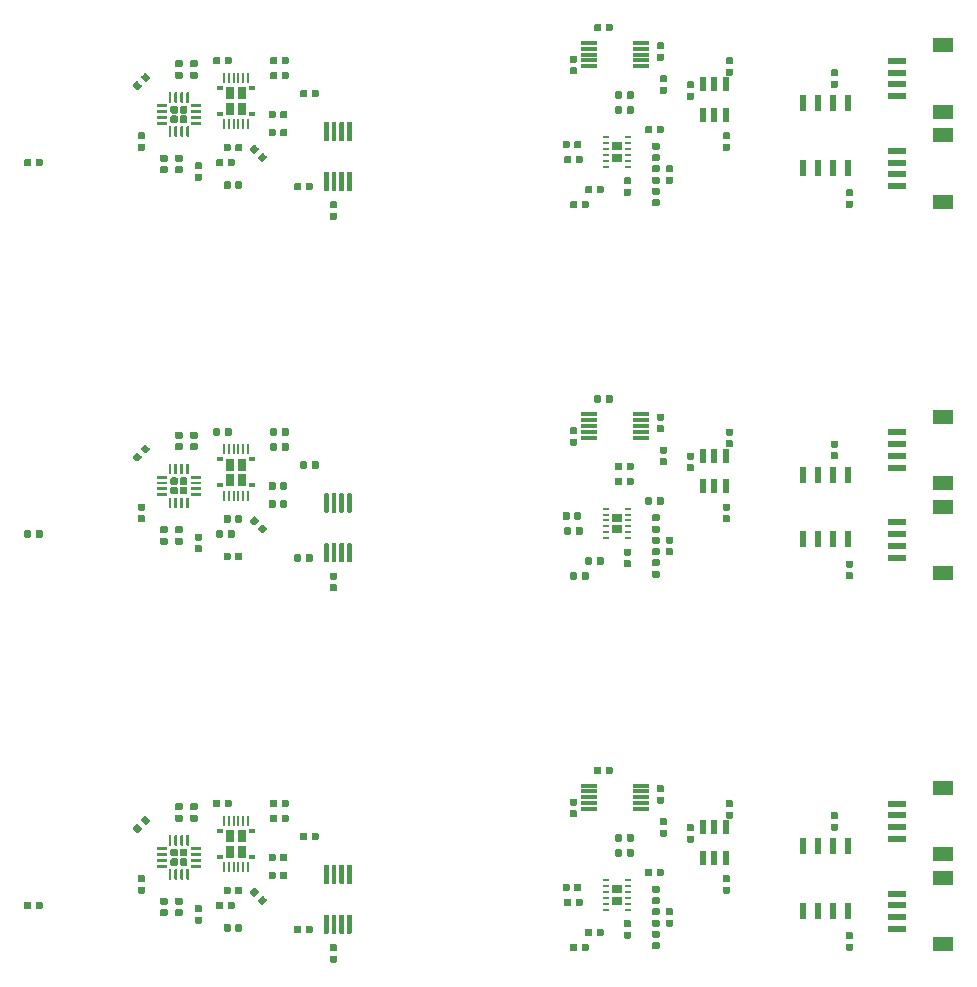
<source format=gbr>
G04 #@! TF.GenerationSoftware,KiCad,Pcbnew,5.1.5+dfsg1-2build2*
G04 #@! TF.CreationDate,2021-03-20T12:23:53+01:00*
G04 #@! TF.ProjectId,ATSAME51J18A-devboard-panel,41545341-4d45-4353-914a-3138412d6465,rev?*
G04 #@! TF.SameCoordinates,Original*
G04 #@! TF.FileFunction,Paste,Bot*
G04 #@! TF.FilePolarity,Positive*
%FSLAX46Y46*%
G04 Gerber Fmt 4.6, Leading zero omitted, Abs format (unit mm)*
G04 Created by KiCad (PCBNEW 5.1.5+dfsg1-2build2) date 2021-03-20 12:23:53*
%MOMM*%
%LPD*%
G04 APERTURE LIST*
%ADD10C,0.150000*%
%ADD11R,0.558800X1.460500*%
%ADD12R,0.500000X0.250000*%
%ADD13R,0.950000X0.800000*%
%ADD14R,0.200000X0.200000*%
%ADD15O,0.200000X0.850000*%
%ADD16R,0.775000X1.100000*%
%ADD17R,0.575000X0.400000*%
%ADD18R,1.800000X1.200000*%
%ADD19R,1.550000X0.600000*%
%ADD20R,0.600000X1.150000*%
%ADD21R,1.400000X0.300000*%
G04 APERTURE END LIST*
D10*
G36*
X123338959Y-133660729D02*
G01*
X123353277Y-133662853D01*
X123367318Y-133666370D01*
X123380947Y-133671247D01*
X123394032Y-133677436D01*
X123406448Y-133684877D01*
X123418074Y-133693500D01*
X123428799Y-133703221D01*
X123438520Y-133713946D01*
X123447143Y-133725572D01*
X123454584Y-133737988D01*
X123460773Y-133751073D01*
X123465650Y-133764702D01*
X123469167Y-133778743D01*
X123471291Y-133793061D01*
X123472001Y-133807519D01*
X123472001Y-134102519D01*
X123471291Y-134116977D01*
X123469167Y-134131295D01*
X123465650Y-134145336D01*
X123460773Y-134158965D01*
X123454584Y-134172050D01*
X123447143Y-134184466D01*
X123438520Y-134196092D01*
X123428799Y-134206817D01*
X123418074Y-134216538D01*
X123406448Y-134225161D01*
X123394032Y-134232602D01*
X123380947Y-134238791D01*
X123367318Y-134243668D01*
X123353277Y-134247185D01*
X123338959Y-134249309D01*
X123324501Y-134250019D01*
X122979501Y-134250019D01*
X122965043Y-134249309D01*
X122950725Y-134247185D01*
X122936684Y-134243668D01*
X122923055Y-134238791D01*
X122909970Y-134232602D01*
X122897554Y-134225161D01*
X122885928Y-134216538D01*
X122875203Y-134206817D01*
X122865482Y-134196092D01*
X122856859Y-134184466D01*
X122849418Y-134172050D01*
X122843229Y-134158965D01*
X122838352Y-134145336D01*
X122834835Y-134131295D01*
X122832711Y-134116977D01*
X122832001Y-134102519D01*
X122832001Y-133807519D01*
X122832711Y-133793061D01*
X122834835Y-133778743D01*
X122838352Y-133764702D01*
X122843229Y-133751073D01*
X122849418Y-133737988D01*
X122856859Y-133725572D01*
X122865482Y-133713946D01*
X122875203Y-133703221D01*
X122885928Y-133693500D01*
X122897554Y-133684877D01*
X122909970Y-133677436D01*
X122923055Y-133671247D01*
X122936684Y-133666370D01*
X122950725Y-133662853D01*
X122965043Y-133660729D01*
X122979501Y-133660019D01*
X123324501Y-133660019D01*
X123338959Y-133660729D01*
G37*
G36*
X123338959Y-132690729D02*
G01*
X123353277Y-132692853D01*
X123367318Y-132696370D01*
X123380947Y-132701247D01*
X123394032Y-132707436D01*
X123406448Y-132714877D01*
X123418074Y-132723500D01*
X123428799Y-132733221D01*
X123438520Y-132743946D01*
X123447143Y-132755572D01*
X123454584Y-132767988D01*
X123460773Y-132781073D01*
X123465650Y-132794702D01*
X123469167Y-132808743D01*
X123471291Y-132823061D01*
X123472001Y-132837519D01*
X123472001Y-133132519D01*
X123471291Y-133146977D01*
X123469167Y-133161295D01*
X123465650Y-133175336D01*
X123460773Y-133188965D01*
X123454584Y-133202050D01*
X123447143Y-133214466D01*
X123438520Y-133226092D01*
X123428799Y-133236817D01*
X123418074Y-133246538D01*
X123406448Y-133255161D01*
X123394032Y-133262602D01*
X123380947Y-133268791D01*
X123367318Y-133273668D01*
X123353277Y-133277185D01*
X123338959Y-133279309D01*
X123324501Y-133280019D01*
X122979501Y-133280019D01*
X122965043Y-133279309D01*
X122950725Y-133277185D01*
X122936684Y-133273668D01*
X122923055Y-133268791D01*
X122909970Y-133262602D01*
X122897554Y-133255161D01*
X122885928Y-133246538D01*
X122875203Y-133236817D01*
X122865482Y-133226092D01*
X122856859Y-133214466D01*
X122849418Y-133202050D01*
X122843229Y-133188965D01*
X122838352Y-133175336D01*
X122834835Y-133161295D01*
X122832711Y-133146977D01*
X122832001Y-133132519D01*
X122832001Y-132837519D01*
X122832711Y-132823061D01*
X122834835Y-132808743D01*
X122838352Y-132794702D01*
X122843229Y-132781073D01*
X122849418Y-132767988D01*
X122856859Y-132755572D01*
X122865482Y-132743946D01*
X122875203Y-132733221D01*
X122885928Y-132723500D01*
X122897554Y-132714877D01*
X122909970Y-132707436D01*
X122923055Y-132701247D01*
X122936684Y-132696370D01*
X122950725Y-132692853D01*
X122965043Y-132690729D01*
X122979501Y-132690019D01*
X123324501Y-132690019D01*
X123338959Y-132690729D01*
G37*
G36*
X122068959Y-122530729D02*
G01*
X122083277Y-122532853D01*
X122097318Y-122536370D01*
X122110947Y-122541247D01*
X122124032Y-122547436D01*
X122136448Y-122554877D01*
X122148074Y-122563500D01*
X122158799Y-122573221D01*
X122168520Y-122583946D01*
X122177143Y-122595572D01*
X122184584Y-122607988D01*
X122190773Y-122621073D01*
X122195650Y-122634702D01*
X122199167Y-122648743D01*
X122201291Y-122663061D01*
X122202001Y-122677519D01*
X122202001Y-122972519D01*
X122201291Y-122986977D01*
X122199167Y-123001295D01*
X122195650Y-123015336D01*
X122190773Y-123028965D01*
X122184584Y-123042050D01*
X122177143Y-123054466D01*
X122168520Y-123066092D01*
X122158799Y-123076817D01*
X122148074Y-123086538D01*
X122136448Y-123095161D01*
X122124032Y-123102602D01*
X122110947Y-123108791D01*
X122097318Y-123113668D01*
X122083277Y-123117185D01*
X122068959Y-123119309D01*
X122054501Y-123120019D01*
X121709501Y-123120019D01*
X121695043Y-123119309D01*
X121680725Y-123117185D01*
X121666684Y-123113668D01*
X121653055Y-123108791D01*
X121639970Y-123102602D01*
X121627554Y-123095161D01*
X121615928Y-123086538D01*
X121605203Y-123076817D01*
X121595482Y-123066092D01*
X121586859Y-123054466D01*
X121579418Y-123042050D01*
X121573229Y-123028965D01*
X121568352Y-123015336D01*
X121564835Y-123001295D01*
X121562711Y-122986977D01*
X121562001Y-122972519D01*
X121562001Y-122677519D01*
X121562711Y-122663061D01*
X121564835Y-122648743D01*
X121568352Y-122634702D01*
X121573229Y-122621073D01*
X121579418Y-122607988D01*
X121586859Y-122595572D01*
X121595482Y-122583946D01*
X121605203Y-122573221D01*
X121615928Y-122563500D01*
X121627554Y-122554877D01*
X121639970Y-122547436D01*
X121653055Y-122541247D01*
X121666684Y-122536370D01*
X121680725Y-122532853D01*
X121695043Y-122530729D01*
X121709501Y-122530019D01*
X122054501Y-122530019D01*
X122068959Y-122530729D01*
G37*
G36*
X122068959Y-123500729D02*
G01*
X122083277Y-123502853D01*
X122097318Y-123506370D01*
X122110947Y-123511247D01*
X122124032Y-123517436D01*
X122136448Y-123524877D01*
X122148074Y-123533500D01*
X122158799Y-123543221D01*
X122168520Y-123553946D01*
X122177143Y-123565572D01*
X122184584Y-123577988D01*
X122190773Y-123591073D01*
X122195650Y-123604702D01*
X122199167Y-123618743D01*
X122201291Y-123633061D01*
X122202001Y-123647519D01*
X122202001Y-123942519D01*
X122201291Y-123956977D01*
X122199167Y-123971295D01*
X122195650Y-123985336D01*
X122190773Y-123998965D01*
X122184584Y-124012050D01*
X122177143Y-124024466D01*
X122168520Y-124036092D01*
X122158799Y-124046817D01*
X122148074Y-124056538D01*
X122136448Y-124065161D01*
X122124032Y-124072602D01*
X122110947Y-124078791D01*
X122097318Y-124083668D01*
X122083277Y-124087185D01*
X122068959Y-124089309D01*
X122054501Y-124090019D01*
X121709501Y-124090019D01*
X121695043Y-124089309D01*
X121680725Y-124087185D01*
X121666684Y-124083668D01*
X121653055Y-124078791D01*
X121639970Y-124072602D01*
X121627554Y-124065161D01*
X121615928Y-124056538D01*
X121605203Y-124046817D01*
X121595482Y-124036092D01*
X121586859Y-124024466D01*
X121579418Y-124012050D01*
X121573229Y-123998965D01*
X121568352Y-123985336D01*
X121564835Y-123971295D01*
X121562711Y-123956977D01*
X121562001Y-123942519D01*
X121562001Y-123647519D01*
X121562711Y-123633061D01*
X121564835Y-123618743D01*
X121568352Y-123604702D01*
X121573229Y-123591073D01*
X121579418Y-123577988D01*
X121586859Y-123565572D01*
X121595482Y-123553946D01*
X121605203Y-123543221D01*
X121615928Y-123533500D01*
X121627554Y-123524877D01*
X121639970Y-123517436D01*
X121653055Y-123511247D01*
X121666684Y-123506370D01*
X121680725Y-123502853D01*
X121695043Y-123500729D01*
X121709501Y-123500019D01*
X122054501Y-123500019D01*
X122068959Y-123500729D01*
G37*
G36*
X77570959Y-132134729D02*
G01*
X77585277Y-132136853D01*
X77599318Y-132140370D01*
X77612947Y-132145247D01*
X77626032Y-132151436D01*
X77638448Y-132158877D01*
X77650074Y-132167500D01*
X77660799Y-132177221D01*
X77670520Y-132187946D01*
X77679143Y-132199572D01*
X77686584Y-132211988D01*
X77692773Y-132225073D01*
X77697650Y-132238702D01*
X77701167Y-132252743D01*
X77703291Y-132267061D01*
X77704001Y-132281519D01*
X77704001Y-132626519D01*
X77703291Y-132640977D01*
X77701167Y-132655295D01*
X77697650Y-132669336D01*
X77692773Y-132682965D01*
X77686584Y-132696050D01*
X77679143Y-132708466D01*
X77670520Y-132720092D01*
X77660799Y-132730817D01*
X77650074Y-132740538D01*
X77638448Y-132749161D01*
X77626032Y-132756602D01*
X77612947Y-132762791D01*
X77599318Y-132767668D01*
X77585277Y-132771185D01*
X77570959Y-132773309D01*
X77556501Y-132774019D01*
X77261501Y-132774019D01*
X77247043Y-132773309D01*
X77232725Y-132771185D01*
X77218684Y-132767668D01*
X77205055Y-132762791D01*
X77191970Y-132756602D01*
X77179554Y-132749161D01*
X77167928Y-132740538D01*
X77157203Y-132730817D01*
X77147482Y-132720092D01*
X77138859Y-132708466D01*
X77131418Y-132696050D01*
X77125229Y-132682965D01*
X77120352Y-132669336D01*
X77116835Y-132655295D01*
X77114711Y-132640977D01*
X77114001Y-132626519D01*
X77114001Y-132281519D01*
X77114711Y-132267061D01*
X77116835Y-132252743D01*
X77120352Y-132238702D01*
X77125229Y-132225073D01*
X77131418Y-132211988D01*
X77138859Y-132199572D01*
X77147482Y-132187946D01*
X77157203Y-132177221D01*
X77167928Y-132167500D01*
X77179554Y-132158877D01*
X77191970Y-132151436D01*
X77205055Y-132145247D01*
X77218684Y-132140370D01*
X77232725Y-132136853D01*
X77247043Y-132134729D01*
X77261501Y-132134019D01*
X77556501Y-132134019D01*
X77570959Y-132134729D01*
G37*
G36*
X76600959Y-132134729D02*
G01*
X76615277Y-132136853D01*
X76629318Y-132140370D01*
X76642947Y-132145247D01*
X76656032Y-132151436D01*
X76668448Y-132158877D01*
X76680074Y-132167500D01*
X76690799Y-132177221D01*
X76700520Y-132187946D01*
X76709143Y-132199572D01*
X76716584Y-132211988D01*
X76722773Y-132225073D01*
X76727650Y-132238702D01*
X76731167Y-132252743D01*
X76733291Y-132267061D01*
X76734001Y-132281519D01*
X76734001Y-132626519D01*
X76733291Y-132640977D01*
X76731167Y-132655295D01*
X76727650Y-132669336D01*
X76722773Y-132682965D01*
X76716584Y-132696050D01*
X76709143Y-132708466D01*
X76700520Y-132720092D01*
X76690799Y-132730817D01*
X76680074Y-132740538D01*
X76668448Y-132749161D01*
X76656032Y-132756602D01*
X76642947Y-132762791D01*
X76629318Y-132767668D01*
X76615277Y-132771185D01*
X76600959Y-132773309D01*
X76586501Y-132774019D01*
X76291501Y-132774019D01*
X76277043Y-132773309D01*
X76262725Y-132771185D01*
X76248684Y-132767668D01*
X76235055Y-132762791D01*
X76221970Y-132756602D01*
X76209554Y-132749161D01*
X76197928Y-132740538D01*
X76187203Y-132730817D01*
X76177482Y-132720092D01*
X76168859Y-132708466D01*
X76161418Y-132696050D01*
X76155229Y-132682965D01*
X76150352Y-132669336D01*
X76146835Y-132655295D01*
X76144711Y-132640977D01*
X76144001Y-132626519D01*
X76144001Y-132281519D01*
X76144711Y-132267061D01*
X76146835Y-132252743D01*
X76150352Y-132238702D01*
X76155229Y-132225073D01*
X76161418Y-132211988D01*
X76168859Y-132199572D01*
X76177482Y-132187946D01*
X76187203Y-132177221D01*
X76197928Y-132167500D01*
X76209554Y-132158877D01*
X76221970Y-132151436D01*
X76235055Y-132145247D01*
X76248684Y-132140370D01*
X76262725Y-132136853D01*
X76277043Y-132134729D01*
X76291501Y-132134019D01*
X76586501Y-132134019D01*
X76600959Y-132134729D01*
G37*
G36*
X106955959Y-129723729D02*
G01*
X106970277Y-129725853D01*
X106984318Y-129729370D01*
X106997947Y-129734247D01*
X107011032Y-129740436D01*
X107023448Y-129747877D01*
X107035074Y-129756500D01*
X107045799Y-129766221D01*
X107055520Y-129776946D01*
X107064143Y-129788572D01*
X107071584Y-129800988D01*
X107077773Y-129814073D01*
X107082650Y-129827702D01*
X107086167Y-129841743D01*
X107088291Y-129856061D01*
X107089001Y-129870519D01*
X107089001Y-130165519D01*
X107088291Y-130179977D01*
X107086167Y-130194295D01*
X107082650Y-130208336D01*
X107077773Y-130221965D01*
X107071584Y-130235050D01*
X107064143Y-130247466D01*
X107055520Y-130259092D01*
X107045799Y-130269817D01*
X107035074Y-130279538D01*
X107023448Y-130288161D01*
X107011032Y-130295602D01*
X106997947Y-130301791D01*
X106984318Y-130306668D01*
X106970277Y-130310185D01*
X106955959Y-130312309D01*
X106941501Y-130313019D01*
X106596501Y-130313019D01*
X106582043Y-130312309D01*
X106567725Y-130310185D01*
X106553684Y-130306668D01*
X106540055Y-130301791D01*
X106526970Y-130295602D01*
X106514554Y-130288161D01*
X106502928Y-130279538D01*
X106492203Y-130269817D01*
X106482482Y-130259092D01*
X106473859Y-130247466D01*
X106466418Y-130235050D01*
X106460229Y-130221965D01*
X106455352Y-130208336D01*
X106451835Y-130194295D01*
X106449711Y-130179977D01*
X106449001Y-130165519D01*
X106449001Y-129870519D01*
X106449711Y-129856061D01*
X106451835Y-129841743D01*
X106455352Y-129827702D01*
X106460229Y-129814073D01*
X106466418Y-129800988D01*
X106473859Y-129788572D01*
X106482482Y-129776946D01*
X106492203Y-129766221D01*
X106502928Y-129756500D01*
X106514554Y-129747877D01*
X106526970Y-129740436D01*
X106540055Y-129734247D01*
X106553684Y-129729370D01*
X106567725Y-129725853D01*
X106582043Y-129723729D01*
X106596501Y-129723019D01*
X106941501Y-129723019D01*
X106955959Y-129723729D01*
G37*
G36*
X106955959Y-128753729D02*
G01*
X106970277Y-128755853D01*
X106984318Y-128759370D01*
X106997947Y-128764247D01*
X107011032Y-128770436D01*
X107023448Y-128777877D01*
X107035074Y-128786500D01*
X107045799Y-128796221D01*
X107055520Y-128806946D01*
X107064143Y-128818572D01*
X107071584Y-128830988D01*
X107077773Y-128844073D01*
X107082650Y-128857702D01*
X107086167Y-128871743D01*
X107088291Y-128886061D01*
X107089001Y-128900519D01*
X107089001Y-129195519D01*
X107088291Y-129209977D01*
X107086167Y-129224295D01*
X107082650Y-129238336D01*
X107077773Y-129251965D01*
X107071584Y-129265050D01*
X107064143Y-129277466D01*
X107055520Y-129289092D01*
X107045799Y-129299817D01*
X107035074Y-129309538D01*
X107023448Y-129318161D01*
X107011032Y-129325602D01*
X106997947Y-129331791D01*
X106984318Y-129336668D01*
X106970277Y-129340185D01*
X106955959Y-129342309D01*
X106941501Y-129343019D01*
X106596501Y-129343019D01*
X106582043Y-129342309D01*
X106567725Y-129340185D01*
X106553684Y-129336668D01*
X106540055Y-129331791D01*
X106526970Y-129325602D01*
X106514554Y-129318161D01*
X106502928Y-129309538D01*
X106492203Y-129299817D01*
X106482482Y-129289092D01*
X106473859Y-129277466D01*
X106466418Y-129265050D01*
X106460229Y-129251965D01*
X106455352Y-129238336D01*
X106451835Y-129224295D01*
X106449711Y-129209977D01*
X106449001Y-129195519D01*
X106449001Y-128900519D01*
X106449711Y-128886061D01*
X106451835Y-128871743D01*
X106455352Y-128857702D01*
X106460229Y-128844073D01*
X106466418Y-128830988D01*
X106473859Y-128818572D01*
X106482482Y-128806946D01*
X106492203Y-128796221D01*
X106502928Y-128786500D01*
X106514554Y-128777877D01*
X106526970Y-128770436D01*
X106540055Y-128764247D01*
X106553684Y-128759370D01*
X106567725Y-128755853D01*
X106582043Y-128753729D01*
X106596501Y-128753019D01*
X106941501Y-128753019D01*
X106955959Y-128753729D01*
G37*
G36*
X113178958Y-121514729D02*
G01*
X113193276Y-121516853D01*
X113207317Y-121520370D01*
X113220946Y-121525247D01*
X113234031Y-121531436D01*
X113246447Y-121538877D01*
X113258073Y-121547500D01*
X113268798Y-121557221D01*
X113278519Y-121567946D01*
X113287142Y-121579572D01*
X113294583Y-121591988D01*
X113300772Y-121605073D01*
X113305649Y-121618702D01*
X113309166Y-121632743D01*
X113311290Y-121647061D01*
X113312000Y-121661519D01*
X113312000Y-121956519D01*
X113311290Y-121970977D01*
X113309166Y-121985295D01*
X113305649Y-121999336D01*
X113300772Y-122012965D01*
X113294583Y-122026050D01*
X113287142Y-122038466D01*
X113278519Y-122050092D01*
X113268798Y-122060817D01*
X113258073Y-122070538D01*
X113246447Y-122079161D01*
X113234031Y-122086602D01*
X113220946Y-122092791D01*
X113207317Y-122097668D01*
X113193276Y-122101185D01*
X113178958Y-122103309D01*
X113164500Y-122104019D01*
X112819500Y-122104019D01*
X112805042Y-122103309D01*
X112790724Y-122101185D01*
X112776683Y-122097668D01*
X112763054Y-122092791D01*
X112749969Y-122086602D01*
X112737553Y-122079161D01*
X112725927Y-122070538D01*
X112715202Y-122060817D01*
X112705481Y-122050092D01*
X112696858Y-122038466D01*
X112689417Y-122026050D01*
X112683228Y-122012965D01*
X112678351Y-121999336D01*
X112674834Y-121985295D01*
X112672710Y-121970977D01*
X112672000Y-121956519D01*
X112672000Y-121661519D01*
X112672710Y-121647061D01*
X112674834Y-121632743D01*
X112678351Y-121618702D01*
X112683228Y-121605073D01*
X112689417Y-121591988D01*
X112696858Y-121579572D01*
X112705481Y-121567946D01*
X112715202Y-121557221D01*
X112725927Y-121547500D01*
X112737553Y-121538877D01*
X112749969Y-121531436D01*
X112763054Y-121525247D01*
X112776683Y-121520370D01*
X112790724Y-121516853D01*
X112805042Y-121514729D01*
X112819500Y-121514019D01*
X113164500Y-121514019D01*
X113178958Y-121514729D01*
G37*
G36*
X113178958Y-122484729D02*
G01*
X113193276Y-122486853D01*
X113207317Y-122490370D01*
X113220946Y-122495247D01*
X113234031Y-122501436D01*
X113246447Y-122508877D01*
X113258073Y-122517500D01*
X113268798Y-122527221D01*
X113278519Y-122537946D01*
X113287142Y-122549572D01*
X113294583Y-122561988D01*
X113300772Y-122575073D01*
X113305649Y-122588702D01*
X113309166Y-122602743D01*
X113311290Y-122617061D01*
X113312000Y-122631519D01*
X113312000Y-122926519D01*
X113311290Y-122940977D01*
X113309166Y-122955295D01*
X113305649Y-122969336D01*
X113300772Y-122982965D01*
X113294583Y-122996050D01*
X113287142Y-123008466D01*
X113278519Y-123020092D01*
X113268798Y-123030817D01*
X113258073Y-123040538D01*
X113246447Y-123049161D01*
X113234031Y-123056602D01*
X113220946Y-123062791D01*
X113207317Y-123067668D01*
X113193276Y-123071185D01*
X113178958Y-123073309D01*
X113164500Y-123074019D01*
X112819500Y-123074019D01*
X112805042Y-123073309D01*
X112790724Y-123071185D01*
X112776683Y-123067668D01*
X112763054Y-123062791D01*
X112749969Y-123056602D01*
X112737553Y-123049161D01*
X112725927Y-123040538D01*
X112715202Y-123030817D01*
X112705481Y-123020092D01*
X112696858Y-123008466D01*
X112689417Y-122996050D01*
X112683228Y-122982965D01*
X112678351Y-122969336D01*
X112674834Y-122955295D01*
X112672710Y-122940977D01*
X112672000Y-122926519D01*
X112672000Y-122631519D01*
X112672710Y-122617061D01*
X112674834Y-122602743D01*
X112678351Y-122588702D01*
X112683228Y-122575073D01*
X112689417Y-122561988D01*
X112696858Y-122549572D01*
X112705481Y-122537946D01*
X112715202Y-122527221D01*
X112725927Y-122517500D01*
X112737553Y-122508877D01*
X112749969Y-122501436D01*
X112763054Y-122495247D01*
X112776683Y-122490370D01*
X112790724Y-122486853D01*
X112805042Y-122484729D01*
X112819500Y-122484019D01*
X113164500Y-122484019D01*
X113178958Y-122484729D01*
G37*
G36*
X99460959Y-129848729D02*
G01*
X99475277Y-129850853D01*
X99489318Y-129854370D01*
X99502947Y-129859247D01*
X99516032Y-129865436D01*
X99528448Y-129872877D01*
X99540074Y-129881500D01*
X99550799Y-129891221D01*
X99560520Y-129901946D01*
X99569143Y-129913572D01*
X99576584Y-129925988D01*
X99582773Y-129939073D01*
X99587650Y-129952702D01*
X99591167Y-129966743D01*
X99593291Y-129981061D01*
X99594001Y-129995519D01*
X99594001Y-130340519D01*
X99593291Y-130354977D01*
X99591167Y-130369295D01*
X99587650Y-130383336D01*
X99582773Y-130396965D01*
X99576584Y-130410050D01*
X99569143Y-130422466D01*
X99560520Y-130434092D01*
X99550799Y-130444817D01*
X99540074Y-130454538D01*
X99528448Y-130463161D01*
X99516032Y-130470602D01*
X99502947Y-130476791D01*
X99489318Y-130481668D01*
X99475277Y-130485185D01*
X99460959Y-130487309D01*
X99446501Y-130488019D01*
X99151501Y-130488019D01*
X99137043Y-130487309D01*
X99122725Y-130485185D01*
X99108684Y-130481668D01*
X99095055Y-130476791D01*
X99081970Y-130470602D01*
X99069554Y-130463161D01*
X99057928Y-130454538D01*
X99047203Y-130444817D01*
X99037482Y-130434092D01*
X99028859Y-130422466D01*
X99021418Y-130410050D01*
X99015229Y-130396965D01*
X99010352Y-130383336D01*
X99006835Y-130369295D01*
X99004711Y-130354977D01*
X99004001Y-130340519D01*
X99004001Y-129995519D01*
X99004711Y-129981061D01*
X99006835Y-129966743D01*
X99010352Y-129952702D01*
X99015229Y-129939073D01*
X99021418Y-129925988D01*
X99028859Y-129913572D01*
X99037482Y-129901946D01*
X99047203Y-129891221D01*
X99057928Y-129881500D01*
X99069554Y-129872877D01*
X99081970Y-129865436D01*
X99095055Y-129859247D01*
X99108684Y-129854370D01*
X99122725Y-129850853D01*
X99137043Y-129848729D01*
X99151501Y-129848019D01*
X99446501Y-129848019D01*
X99460959Y-129848729D01*
G37*
G36*
X100430959Y-129848729D02*
G01*
X100445277Y-129850853D01*
X100459318Y-129854370D01*
X100472947Y-129859247D01*
X100486032Y-129865436D01*
X100498448Y-129872877D01*
X100510074Y-129881500D01*
X100520799Y-129891221D01*
X100530520Y-129901946D01*
X100539143Y-129913572D01*
X100546584Y-129925988D01*
X100552773Y-129939073D01*
X100557650Y-129952702D01*
X100561167Y-129966743D01*
X100563291Y-129981061D01*
X100564001Y-129995519D01*
X100564001Y-130340519D01*
X100563291Y-130354977D01*
X100561167Y-130369295D01*
X100557650Y-130383336D01*
X100552773Y-130396965D01*
X100546584Y-130410050D01*
X100539143Y-130422466D01*
X100530520Y-130434092D01*
X100520799Y-130444817D01*
X100510074Y-130454538D01*
X100498448Y-130463161D01*
X100486032Y-130470602D01*
X100472947Y-130476791D01*
X100459318Y-130481668D01*
X100445277Y-130485185D01*
X100430959Y-130487309D01*
X100416501Y-130488019D01*
X100121501Y-130488019D01*
X100107043Y-130487309D01*
X100092725Y-130485185D01*
X100078684Y-130481668D01*
X100065055Y-130476791D01*
X100051970Y-130470602D01*
X100039554Y-130463161D01*
X100027928Y-130454538D01*
X100017203Y-130444817D01*
X100007482Y-130434092D01*
X99998859Y-130422466D01*
X99991418Y-130410050D01*
X99985229Y-130396965D01*
X99980352Y-130383336D01*
X99976835Y-130369295D01*
X99974711Y-130354977D01*
X99974001Y-130340519D01*
X99974001Y-129995519D01*
X99974711Y-129981061D01*
X99976835Y-129966743D01*
X99980352Y-129952702D01*
X99985229Y-129939073D01*
X99991418Y-129925988D01*
X99998859Y-129913572D01*
X100007482Y-129901946D01*
X100017203Y-129891221D01*
X100027928Y-129881500D01*
X100039554Y-129872877D01*
X100051970Y-129865436D01*
X100065055Y-129859247D01*
X100078684Y-129854370D01*
X100092725Y-129850853D01*
X100107043Y-129848729D01*
X100121501Y-129848019D01*
X100416501Y-129848019D01*
X100430959Y-129848729D01*
G37*
G36*
X79650959Y-133706729D02*
G01*
X79665277Y-133708853D01*
X79679318Y-133712370D01*
X79692947Y-133717247D01*
X79706032Y-133723436D01*
X79718448Y-133730877D01*
X79730074Y-133739500D01*
X79740799Y-133749221D01*
X79750520Y-133759946D01*
X79759143Y-133771572D01*
X79766584Y-133783988D01*
X79772773Y-133797073D01*
X79777650Y-133810702D01*
X79781167Y-133824743D01*
X79783291Y-133839061D01*
X79784001Y-133853519D01*
X79784001Y-134148519D01*
X79783291Y-134162977D01*
X79781167Y-134177295D01*
X79777650Y-134191336D01*
X79772773Y-134204965D01*
X79766584Y-134218050D01*
X79759143Y-134230466D01*
X79750520Y-134242092D01*
X79740799Y-134252817D01*
X79730074Y-134262538D01*
X79718448Y-134271161D01*
X79706032Y-134278602D01*
X79692947Y-134284791D01*
X79679318Y-134289668D01*
X79665277Y-134293185D01*
X79650959Y-134295309D01*
X79636501Y-134296019D01*
X79291501Y-134296019D01*
X79277043Y-134295309D01*
X79262725Y-134293185D01*
X79248684Y-134289668D01*
X79235055Y-134284791D01*
X79221970Y-134278602D01*
X79209554Y-134271161D01*
X79197928Y-134262538D01*
X79187203Y-134252817D01*
X79177482Y-134242092D01*
X79168859Y-134230466D01*
X79161418Y-134218050D01*
X79155229Y-134204965D01*
X79150352Y-134191336D01*
X79146835Y-134177295D01*
X79144711Y-134162977D01*
X79144001Y-134148519D01*
X79144001Y-133853519D01*
X79144711Y-133839061D01*
X79146835Y-133824743D01*
X79150352Y-133810702D01*
X79155229Y-133797073D01*
X79161418Y-133783988D01*
X79168859Y-133771572D01*
X79177482Y-133759946D01*
X79187203Y-133749221D01*
X79197928Y-133739500D01*
X79209554Y-133730877D01*
X79221970Y-133723436D01*
X79235055Y-133717247D01*
X79248684Y-133712370D01*
X79262725Y-133708853D01*
X79277043Y-133706729D01*
X79291501Y-133706019D01*
X79636501Y-133706019D01*
X79650959Y-133706729D01*
G37*
G36*
X79650959Y-134676729D02*
G01*
X79665277Y-134678853D01*
X79679318Y-134682370D01*
X79692947Y-134687247D01*
X79706032Y-134693436D01*
X79718448Y-134700877D01*
X79730074Y-134709500D01*
X79740799Y-134719221D01*
X79750520Y-134729946D01*
X79759143Y-134741572D01*
X79766584Y-134753988D01*
X79772773Y-134767073D01*
X79777650Y-134780702D01*
X79781167Y-134794743D01*
X79783291Y-134809061D01*
X79784001Y-134823519D01*
X79784001Y-135118519D01*
X79783291Y-135132977D01*
X79781167Y-135147295D01*
X79777650Y-135161336D01*
X79772773Y-135174965D01*
X79766584Y-135188050D01*
X79759143Y-135200466D01*
X79750520Y-135212092D01*
X79740799Y-135222817D01*
X79730074Y-135232538D01*
X79718448Y-135241161D01*
X79706032Y-135248602D01*
X79692947Y-135254791D01*
X79679318Y-135259668D01*
X79665277Y-135263185D01*
X79650959Y-135265309D01*
X79636501Y-135266019D01*
X79291501Y-135266019D01*
X79277043Y-135265309D01*
X79262725Y-135263185D01*
X79248684Y-135259668D01*
X79235055Y-135254791D01*
X79221970Y-135248602D01*
X79209554Y-135241161D01*
X79197928Y-135232538D01*
X79187203Y-135222817D01*
X79177482Y-135212092D01*
X79168859Y-135200466D01*
X79161418Y-135188050D01*
X79155229Y-135174965D01*
X79150352Y-135161336D01*
X79146835Y-135147295D01*
X79144711Y-135132977D01*
X79144001Y-135118519D01*
X79144001Y-134823519D01*
X79144711Y-134809061D01*
X79146835Y-134794743D01*
X79150352Y-134780702D01*
X79155229Y-134767073D01*
X79161418Y-134753988D01*
X79168859Y-134741572D01*
X79177482Y-134729946D01*
X79187203Y-134719221D01*
X79197928Y-134709500D01*
X79209554Y-134700877D01*
X79221970Y-134693436D01*
X79235055Y-134687247D01*
X79248684Y-134682370D01*
X79262725Y-134678853D01*
X79277043Y-134676729D01*
X79291501Y-134676019D01*
X79636501Y-134676019D01*
X79650959Y-134676729D01*
G37*
G36*
X100303959Y-128578729D02*
G01*
X100318277Y-128580853D01*
X100332318Y-128584370D01*
X100345947Y-128589247D01*
X100359032Y-128595436D01*
X100371448Y-128602877D01*
X100383074Y-128611500D01*
X100393799Y-128621221D01*
X100403520Y-128631946D01*
X100412143Y-128643572D01*
X100419584Y-128655988D01*
X100425773Y-128669073D01*
X100430650Y-128682702D01*
X100434167Y-128696743D01*
X100436291Y-128711061D01*
X100437001Y-128725519D01*
X100437001Y-129070519D01*
X100436291Y-129084977D01*
X100434167Y-129099295D01*
X100430650Y-129113336D01*
X100425773Y-129126965D01*
X100419584Y-129140050D01*
X100412143Y-129152466D01*
X100403520Y-129164092D01*
X100393799Y-129174817D01*
X100383074Y-129184538D01*
X100371448Y-129193161D01*
X100359032Y-129200602D01*
X100345947Y-129206791D01*
X100332318Y-129211668D01*
X100318277Y-129215185D01*
X100303959Y-129217309D01*
X100289501Y-129218019D01*
X99994501Y-129218019D01*
X99980043Y-129217309D01*
X99965725Y-129215185D01*
X99951684Y-129211668D01*
X99938055Y-129206791D01*
X99924970Y-129200602D01*
X99912554Y-129193161D01*
X99900928Y-129184538D01*
X99890203Y-129174817D01*
X99880482Y-129164092D01*
X99871859Y-129152466D01*
X99864418Y-129140050D01*
X99858229Y-129126965D01*
X99853352Y-129113336D01*
X99849835Y-129099295D01*
X99847711Y-129084977D01*
X99847001Y-129070519D01*
X99847001Y-128725519D01*
X99847711Y-128711061D01*
X99849835Y-128696743D01*
X99853352Y-128682702D01*
X99858229Y-128669073D01*
X99864418Y-128655988D01*
X99871859Y-128643572D01*
X99880482Y-128631946D01*
X99890203Y-128621221D01*
X99900928Y-128611500D01*
X99912554Y-128602877D01*
X99924970Y-128595436D01*
X99938055Y-128589247D01*
X99951684Y-128584370D01*
X99965725Y-128580853D01*
X99980043Y-128578729D01*
X99994501Y-128578019D01*
X100289501Y-128578019D01*
X100303959Y-128578729D01*
G37*
G36*
X99333959Y-128578729D02*
G01*
X99348277Y-128580853D01*
X99362318Y-128584370D01*
X99375947Y-128589247D01*
X99389032Y-128595436D01*
X99401448Y-128602877D01*
X99413074Y-128611500D01*
X99423799Y-128621221D01*
X99433520Y-128631946D01*
X99442143Y-128643572D01*
X99449584Y-128655988D01*
X99455773Y-128669073D01*
X99460650Y-128682702D01*
X99464167Y-128696743D01*
X99466291Y-128711061D01*
X99467001Y-128725519D01*
X99467001Y-129070519D01*
X99466291Y-129084977D01*
X99464167Y-129099295D01*
X99460650Y-129113336D01*
X99455773Y-129126965D01*
X99449584Y-129140050D01*
X99442143Y-129152466D01*
X99433520Y-129164092D01*
X99423799Y-129174817D01*
X99413074Y-129184538D01*
X99401448Y-129193161D01*
X99389032Y-129200602D01*
X99375947Y-129206791D01*
X99362318Y-129211668D01*
X99348277Y-129215185D01*
X99333959Y-129217309D01*
X99319501Y-129218019D01*
X99024501Y-129218019D01*
X99010043Y-129217309D01*
X98995725Y-129215185D01*
X98981684Y-129211668D01*
X98968055Y-129206791D01*
X98954970Y-129200602D01*
X98942554Y-129193161D01*
X98930928Y-129184538D01*
X98920203Y-129174817D01*
X98910482Y-129164092D01*
X98901859Y-129152466D01*
X98894418Y-129140050D01*
X98888229Y-129126965D01*
X98883352Y-129113336D01*
X98879835Y-129099295D01*
X98877711Y-129084977D01*
X98877001Y-129070519D01*
X98877001Y-128725519D01*
X98877711Y-128711061D01*
X98879835Y-128696743D01*
X98883352Y-128682702D01*
X98888229Y-128669073D01*
X98894418Y-128655988D01*
X98901859Y-128643572D01*
X98910482Y-128631946D01*
X98920203Y-128621221D01*
X98930928Y-128611500D01*
X98942554Y-128602877D01*
X98954970Y-128595436D01*
X98968055Y-128589247D01*
X98981684Y-128584370D01*
X98995725Y-128580853D01*
X99010043Y-128578729D01*
X99024501Y-128578019D01*
X99319501Y-128578019D01*
X99333959Y-128578729D01*
G37*
G36*
X109876959Y-123546729D02*
G01*
X109891277Y-123548853D01*
X109905318Y-123552370D01*
X109918947Y-123557247D01*
X109932032Y-123563436D01*
X109944448Y-123570877D01*
X109956074Y-123579500D01*
X109966799Y-123589221D01*
X109976520Y-123599946D01*
X109985143Y-123611572D01*
X109992584Y-123623988D01*
X109998773Y-123637073D01*
X110003650Y-123650702D01*
X110007167Y-123664743D01*
X110009291Y-123679061D01*
X110010001Y-123693519D01*
X110010001Y-123988519D01*
X110009291Y-124002977D01*
X110007167Y-124017295D01*
X110003650Y-124031336D01*
X109998773Y-124044965D01*
X109992584Y-124058050D01*
X109985143Y-124070466D01*
X109976520Y-124082092D01*
X109966799Y-124092817D01*
X109956074Y-124102538D01*
X109944448Y-124111161D01*
X109932032Y-124118602D01*
X109918947Y-124124791D01*
X109905318Y-124129668D01*
X109891277Y-124133185D01*
X109876959Y-124135309D01*
X109862501Y-124136019D01*
X109517501Y-124136019D01*
X109503043Y-124135309D01*
X109488725Y-124133185D01*
X109474684Y-124129668D01*
X109461055Y-124124791D01*
X109447970Y-124118602D01*
X109435554Y-124111161D01*
X109423928Y-124102538D01*
X109413203Y-124092817D01*
X109403482Y-124082092D01*
X109394859Y-124070466D01*
X109387418Y-124058050D01*
X109381229Y-124044965D01*
X109376352Y-124031336D01*
X109372835Y-124017295D01*
X109370711Y-124002977D01*
X109370001Y-123988519D01*
X109370001Y-123693519D01*
X109370711Y-123679061D01*
X109372835Y-123664743D01*
X109376352Y-123650702D01*
X109381229Y-123637073D01*
X109387418Y-123623988D01*
X109394859Y-123611572D01*
X109403482Y-123599946D01*
X109413203Y-123589221D01*
X109423928Y-123579500D01*
X109435554Y-123570877D01*
X109447970Y-123563436D01*
X109461055Y-123557247D01*
X109474684Y-123552370D01*
X109488725Y-123548853D01*
X109503043Y-123546729D01*
X109517501Y-123546019D01*
X109862501Y-123546019D01*
X109876959Y-123546729D01*
G37*
G36*
X109876959Y-124516729D02*
G01*
X109891277Y-124518853D01*
X109905318Y-124522370D01*
X109918947Y-124527247D01*
X109932032Y-124533436D01*
X109944448Y-124540877D01*
X109956074Y-124549500D01*
X109966799Y-124559221D01*
X109976520Y-124569946D01*
X109985143Y-124581572D01*
X109992584Y-124593988D01*
X109998773Y-124607073D01*
X110003650Y-124620702D01*
X110007167Y-124634743D01*
X110009291Y-124649061D01*
X110010001Y-124663519D01*
X110010001Y-124958519D01*
X110009291Y-124972977D01*
X110007167Y-124987295D01*
X110003650Y-125001336D01*
X109998773Y-125014965D01*
X109992584Y-125028050D01*
X109985143Y-125040466D01*
X109976520Y-125052092D01*
X109966799Y-125062817D01*
X109956074Y-125072538D01*
X109944448Y-125081161D01*
X109932032Y-125088602D01*
X109918947Y-125094791D01*
X109905318Y-125099668D01*
X109891277Y-125103185D01*
X109876959Y-125105309D01*
X109862501Y-125106019D01*
X109517501Y-125106019D01*
X109503043Y-125105309D01*
X109488725Y-125103185D01*
X109474684Y-125099668D01*
X109461055Y-125094791D01*
X109447970Y-125088602D01*
X109435554Y-125081161D01*
X109423928Y-125072538D01*
X109413203Y-125062817D01*
X109403482Y-125052092D01*
X109394859Y-125040466D01*
X109387418Y-125028050D01*
X109381229Y-125014965D01*
X109376352Y-125001336D01*
X109372835Y-124987295D01*
X109370711Y-124972977D01*
X109370001Y-124958519D01*
X109370001Y-124663519D01*
X109370711Y-124649061D01*
X109372835Y-124634743D01*
X109376352Y-124620702D01*
X109381229Y-124607073D01*
X109387418Y-124593988D01*
X109394859Y-124581572D01*
X109403482Y-124569946D01*
X109413203Y-124559221D01*
X109423928Y-124549500D01*
X109435554Y-124540877D01*
X109447970Y-124533436D01*
X109461055Y-124527247D01*
X109474684Y-124522370D01*
X109488725Y-124518853D01*
X109503043Y-124516729D01*
X109517501Y-124516019D01*
X109862501Y-124516019D01*
X109876959Y-124516729D01*
G37*
G36*
X108098959Y-131628729D02*
G01*
X108113277Y-131630853D01*
X108127318Y-131634370D01*
X108140947Y-131639247D01*
X108154032Y-131645436D01*
X108166448Y-131652877D01*
X108178074Y-131661500D01*
X108188799Y-131671221D01*
X108198520Y-131681946D01*
X108207143Y-131693572D01*
X108214584Y-131705988D01*
X108220773Y-131719073D01*
X108225650Y-131732702D01*
X108229167Y-131746743D01*
X108231291Y-131761061D01*
X108232001Y-131775519D01*
X108232001Y-132070519D01*
X108231291Y-132084977D01*
X108229167Y-132099295D01*
X108225650Y-132113336D01*
X108220773Y-132126965D01*
X108214584Y-132140050D01*
X108207143Y-132152466D01*
X108198520Y-132164092D01*
X108188799Y-132174817D01*
X108178074Y-132184538D01*
X108166448Y-132193161D01*
X108154032Y-132200602D01*
X108140947Y-132206791D01*
X108127318Y-132211668D01*
X108113277Y-132215185D01*
X108098959Y-132217309D01*
X108084501Y-132218019D01*
X107739501Y-132218019D01*
X107725043Y-132217309D01*
X107710725Y-132215185D01*
X107696684Y-132211668D01*
X107683055Y-132206791D01*
X107669970Y-132200602D01*
X107657554Y-132193161D01*
X107645928Y-132184538D01*
X107635203Y-132174817D01*
X107625482Y-132164092D01*
X107616859Y-132152466D01*
X107609418Y-132140050D01*
X107603229Y-132126965D01*
X107598352Y-132113336D01*
X107594835Y-132099295D01*
X107592711Y-132084977D01*
X107592001Y-132070519D01*
X107592001Y-131775519D01*
X107592711Y-131761061D01*
X107594835Y-131746743D01*
X107598352Y-131732702D01*
X107603229Y-131719073D01*
X107609418Y-131705988D01*
X107616859Y-131693572D01*
X107625482Y-131681946D01*
X107635203Y-131671221D01*
X107645928Y-131661500D01*
X107657554Y-131652877D01*
X107669970Y-131645436D01*
X107683055Y-131639247D01*
X107696684Y-131634370D01*
X107710725Y-131630853D01*
X107725043Y-131628729D01*
X107739501Y-131628019D01*
X108084501Y-131628019D01*
X108098959Y-131628729D01*
G37*
G36*
X108098959Y-130658729D02*
G01*
X108113277Y-130660853D01*
X108127318Y-130664370D01*
X108140947Y-130669247D01*
X108154032Y-130675436D01*
X108166448Y-130682877D01*
X108178074Y-130691500D01*
X108188799Y-130701221D01*
X108198520Y-130711946D01*
X108207143Y-130723572D01*
X108214584Y-130735988D01*
X108220773Y-130749073D01*
X108225650Y-130762702D01*
X108229167Y-130776743D01*
X108231291Y-130791061D01*
X108232001Y-130805519D01*
X108232001Y-131100519D01*
X108231291Y-131114977D01*
X108229167Y-131129295D01*
X108225650Y-131143336D01*
X108220773Y-131156965D01*
X108214584Y-131170050D01*
X108207143Y-131182466D01*
X108198520Y-131194092D01*
X108188799Y-131204817D01*
X108178074Y-131214538D01*
X108166448Y-131223161D01*
X108154032Y-131230602D01*
X108140947Y-131236791D01*
X108127318Y-131241668D01*
X108113277Y-131245185D01*
X108098959Y-131247309D01*
X108084501Y-131248019D01*
X107739501Y-131248019D01*
X107725043Y-131247309D01*
X107710725Y-131245185D01*
X107696684Y-131241668D01*
X107683055Y-131236791D01*
X107669970Y-131230602D01*
X107657554Y-131223161D01*
X107645928Y-131214538D01*
X107635203Y-131204817D01*
X107625482Y-131194092D01*
X107616859Y-131182466D01*
X107609418Y-131170050D01*
X107603229Y-131156965D01*
X107598352Y-131143336D01*
X107594835Y-131129295D01*
X107592711Y-131114977D01*
X107592001Y-131100519D01*
X107592001Y-130805519D01*
X107592711Y-130791061D01*
X107594835Y-130776743D01*
X107598352Y-130762702D01*
X107603229Y-130749073D01*
X107609418Y-130735988D01*
X107616859Y-130723572D01*
X107625482Y-130711946D01*
X107635203Y-130701221D01*
X107645928Y-130691500D01*
X107657554Y-130682877D01*
X107669970Y-130675436D01*
X107683055Y-130669247D01*
X107696684Y-130664370D01*
X107710725Y-130660853D01*
X107725043Y-130658729D01*
X107739501Y-130658019D01*
X108084501Y-130658019D01*
X108098959Y-130658729D01*
G37*
G36*
X103778959Y-124387729D02*
G01*
X103793277Y-124389853D01*
X103807318Y-124393370D01*
X103820947Y-124398247D01*
X103834032Y-124404436D01*
X103846448Y-124411877D01*
X103858074Y-124420500D01*
X103868799Y-124430221D01*
X103878520Y-124440946D01*
X103887143Y-124452572D01*
X103894584Y-124464988D01*
X103900773Y-124478073D01*
X103905650Y-124491702D01*
X103909167Y-124505743D01*
X103911291Y-124520061D01*
X103912001Y-124534519D01*
X103912001Y-124879519D01*
X103911291Y-124893977D01*
X103909167Y-124908295D01*
X103905650Y-124922336D01*
X103900773Y-124935965D01*
X103894584Y-124949050D01*
X103887143Y-124961466D01*
X103878520Y-124973092D01*
X103868799Y-124983817D01*
X103858074Y-124993538D01*
X103846448Y-125002161D01*
X103834032Y-125009602D01*
X103820947Y-125015791D01*
X103807318Y-125020668D01*
X103793277Y-125024185D01*
X103778959Y-125026309D01*
X103764501Y-125027019D01*
X103469501Y-125027019D01*
X103455043Y-125026309D01*
X103440725Y-125024185D01*
X103426684Y-125020668D01*
X103413055Y-125015791D01*
X103399970Y-125009602D01*
X103387554Y-125002161D01*
X103375928Y-124993538D01*
X103365203Y-124983817D01*
X103355482Y-124973092D01*
X103346859Y-124961466D01*
X103339418Y-124949050D01*
X103333229Y-124935965D01*
X103328352Y-124922336D01*
X103324835Y-124908295D01*
X103322711Y-124893977D01*
X103322001Y-124879519D01*
X103322001Y-124534519D01*
X103322711Y-124520061D01*
X103324835Y-124505743D01*
X103328352Y-124491702D01*
X103333229Y-124478073D01*
X103339418Y-124464988D01*
X103346859Y-124452572D01*
X103355482Y-124440946D01*
X103365203Y-124430221D01*
X103375928Y-124420500D01*
X103387554Y-124411877D01*
X103399970Y-124404436D01*
X103413055Y-124398247D01*
X103426684Y-124393370D01*
X103440725Y-124389853D01*
X103455043Y-124387729D01*
X103469501Y-124387019D01*
X103764501Y-124387019D01*
X103778959Y-124387729D01*
G37*
G36*
X104748959Y-124387729D02*
G01*
X104763277Y-124389853D01*
X104777318Y-124393370D01*
X104790947Y-124398247D01*
X104804032Y-124404436D01*
X104816448Y-124411877D01*
X104828074Y-124420500D01*
X104838799Y-124430221D01*
X104848520Y-124440946D01*
X104857143Y-124452572D01*
X104864584Y-124464988D01*
X104870773Y-124478073D01*
X104875650Y-124491702D01*
X104879167Y-124505743D01*
X104881291Y-124520061D01*
X104882001Y-124534519D01*
X104882001Y-124879519D01*
X104881291Y-124893977D01*
X104879167Y-124908295D01*
X104875650Y-124922336D01*
X104870773Y-124935965D01*
X104864584Y-124949050D01*
X104857143Y-124961466D01*
X104848520Y-124973092D01*
X104838799Y-124983817D01*
X104828074Y-124993538D01*
X104816448Y-125002161D01*
X104804032Y-125009602D01*
X104790947Y-125015791D01*
X104777318Y-125020668D01*
X104763277Y-125024185D01*
X104748959Y-125026309D01*
X104734501Y-125027019D01*
X104439501Y-125027019D01*
X104425043Y-125026309D01*
X104410725Y-125024185D01*
X104396684Y-125020668D01*
X104383055Y-125015791D01*
X104369970Y-125009602D01*
X104357554Y-125002161D01*
X104345928Y-124993538D01*
X104335203Y-124983817D01*
X104325482Y-124973092D01*
X104316859Y-124961466D01*
X104309418Y-124949050D01*
X104303229Y-124935965D01*
X104298352Y-124922336D01*
X104294835Y-124908295D01*
X104292711Y-124893977D01*
X104292001Y-124879519D01*
X104292001Y-124534519D01*
X104292711Y-124520061D01*
X104294835Y-124505743D01*
X104298352Y-124491702D01*
X104303229Y-124478073D01*
X104309418Y-124464988D01*
X104316859Y-124452572D01*
X104325482Y-124440946D01*
X104335203Y-124430221D01*
X104345928Y-124420500D01*
X104357554Y-124411877D01*
X104369970Y-124404436D01*
X104383055Y-124398247D01*
X104396684Y-124393370D01*
X104410725Y-124389853D01*
X104425043Y-124387729D01*
X104439501Y-124387019D01*
X104734501Y-124387019D01*
X104748959Y-124387729D01*
G37*
G36*
X99970959Y-122357729D02*
G01*
X99985277Y-122359853D01*
X99999318Y-122363370D01*
X100012947Y-122368247D01*
X100026032Y-122374436D01*
X100038448Y-122381877D01*
X100050074Y-122390500D01*
X100060799Y-122400221D01*
X100070520Y-122410946D01*
X100079143Y-122422572D01*
X100086584Y-122434988D01*
X100092773Y-122448073D01*
X100097650Y-122461702D01*
X100101167Y-122475743D01*
X100103291Y-122490061D01*
X100104001Y-122504519D01*
X100104001Y-122799519D01*
X100103291Y-122813977D01*
X100101167Y-122828295D01*
X100097650Y-122842336D01*
X100092773Y-122855965D01*
X100086584Y-122869050D01*
X100079143Y-122881466D01*
X100070520Y-122893092D01*
X100060799Y-122903817D01*
X100050074Y-122913538D01*
X100038448Y-122922161D01*
X100026032Y-122929602D01*
X100012947Y-122935791D01*
X99999318Y-122940668D01*
X99985277Y-122944185D01*
X99970959Y-122946309D01*
X99956501Y-122947019D01*
X99611501Y-122947019D01*
X99597043Y-122946309D01*
X99582725Y-122944185D01*
X99568684Y-122940668D01*
X99555055Y-122935791D01*
X99541970Y-122929602D01*
X99529554Y-122922161D01*
X99517928Y-122913538D01*
X99507203Y-122903817D01*
X99497482Y-122893092D01*
X99488859Y-122881466D01*
X99481418Y-122869050D01*
X99475229Y-122855965D01*
X99470352Y-122842336D01*
X99466835Y-122828295D01*
X99464711Y-122813977D01*
X99464001Y-122799519D01*
X99464001Y-122504519D01*
X99464711Y-122490061D01*
X99466835Y-122475743D01*
X99470352Y-122461702D01*
X99475229Y-122448073D01*
X99481418Y-122434988D01*
X99488859Y-122422572D01*
X99497482Y-122410946D01*
X99507203Y-122400221D01*
X99517928Y-122390500D01*
X99529554Y-122381877D01*
X99541970Y-122374436D01*
X99555055Y-122368247D01*
X99568684Y-122363370D01*
X99582725Y-122359853D01*
X99597043Y-122357729D01*
X99611501Y-122357019D01*
X99956501Y-122357019D01*
X99970959Y-122357729D01*
G37*
G36*
X99970959Y-121387729D02*
G01*
X99985277Y-121389853D01*
X99999318Y-121393370D01*
X100012947Y-121398247D01*
X100026032Y-121404436D01*
X100038448Y-121411877D01*
X100050074Y-121420500D01*
X100060799Y-121430221D01*
X100070520Y-121440946D01*
X100079143Y-121452572D01*
X100086584Y-121464988D01*
X100092773Y-121478073D01*
X100097650Y-121491702D01*
X100101167Y-121505743D01*
X100103291Y-121520061D01*
X100104001Y-121534519D01*
X100104001Y-121829519D01*
X100103291Y-121843977D01*
X100101167Y-121858295D01*
X100097650Y-121872336D01*
X100092773Y-121885965D01*
X100086584Y-121899050D01*
X100079143Y-121911466D01*
X100070520Y-121923092D01*
X100060799Y-121933817D01*
X100050074Y-121943538D01*
X100038448Y-121952161D01*
X100026032Y-121959602D01*
X100012947Y-121965791D01*
X99999318Y-121970668D01*
X99985277Y-121974185D01*
X99970959Y-121976309D01*
X99956501Y-121977019D01*
X99611501Y-121977019D01*
X99597043Y-121976309D01*
X99582725Y-121974185D01*
X99568684Y-121970668D01*
X99555055Y-121965791D01*
X99541970Y-121959602D01*
X99529554Y-121952161D01*
X99517928Y-121943538D01*
X99507203Y-121933817D01*
X99497482Y-121923092D01*
X99488859Y-121911466D01*
X99481418Y-121899050D01*
X99475229Y-121885965D01*
X99470352Y-121872336D01*
X99466835Y-121858295D01*
X99464711Y-121843977D01*
X99464001Y-121829519D01*
X99464001Y-121534519D01*
X99464711Y-121520061D01*
X99466835Y-121505743D01*
X99470352Y-121491702D01*
X99475229Y-121478073D01*
X99481418Y-121464988D01*
X99488859Y-121452572D01*
X99497482Y-121440946D01*
X99507203Y-121430221D01*
X99517928Y-121420500D01*
X99529554Y-121411877D01*
X99541970Y-121404436D01*
X99555055Y-121398247D01*
X99568684Y-121393370D01*
X99582725Y-121389853D01*
X99597043Y-121387729D01*
X99611501Y-121387019D01*
X99956501Y-121387019D01*
X99970959Y-121387729D01*
G37*
G36*
X112924959Y-128834729D02*
G01*
X112939277Y-128836853D01*
X112953318Y-128840370D01*
X112966947Y-128845247D01*
X112980032Y-128851436D01*
X112992448Y-128858877D01*
X113004074Y-128867500D01*
X113014799Y-128877221D01*
X113024520Y-128887946D01*
X113033143Y-128899572D01*
X113040584Y-128911988D01*
X113046773Y-128925073D01*
X113051650Y-128938702D01*
X113055167Y-128952743D01*
X113057291Y-128967061D01*
X113058001Y-128981519D01*
X113058001Y-129276519D01*
X113057291Y-129290977D01*
X113055167Y-129305295D01*
X113051650Y-129319336D01*
X113046773Y-129332965D01*
X113040584Y-129346050D01*
X113033143Y-129358466D01*
X113024520Y-129370092D01*
X113014799Y-129380817D01*
X113004074Y-129390538D01*
X112992448Y-129399161D01*
X112980032Y-129406602D01*
X112966947Y-129412791D01*
X112953318Y-129417668D01*
X112939277Y-129421185D01*
X112924959Y-129423309D01*
X112910501Y-129424019D01*
X112565501Y-129424019D01*
X112551043Y-129423309D01*
X112536725Y-129421185D01*
X112522684Y-129417668D01*
X112509055Y-129412791D01*
X112495970Y-129406602D01*
X112483554Y-129399161D01*
X112471928Y-129390538D01*
X112461203Y-129380817D01*
X112451482Y-129370092D01*
X112442859Y-129358466D01*
X112435418Y-129346050D01*
X112429229Y-129332965D01*
X112424352Y-129319336D01*
X112420835Y-129305295D01*
X112418711Y-129290977D01*
X112418001Y-129276519D01*
X112418001Y-128981519D01*
X112418711Y-128967061D01*
X112420835Y-128952743D01*
X112424352Y-128938702D01*
X112429229Y-128925073D01*
X112435418Y-128911988D01*
X112442859Y-128899572D01*
X112451482Y-128887946D01*
X112461203Y-128877221D01*
X112471928Y-128867500D01*
X112483554Y-128858877D01*
X112495970Y-128851436D01*
X112509055Y-128845247D01*
X112522684Y-128840370D01*
X112536725Y-128836853D01*
X112551043Y-128834729D01*
X112565501Y-128834019D01*
X112910501Y-128834019D01*
X112924959Y-128834729D01*
G37*
G36*
X112924959Y-127864729D02*
G01*
X112939277Y-127866853D01*
X112953318Y-127870370D01*
X112966947Y-127875247D01*
X112980032Y-127881436D01*
X112992448Y-127888877D01*
X113004074Y-127897500D01*
X113014799Y-127907221D01*
X113024520Y-127917946D01*
X113033143Y-127929572D01*
X113040584Y-127941988D01*
X113046773Y-127955073D01*
X113051650Y-127968702D01*
X113055167Y-127982743D01*
X113057291Y-127997061D01*
X113058001Y-128011519D01*
X113058001Y-128306519D01*
X113057291Y-128320977D01*
X113055167Y-128335295D01*
X113051650Y-128349336D01*
X113046773Y-128362965D01*
X113040584Y-128376050D01*
X113033143Y-128388466D01*
X113024520Y-128400092D01*
X113014799Y-128410817D01*
X113004074Y-128420538D01*
X112992448Y-128429161D01*
X112980032Y-128436602D01*
X112966947Y-128442791D01*
X112953318Y-128447668D01*
X112939277Y-128451185D01*
X112924959Y-128453309D01*
X112910501Y-128454019D01*
X112565501Y-128454019D01*
X112551043Y-128453309D01*
X112536725Y-128451185D01*
X112522684Y-128447668D01*
X112509055Y-128442791D01*
X112495970Y-128436602D01*
X112483554Y-128429161D01*
X112471928Y-128420538D01*
X112461203Y-128410817D01*
X112451482Y-128400092D01*
X112442859Y-128388466D01*
X112435418Y-128376050D01*
X112429229Y-128362965D01*
X112424352Y-128349336D01*
X112420835Y-128335295D01*
X112418711Y-128320977D01*
X112418001Y-128306519D01*
X112418001Y-128011519D01*
X112418711Y-127997061D01*
X112420835Y-127982743D01*
X112424352Y-127968702D01*
X112429229Y-127955073D01*
X112435418Y-127941988D01*
X112442859Y-127929572D01*
X112451482Y-127917946D01*
X112461203Y-127907221D01*
X112471928Y-127897500D01*
X112483554Y-127888877D01*
X112495970Y-127881436D01*
X112509055Y-127875247D01*
X112522684Y-127870370D01*
X112536725Y-127866853D01*
X112551043Y-127864729D01*
X112565501Y-127864019D01*
X112910501Y-127864019D01*
X112924959Y-127864729D01*
G37*
G36*
X107590959Y-123038729D02*
G01*
X107605277Y-123040853D01*
X107619318Y-123044370D01*
X107632947Y-123049247D01*
X107646032Y-123055436D01*
X107658448Y-123062877D01*
X107670074Y-123071500D01*
X107680799Y-123081221D01*
X107690520Y-123091946D01*
X107699143Y-123103572D01*
X107706584Y-123115988D01*
X107712773Y-123129073D01*
X107717650Y-123142702D01*
X107721167Y-123156743D01*
X107723291Y-123171061D01*
X107724001Y-123185519D01*
X107724001Y-123480519D01*
X107723291Y-123494977D01*
X107721167Y-123509295D01*
X107717650Y-123523336D01*
X107712773Y-123536965D01*
X107706584Y-123550050D01*
X107699143Y-123562466D01*
X107690520Y-123574092D01*
X107680799Y-123584817D01*
X107670074Y-123594538D01*
X107658448Y-123603161D01*
X107646032Y-123610602D01*
X107632947Y-123616791D01*
X107619318Y-123621668D01*
X107605277Y-123625185D01*
X107590959Y-123627309D01*
X107576501Y-123628019D01*
X107231501Y-123628019D01*
X107217043Y-123627309D01*
X107202725Y-123625185D01*
X107188684Y-123621668D01*
X107175055Y-123616791D01*
X107161970Y-123610602D01*
X107149554Y-123603161D01*
X107137928Y-123594538D01*
X107127203Y-123584817D01*
X107117482Y-123574092D01*
X107108859Y-123562466D01*
X107101418Y-123550050D01*
X107095229Y-123536965D01*
X107090352Y-123523336D01*
X107086835Y-123509295D01*
X107084711Y-123494977D01*
X107084001Y-123480519D01*
X107084001Y-123185519D01*
X107084711Y-123171061D01*
X107086835Y-123156743D01*
X107090352Y-123142702D01*
X107095229Y-123129073D01*
X107101418Y-123115988D01*
X107108859Y-123103572D01*
X107117482Y-123091946D01*
X107127203Y-123081221D01*
X107137928Y-123071500D01*
X107149554Y-123062877D01*
X107161970Y-123055436D01*
X107175055Y-123049247D01*
X107188684Y-123044370D01*
X107202725Y-123040853D01*
X107217043Y-123038729D01*
X107231501Y-123038019D01*
X107576501Y-123038019D01*
X107590959Y-123038729D01*
G37*
G36*
X107590959Y-124008729D02*
G01*
X107605277Y-124010853D01*
X107619318Y-124014370D01*
X107632947Y-124019247D01*
X107646032Y-124025436D01*
X107658448Y-124032877D01*
X107670074Y-124041500D01*
X107680799Y-124051221D01*
X107690520Y-124061946D01*
X107699143Y-124073572D01*
X107706584Y-124085988D01*
X107712773Y-124099073D01*
X107717650Y-124112702D01*
X107721167Y-124126743D01*
X107723291Y-124141061D01*
X107724001Y-124155519D01*
X107724001Y-124450519D01*
X107723291Y-124464977D01*
X107721167Y-124479295D01*
X107717650Y-124493336D01*
X107712773Y-124506965D01*
X107706584Y-124520050D01*
X107699143Y-124532466D01*
X107690520Y-124544092D01*
X107680799Y-124554817D01*
X107670074Y-124564538D01*
X107658448Y-124573161D01*
X107646032Y-124580602D01*
X107632947Y-124586791D01*
X107619318Y-124591668D01*
X107605277Y-124595185D01*
X107590959Y-124597309D01*
X107576501Y-124598019D01*
X107231501Y-124598019D01*
X107217043Y-124597309D01*
X107202725Y-124595185D01*
X107188684Y-124591668D01*
X107175055Y-124586791D01*
X107161970Y-124580602D01*
X107149554Y-124573161D01*
X107137928Y-124564538D01*
X107127203Y-124554817D01*
X107117482Y-124544092D01*
X107108859Y-124532466D01*
X107101418Y-124520050D01*
X107095229Y-124506965D01*
X107090352Y-124493336D01*
X107086835Y-124479295D01*
X107084711Y-124464977D01*
X107084001Y-124450519D01*
X107084001Y-124155519D01*
X107084711Y-124141061D01*
X107086835Y-124126743D01*
X107090352Y-124112702D01*
X107095229Y-124099073D01*
X107101418Y-124085988D01*
X107108859Y-124073572D01*
X107117482Y-124061946D01*
X107127203Y-124051221D01*
X107137928Y-124041500D01*
X107149554Y-124032877D01*
X107161970Y-124025436D01*
X107175055Y-124019247D01*
X107188684Y-124014370D01*
X107202725Y-124010853D01*
X107217043Y-124008729D01*
X107231501Y-124008019D01*
X107576501Y-124008019D01*
X107590959Y-124008729D01*
G37*
G36*
X102970959Y-118672729D02*
G01*
X102985277Y-118674853D01*
X102999318Y-118678370D01*
X103012947Y-118683247D01*
X103026032Y-118689436D01*
X103038448Y-118696877D01*
X103050074Y-118705500D01*
X103060799Y-118715221D01*
X103070520Y-118725946D01*
X103079143Y-118737572D01*
X103086584Y-118749988D01*
X103092773Y-118763073D01*
X103097650Y-118776702D01*
X103101167Y-118790743D01*
X103103291Y-118805061D01*
X103104001Y-118819519D01*
X103104001Y-119164519D01*
X103103291Y-119178977D01*
X103101167Y-119193295D01*
X103097650Y-119207336D01*
X103092773Y-119220965D01*
X103086584Y-119234050D01*
X103079143Y-119246466D01*
X103070520Y-119258092D01*
X103060799Y-119268817D01*
X103050074Y-119278538D01*
X103038448Y-119287161D01*
X103026032Y-119294602D01*
X103012947Y-119300791D01*
X102999318Y-119305668D01*
X102985277Y-119309185D01*
X102970959Y-119311309D01*
X102956501Y-119312019D01*
X102661501Y-119312019D01*
X102647043Y-119311309D01*
X102632725Y-119309185D01*
X102618684Y-119305668D01*
X102605055Y-119300791D01*
X102591970Y-119294602D01*
X102579554Y-119287161D01*
X102567928Y-119278538D01*
X102557203Y-119268817D01*
X102547482Y-119258092D01*
X102538859Y-119246466D01*
X102531418Y-119234050D01*
X102525229Y-119220965D01*
X102520352Y-119207336D01*
X102516835Y-119193295D01*
X102514711Y-119178977D01*
X102514001Y-119164519D01*
X102514001Y-118819519D01*
X102514711Y-118805061D01*
X102516835Y-118790743D01*
X102520352Y-118776702D01*
X102525229Y-118763073D01*
X102531418Y-118749988D01*
X102538859Y-118737572D01*
X102547482Y-118725946D01*
X102557203Y-118715221D01*
X102567928Y-118705500D01*
X102579554Y-118696877D01*
X102591970Y-118689436D01*
X102605055Y-118683247D01*
X102618684Y-118678370D01*
X102632725Y-118674853D01*
X102647043Y-118672729D01*
X102661501Y-118672019D01*
X102956501Y-118672019D01*
X102970959Y-118672729D01*
G37*
G36*
X102000959Y-118672729D02*
G01*
X102015277Y-118674853D01*
X102029318Y-118678370D01*
X102042947Y-118683247D01*
X102056032Y-118689436D01*
X102068448Y-118696877D01*
X102080074Y-118705500D01*
X102090799Y-118715221D01*
X102100520Y-118725946D01*
X102109143Y-118737572D01*
X102116584Y-118749988D01*
X102122773Y-118763073D01*
X102127650Y-118776702D01*
X102131167Y-118790743D01*
X102133291Y-118805061D01*
X102134001Y-118819519D01*
X102134001Y-119164519D01*
X102133291Y-119178977D01*
X102131167Y-119193295D01*
X102127650Y-119207336D01*
X102122773Y-119220965D01*
X102116584Y-119234050D01*
X102109143Y-119246466D01*
X102100520Y-119258092D01*
X102090799Y-119268817D01*
X102080074Y-119278538D01*
X102068448Y-119287161D01*
X102056032Y-119294602D01*
X102042947Y-119300791D01*
X102029318Y-119305668D01*
X102015277Y-119309185D01*
X102000959Y-119311309D01*
X101986501Y-119312019D01*
X101691501Y-119312019D01*
X101677043Y-119311309D01*
X101662725Y-119309185D01*
X101648684Y-119305668D01*
X101635055Y-119300791D01*
X101621970Y-119294602D01*
X101609554Y-119287161D01*
X101597928Y-119278538D01*
X101587203Y-119268817D01*
X101577482Y-119258092D01*
X101568859Y-119246466D01*
X101561418Y-119234050D01*
X101555229Y-119220965D01*
X101550352Y-119207336D01*
X101546835Y-119193295D01*
X101544711Y-119178977D01*
X101544001Y-119164519D01*
X101544001Y-118819519D01*
X101544711Y-118805061D01*
X101546835Y-118790743D01*
X101550352Y-118776702D01*
X101555229Y-118763073D01*
X101561418Y-118749988D01*
X101568859Y-118737572D01*
X101577482Y-118725946D01*
X101587203Y-118715221D01*
X101597928Y-118705500D01*
X101609554Y-118696877D01*
X101621970Y-118689436D01*
X101635055Y-118683247D01*
X101648684Y-118678370D01*
X101662725Y-118674853D01*
X101677043Y-118672729D01*
X101691501Y-118672019D01*
X101986501Y-118672019D01*
X102000959Y-118672729D01*
G37*
G36*
X107336959Y-121214729D02*
G01*
X107351277Y-121216853D01*
X107365318Y-121220370D01*
X107378947Y-121225247D01*
X107392032Y-121231436D01*
X107404448Y-121238877D01*
X107416074Y-121247500D01*
X107426799Y-121257221D01*
X107436520Y-121267946D01*
X107445143Y-121279572D01*
X107452584Y-121291988D01*
X107458773Y-121305073D01*
X107463650Y-121318702D01*
X107467167Y-121332743D01*
X107469291Y-121347061D01*
X107470001Y-121361519D01*
X107470001Y-121656519D01*
X107469291Y-121670977D01*
X107467167Y-121685295D01*
X107463650Y-121699336D01*
X107458773Y-121712965D01*
X107452584Y-121726050D01*
X107445143Y-121738466D01*
X107436520Y-121750092D01*
X107426799Y-121760817D01*
X107416074Y-121770538D01*
X107404448Y-121779161D01*
X107392032Y-121786602D01*
X107378947Y-121792791D01*
X107365318Y-121797668D01*
X107351277Y-121801185D01*
X107336959Y-121803309D01*
X107322501Y-121804019D01*
X106977501Y-121804019D01*
X106963043Y-121803309D01*
X106948725Y-121801185D01*
X106934684Y-121797668D01*
X106921055Y-121792791D01*
X106907970Y-121786602D01*
X106895554Y-121779161D01*
X106883928Y-121770538D01*
X106873203Y-121760817D01*
X106863482Y-121750092D01*
X106854859Y-121738466D01*
X106847418Y-121726050D01*
X106841229Y-121712965D01*
X106836352Y-121699336D01*
X106832835Y-121685295D01*
X106830711Y-121670977D01*
X106830001Y-121656519D01*
X106830001Y-121361519D01*
X106830711Y-121347061D01*
X106832835Y-121332743D01*
X106836352Y-121318702D01*
X106841229Y-121305073D01*
X106847418Y-121291988D01*
X106854859Y-121279572D01*
X106863482Y-121267946D01*
X106873203Y-121257221D01*
X106883928Y-121247500D01*
X106895554Y-121238877D01*
X106907970Y-121231436D01*
X106921055Y-121225247D01*
X106934684Y-121220370D01*
X106948725Y-121216853D01*
X106963043Y-121214729D01*
X106977501Y-121214019D01*
X107322501Y-121214019D01*
X107336959Y-121214729D01*
G37*
G36*
X107336959Y-120244729D02*
G01*
X107351277Y-120246853D01*
X107365318Y-120250370D01*
X107378947Y-120255247D01*
X107392032Y-120261436D01*
X107404448Y-120268877D01*
X107416074Y-120277500D01*
X107426799Y-120287221D01*
X107436520Y-120297946D01*
X107445143Y-120309572D01*
X107452584Y-120321988D01*
X107458773Y-120335073D01*
X107463650Y-120348702D01*
X107467167Y-120362743D01*
X107469291Y-120377061D01*
X107470001Y-120391519D01*
X107470001Y-120686519D01*
X107469291Y-120700977D01*
X107467167Y-120715295D01*
X107463650Y-120729336D01*
X107458773Y-120742965D01*
X107452584Y-120756050D01*
X107445143Y-120768466D01*
X107436520Y-120780092D01*
X107426799Y-120790817D01*
X107416074Y-120800538D01*
X107404448Y-120809161D01*
X107392032Y-120816602D01*
X107378947Y-120822791D01*
X107365318Y-120827668D01*
X107351277Y-120831185D01*
X107336959Y-120833309D01*
X107322501Y-120834019D01*
X106977501Y-120834019D01*
X106963043Y-120833309D01*
X106948725Y-120831185D01*
X106934684Y-120827668D01*
X106921055Y-120822791D01*
X106907970Y-120816602D01*
X106895554Y-120809161D01*
X106883928Y-120800538D01*
X106873203Y-120790817D01*
X106863482Y-120780092D01*
X106854859Y-120768466D01*
X106847418Y-120756050D01*
X106841229Y-120742965D01*
X106836352Y-120729336D01*
X106832835Y-120715295D01*
X106830711Y-120700977D01*
X106830001Y-120686519D01*
X106830001Y-120391519D01*
X106830711Y-120377061D01*
X106832835Y-120362743D01*
X106836352Y-120348702D01*
X106841229Y-120335073D01*
X106847418Y-120321988D01*
X106854859Y-120309572D01*
X106863482Y-120297946D01*
X106873203Y-120287221D01*
X106883928Y-120277500D01*
X106895554Y-120268877D01*
X106907970Y-120261436D01*
X106921055Y-120255247D01*
X106934684Y-120250370D01*
X106948725Y-120246853D01*
X106963043Y-120244729D01*
X106977501Y-120244019D01*
X107322501Y-120244019D01*
X107336959Y-120244729D01*
G37*
G36*
X66569959Y-129769729D02*
G01*
X66584277Y-129771853D01*
X66598318Y-129775370D01*
X66611947Y-129780247D01*
X66625032Y-129786436D01*
X66637448Y-129793877D01*
X66649074Y-129802500D01*
X66659799Y-129812221D01*
X66669520Y-129822946D01*
X66678143Y-129834572D01*
X66685584Y-129846988D01*
X66691773Y-129860073D01*
X66696650Y-129873702D01*
X66700167Y-129887743D01*
X66702291Y-129902061D01*
X66703001Y-129916519D01*
X66703001Y-130211519D01*
X66702291Y-130225977D01*
X66700167Y-130240295D01*
X66696650Y-130254336D01*
X66691773Y-130267965D01*
X66685584Y-130281050D01*
X66678143Y-130293466D01*
X66669520Y-130305092D01*
X66659799Y-130315817D01*
X66649074Y-130325538D01*
X66637448Y-130334161D01*
X66625032Y-130341602D01*
X66611947Y-130347791D01*
X66598318Y-130352668D01*
X66584277Y-130356185D01*
X66569959Y-130358309D01*
X66555501Y-130359019D01*
X66210501Y-130359019D01*
X66196043Y-130358309D01*
X66181725Y-130356185D01*
X66167684Y-130352668D01*
X66154055Y-130347791D01*
X66140970Y-130341602D01*
X66128554Y-130334161D01*
X66116928Y-130325538D01*
X66106203Y-130315817D01*
X66096482Y-130305092D01*
X66087859Y-130293466D01*
X66080418Y-130281050D01*
X66074229Y-130267965D01*
X66069352Y-130254336D01*
X66065835Y-130240295D01*
X66063711Y-130225977D01*
X66063001Y-130211519D01*
X66063001Y-129916519D01*
X66063711Y-129902061D01*
X66065835Y-129887743D01*
X66069352Y-129873702D01*
X66074229Y-129860073D01*
X66080418Y-129846988D01*
X66087859Y-129834572D01*
X66096482Y-129822946D01*
X66106203Y-129812221D01*
X66116928Y-129802500D01*
X66128554Y-129793877D01*
X66140970Y-129786436D01*
X66154055Y-129780247D01*
X66167684Y-129775370D01*
X66181725Y-129771853D01*
X66196043Y-129769729D01*
X66210501Y-129769019D01*
X66555501Y-129769019D01*
X66569959Y-129769729D01*
G37*
G36*
X66569959Y-130739729D02*
G01*
X66584277Y-130741853D01*
X66598318Y-130745370D01*
X66611947Y-130750247D01*
X66625032Y-130756436D01*
X66637448Y-130763877D01*
X66649074Y-130772500D01*
X66659799Y-130782221D01*
X66669520Y-130792946D01*
X66678143Y-130804572D01*
X66685584Y-130816988D01*
X66691773Y-130830073D01*
X66696650Y-130843702D01*
X66700167Y-130857743D01*
X66702291Y-130872061D01*
X66703001Y-130886519D01*
X66703001Y-131181519D01*
X66702291Y-131195977D01*
X66700167Y-131210295D01*
X66696650Y-131224336D01*
X66691773Y-131237965D01*
X66685584Y-131251050D01*
X66678143Y-131263466D01*
X66669520Y-131275092D01*
X66659799Y-131285817D01*
X66649074Y-131295538D01*
X66637448Y-131304161D01*
X66625032Y-131311602D01*
X66611947Y-131317791D01*
X66598318Y-131322668D01*
X66584277Y-131326185D01*
X66569959Y-131328309D01*
X66555501Y-131329019D01*
X66210501Y-131329019D01*
X66196043Y-131328309D01*
X66181725Y-131326185D01*
X66167684Y-131322668D01*
X66154055Y-131317791D01*
X66140970Y-131311602D01*
X66128554Y-131304161D01*
X66116928Y-131295538D01*
X66106203Y-131285817D01*
X66096482Y-131275092D01*
X66087859Y-131263466D01*
X66080418Y-131251050D01*
X66074229Y-131237965D01*
X66069352Y-131224336D01*
X66065835Y-131210295D01*
X66063711Y-131195977D01*
X66063001Y-131181519D01*
X66063001Y-130886519D01*
X66063711Y-130872061D01*
X66065835Y-130857743D01*
X66069352Y-130843702D01*
X66074229Y-130830073D01*
X66080418Y-130816988D01*
X66087859Y-130804572D01*
X66096482Y-130792946D01*
X66106203Y-130782221D01*
X66116928Y-130772500D01*
X66128554Y-130763877D01*
X66140970Y-130756436D01*
X66154055Y-130750247D01*
X66167684Y-130745370D01*
X66181725Y-130741853D01*
X66196043Y-130739729D01*
X66210501Y-130739019D01*
X66555501Y-130739019D01*
X66569959Y-130739729D01*
G37*
G36*
X66569959Y-122738729D02*
G01*
X66584277Y-122740853D01*
X66598318Y-122744370D01*
X66611947Y-122749247D01*
X66625032Y-122755436D01*
X66637448Y-122762877D01*
X66649074Y-122771500D01*
X66659799Y-122781221D01*
X66669520Y-122791946D01*
X66678143Y-122803572D01*
X66685584Y-122815988D01*
X66691773Y-122829073D01*
X66696650Y-122842702D01*
X66700167Y-122856743D01*
X66702291Y-122871061D01*
X66703001Y-122885519D01*
X66703001Y-123180519D01*
X66702291Y-123194977D01*
X66700167Y-123209295D01*
X66696650Y-123223336D01*
X66691773Y-123236965D01*
X66685584Y-123250050D01*
X66678143Y-123262466D01*
X66669520Y-123274092D01*
X66659799Y-123284817D01*
X66649074Y-123294538D01*
X66637448Y-123303161D01*
X66625032Y-123310602D01*
X66611947Y-123316791D01*
X66598318Y-123321668D01*
X66584277Y-123325185D01*
X66569959Y-123327309D01*
X66555501Y-123328019D01*
X66210501Y-123328019D01*
X66196043Y-123327309D01*
X66181725Y-123325185D01*
X66167684Y-123321668D01*
X66154055Y-123316791D01*
X66140970Y-123310602D01*
X66128554Y-123303161D01*
X66116928Y-123294538D01*
X66106203Y-123284817D01*
X66096482Y-123274092D01*
X66087859Y-123262466D01*
X66080418Y-123250050D01*
X66074229Y-123236965D01*
X66069352Y-123223336D01*
X66065835Y-123209295D01*
X66063711Y-123194977D01*
X66063001Y-123180519D01*
X66063001Y-122885519D01*
X66063711Y-122871061D01*
X66065835Y-122856743D01*
X66069352Y-122842702D01*
X66074229Y-122829073D01*
X66080418Y-122815988D01*
X66087859Y-122803572D01*
X66096482Y-122791946D01*
X66106203Y-122781221D01*
X66116928Y-122771500D01*
X66128554Y-122762877D01*
X66140970Y-122755436D01*
X66154055Y-122749247D01*
X66167684Y-122744370D01*
X66181725Y-122740853D01*
X66196043Y-122738729D01*
X66210501Y-122738019D01*
X66555501Y-122738019D01*
X66569959Y-122738729D01*
G37*
G36*
X66569959Y-121768729D02*
G01*
X66584277Y-121770853D01*
X66598318Y-121774370D01*
X66611947Y-121779247D01*
X66625032Y-121785436D01*
X66637448Y-121792877D01*
X66649074Y-121801500D01*
X66659799Y-121811221D01*
X66669520Y-121821946D01*
X66678143Y-121833572D01*
X66685584Y-121845988D01*
X66691773Y-121859073D01*
X66696650Y-121872702D01*
X66700167Y-121886743D01*
X66702291Y-121901061D01*
X66703001Y-121915519D01*
X66703001Y-122210519D01*
X66702291Y-122224977D01*
X66700167Y-122239295D01*
X66696650Y-122253336D01*
X66691773Y-122266965D01*
X66685584Y-122280050D01*
X66678143Y-122292466D01*
X66669520Y-122304092D01*
X66659799Y-122314817D01*
X66649074Y-122324538D01*
X66637448Y-122333161D01*
X66625032Y-122340602D01*
X66611947Y-122346791D01*
X66598318Y-122351668D01*
X66584277Y-122355185D01*
X66569959Y-122357309D01*
X66555501Y-122358019D01*
X66210501Y-122358019D01*
X66196043Y-122357309D01*
X66181725Y-122355185D01*
X66167684Y-122351668D01*
X66154055Y-122346791D01*
X66140970Y-122340602D01*
X66128554Y-122333161D01*
X66116928Y-122324538D01*
X66106203Y-122314817D01*
X66096482Y-122304092D01*
X66087859Y-122292466D01*
X66080418Y-122280050D01*
X66074229Y-122266965D01*
X66069352Y-122253336D01*
X66065835Y-122239295D01*
X66063711Y-122224977D01*
X66063001Y-122210519D01*
X66063001Y-121915519D01*
X66063711Y-121901061D01*
X66065835Y-121886743D01*
X66069352Y-121872702D01*
X66074229Y-121859073D01*
X66080418Y-121845988D01*
X66087859Y-121833572D01*
X66096482Y-121821946D01*
X66106203Y-121811221D01*
X66116928Y-121801500D01*
X66128554Y-121792877D01*
X66140970Y-121785436D01*
X66154055Y-121779247D01*
X66167684Y-121774370D01*
X66181725Y-121770853D01*
X66196043Y-121768729D01*
X66210501Y-121768019D01*
X66555501Y-121768019D01*
X66569959Y-121768729D01*
G37*
G36*
X72803190Y-128944008D02*
G01*
X72817508Y-128946132D01*
X72831549Y-128949649D01*
X72845178Y-128954526D01*
X72858263Y-128960715D01*
X72870679Y-128968156D01*
X72882305Y-128976779D01*
X72893030Y-128986500D01*
X73101626Y-129195096D01*
X73111347Y-129205821D01*
X73119970Y-129217447D01*
X73127411Y-129229863D01*
X73133600Y-129242948D01*
X73138477Y-129256577D01*
X73141994Y-129270618D01*
X73144118Y-129284936D01*
X73144828Y-129299394D01*
X73144118Y-129313852D01*
X73141994Y-129328170D01*
X73138477Y-129342211D01*
X73133600Y-129355840D01*
X73127411Y-129368925D01*
X73119970Y-129381341D01*
X73111347Y-129392967D01*
X73101626Y-129403692D01*
X72857674Y-129647644D01*
X72846949Y-129657365D01*
X72835323Y-129665988D01*
X72822907Y-129673429D01*
X72809822Y-129679618D01*
X72796193Y-129684495D01*
X72782152Y-129688012D01*
X72767834Y-129690136D01*
X72753376Y-129690846D01*
X72738918Y-129690136D01*
X72724600Y-129688012D01*
X72710559Y-129684495D01*
X72696930Y-129679618D01*
X72683845Y-129673429D01*
X72671429Y-129665988D01*
X72659803Y-129657365D01*
X72649078Y-129647644D01*
X72440482Y-129439048D01*
X72430761Y-129428323D01*
X72422138Y-129416697D01*
X72414697Y-129404281D01*
X72408508Y-129391196D01*
X72403631Y-129377567D01*
X72400114Y-129363526D01*
X72397990Y-129349208D01*
X72397280Y-129334750D01*
X72397990Y-129320292D01*
X72400114Y-129305974D01*
X72403631Y-129291933D01*
X72408508Y-129278304D01*
X72414697Y-129265219D01*
X72422138Y-129252803D01*
X72430761Y-129241177D01*
X72440482Y-129230452D01*
X72684434Y-128986500D01*
X72695159Y-128976779D01*
X72706785Y-128968156D01*
X72719201Y-128960715D01*
X72732286Y-128954526D01*
X72745915Y-128949649D01*
X72759956Y-128946132D01*
X72774274Y-128944008D01*
X72788732Y-128943298D01*
X72803190Y-128944008D01*
G37*
G36*
X73489084Y-129629902D02*
G01*
X73503402Y-129632026D01*
X73517443Y-129635543D01*
X73531072Y-129640420D01*
X73544157Y-129646609D01*
X73556573Y-129654050D01*
X73568199Y-129662673D01*
X73578924Y-129672394D01*
X73787520Y-129880990D01*
X73797241Y-129891715D01*
X73805864Y-129903341D01*
X73813305Y-129915757D01*
X73819494Y-129928842D01*
X73824371Y-129942471D01*
X73827888Y-129956512D01*
X73830012Y-129970830D01*
X73830722Y-129985288D01*
X73830012Y-129999746D01*
X73827888Y-130014064D01*
X73824371Y-130028105D01*
X73819494Y-130041734D01*
X73813305Y-130054819D01*
X73805864Y-130067235D01*
X73797241Y-130078861D01*
X73787520Y-130089586D01*
X73543568Y-130333538D01*
X73532843Y-130343259D01*
X73521217Y-130351882D01*
X73508801Y-130359323D01*
X73495716Y-130365512D01*
X73482087Y-130370389D01*
X73468046Y-130373906D01*
X73453728Y-130376030D01*
X73439270Y-130376740D01*
X73424812Y-130376030D01*
X73410494Y-130373906D01*
X73396453Y-130370389D01*
X73382824Y-130365512D01*
X73369739Y-130359323D01*
X73357323Y-130351882D01*
X73345697Y-130343259D01*
X73334972Y-130333538D01*
X73126376Y-130124942D01*
X73116655Y-130114217D01*
X73108032Y-130102591D01*
X73100591Y-130090175D01*
X73094402Y-130077090D01*
X73089525Y-130063461D01*
X73086008Y-130049420D01*
X73083884Y-130035102D01*
X73083174Y-130020644D01*
X73083884Y-130006186D01*
X73086008Y-129991868D01*
X73089525Y-129977827D01*
X73094402Y-129964198D01*
X73100591Y-129951113D01*
X73108032Y-129938697D01*
X73116655Y-129927071D01*
X73126376Y-129916346D01*
X73370328Y-129672394D01*
X73381053Y-129662673D01*
X73392679Y-129654050D01*
X73405095Y-129646609D01*
X73418180Y-129640420D01*
X73431809Y-129635543D01*
X73445850Y-129632026D01*
X73460168Y-129629902D01*
X73474626Y-129629192D01*
X73489084Y-129629902D01*
G37*
G36*
X70631959Y-132007730D02*
G01*
X70646277Y-132009854D01*
X70660318Y-132013371D01*
X70673947Y-132018248D01*
X70687032Y-132024437D01*
X70699448Y-132031878D01*
X70711074Y-132040501D01*
X70721799Y-132050222D01*
X70731520Y-132060947D01*
X70740143Y-132072573D01*
X70747584Y-132084989D01*
X70753773Y-132098074D01*
X70758650Y-132111703D01*
X70762167Y-132125744D01*
X70764291Y-132140062D01*
X70765001Y-132154520D01*
X70765001Y-132499520D01*
X70764291Y-132513978D01*
X70762167Y-132528296D01*
X70758650Y-132542337D01*
X70753773Y-132555966D01*
X70747584Y-132569051D01*
X70740143Y-132581467D01*
X70731520Y-132593093D01*
X70721799Y-132603818D01*
X70711074Y-132613539D01*
X70699448Y-132622162D01*
X70687032Y-132629603D01*
X70673947Y-132635792D01*
X70660318Y-132640669D01*
X70646277Y-132644186D01*
X70631959Y-132646310D01*
X70617501Y-132647020D01*
X70322501Y-132647020D01*
X70308043Y-132646310D01*
X70293725Y-132644186D01*
X70279684Y-132640669D01*
X70266055Y-132635792D01*
X70252970Y-132629603D01*
X70240554Y-132622162D01*
X70228928Y-132613539D01*
X70218203Y-132603818D01*
X70208482Y-132593093D01*
X70199859Y-132581467D01*
X70192418Y-132569051D01*
X70186229Y-132555966D01*
X70181352Y-132542337D01*
X70177835Y-132528296D01*
X70175711Y-132513978D01*
X70175001Y-132499520D01*
X70175001Y-132154520D01*
X70175711Y-132140062D01*
X70177835Y-132125744D01*
X70181352Y-132111703D01*
X70186229Y-132098074D01*
X70192418Y-132084989D01*
X70199859Y-132072573D01*
X70208482Y-132060947D01*
X70218203Y-132050222D01*
X70228928Y-132040501D01*
X70240554Y-132031878D01*
X70252970Y-132024437D01*
X70266055Y-132018248D01*
X70279684Y-132013371D01*
X70293725Y-132009854D01*
X70308043Y-132007730D01*
X70322501Y-132007020D01*
X70617501Y-132007020D01*
X70631959Y-132007730D01*
G37*
G36*
X71601959Y-132007730D02*
G01*
X71616277Y-132009854D01*
X71630318Y-132013371D01*
X71643947Y-132018248D01*
X71657032Y-132024437D01*
X71669448Y-132031878D01*
X71681074Y-132040501D01*
X71691799Y-132050222D01*
X71701520Y-132060947D01*
X71710143Y-132072573D01*
X71717584Y-132084989D01*
X71723773Y-132098074D01*
X71728650Y-132111703D01*
X71732167Y-132125744D01*
X71734291Y-132140062D01*
X71735001Y-132154520D01*
X71735001Y-132499520D01*
X71734291Y-132513978D01*
X71732167Y-132528296D01*
X71728650Y-132542337D01*
X71723773Y-132555966D01*
X71717584Y-132569051D01*
X71710143Y-132581467D01*
X71701520Y-132593093D01*
X71691799Y-132603818D01*
X71681074Y-132613539D01*
X71669448Y-132622162D01*
X71657032Y-132629603D01*
X71643947Y-132635792D01*
X71630318Y-132640669D01*
X71616277Y-132644186D01*
X71601959Y-132646310D01*
X71587501Y-132647020D01*
X71292501Y-132647020D01*
X71278043Y-132646310D01*
X71263725Y-132644186D01*
X71249684Y-132640669D01*
X71236055Y-132635792D01*
X71222970Y-132629603D01*
X71210554Y-132622162D01*
X71198928Y-132613539D01*
X71188203Y-132603818D01*
X71178482Y-132593093D01*
X71169859Y-132581467D01*
X71162418Y-132569051D01*
X71156229Y-132555966D01*
X71151352Y-132542337D01*
X71147835Y-132528296D01*
X71145711Y-132513978D01*
X71145001Y-132499520D01*
X71145001Y-132154520D01*
X71145711Y-132140062D01*
X71147835Y-132125744D01*
X71151352Y-132111703D01*
X71156229Y-132098074D01*
X71162418Y-132084989D01*
X71169859Y-132072573D01*
X71178482Y-132060947D01*
X71188203Y-132050222D01*
X71198928Y-132040501D01*
X71210554Y-132031878D01*
X71222970Y-132024437D01*
X71236055Y-132018248D01*
X71249684Y-132013371D01*
X71263725Y-132009854D01*
X71278043Y-132007730D01*
X71292501Y-132007020D01*
X71587501Y-132007020D01*
X71601959Y-132007730D01*
G37*
G36*
X100938959Y-133658729D02*
G01*
X100953277Y-133660853D01*
X100967318Y-133664370D01*
X100980947Y-133669247D01*
X100994032Y-133675436D01*
X101006448Y-133682877D01*
X101018074Y-133691500D01*
X101028799Y-133701221D01*
X101038520Y-133711946D01*
X101047143Y-133723572D01*
X101054584Y-133735988D01*
X101060773Y-133749073D01*
X101065650Y-133762702D01*
X101069167Y-133776743D01*
X101071291Y-133791061D01*
X101072001Y-133805519D01*
X101072001Y-134150519D01*
X101071291Y-134164977D01*
X101069167Y-134179295D01*
X101065650Y-134193336D01*
X101060773Y-134206965D01*
X101054584Y-134220050D01*
X101047143Y-134232466D01*
X101038520Y-134244092D01*
X101028799Y-134254817D01*
X101018074Y-134264538D01*
X101006448Y-134273161D01*
X100994032Y-134280602D01*
X100980947Y-134286791D01*
X100967318Y-134291668D01*
X100953277Y-134295185D01*
X100938959Y-134297309D01*
X100924501Y-134298019D01*
X100629501Y-134298019D01*
X100615043Y-134297309D01*
X100600725Y-134295185D01*
X100586684Y-134291668D01*
X100573055Y-134286791D01*
X100559970Y-134280602D01*
X100547554Y-134273161D01*
X100535928Y-134264538D01*
X100525203Y-134254817D01*
X100515482Y-134244092D01*
X100506859Y-134232466D01*
X100499418Y-134220050D01*
X100493229Y-134206965D01*
X100488352Y-134193336D01*
X100484835Y-134179295D01*
X100482711Y-134164977D01*
X100482001Y-134150519D01*
X100482001Y-133805519D01*
X100482711Y-133791061D01*
X100484835Y-133776743D01*
X100488352Y-133762702D01*
X100493229Y-133749073D01*
X100499418Y-133735988D01*
X100506859Y-133723572D01*
X100515482Y-133711946D01*
X100525203Y-133701221D01*
X100535928Y-133691500D01*
X100547554Y-133682877D01*
X100559970Y-133675436D01*
X100573055Y-133669247D01*
X100586684Y-133664370D01*
X100600725Y-133660853D01*
X100615043Y-133658729D01*
X100629501Y-133658019D01*
X100924501Y-133658019D01*
X100938959Y-133658729D01*
G37*
G36*
X99968959Y-133658729D02*
G01*
X99983277Y-133660853D01*
X99997318Y-133664370D01*
X100010947Y-133669247D01*
X100024032Y-133675436D01*
X100036448Y-133682877D01*
X100048074Y-133691500D01*
X100058799Y-133701221D01*
X100068520Y-133711946D01*
X100077143Y-133723572D01*
X100084584Y-133735988D01*
X100090773Y-133749073D01*
X100095650Y-133762702D01*
X100099167Y-133776743D01*
X100101291Y-133791061D01*
X100102001Y-133805519D01*
X100102001Y-134150519D01*
X100101291Y-134164977D01*
X100099167Y-134179295D01*
X100095650Y-134193336D01*
X100090773Y-134206965D01*
X100084584Y-134220050D01*
X100077143Y-134232466D01*
X100068520Y-134244092D01*
X100058799Y-134254817D01*
X100048074Y-134264538D01*
X100036448Y-134273161D01*
X100024032Y-134280602D01*
X100010947Y-134286791D01*
X99997318Y-134291668D01*
X99983277Y-134295185D01*
X99968959Y-134297309D01*
X99954501Y-134298019D01*
X99659501Y-134298019D01*
X99645043Y-134297309D01*
X99630725Y-134295185D01*
X99616684Y-134291668D01*
X99603055Y-134286791D01*
X99589970Y-134280602D01*
X99577554Y-134273161D01*
X99565928Y-134264538D01*
X99555203Y-134254817D01*
X99545482Y-134244092D01*
X99536859Y-134232466D01*
X99529418Y-134220050D01*
X99523229Y-134206965D01*
X99518352Y-134193336D01*
X99514835Y-134179295D01*
X99512711Y-134164977D01*
X99512001Y-134150519D01*
X99512001Y-133805519D01*
X99512711Y-133791061D01*
X99514835Y-133776743D01*
X99518352Y-133762702D01*
X99523229Y-133749073D01*
X99529418Y-133735988D01*
X99536859Y-133723572D01*
X99545482Y-133711946D01*
X99555203Y-133701221D01*
X99565928Y-133691500D01*
X99577554Y-133682877D01*
X99589970Y-133675436D01*
X99603055Y-133669247D01*
X99616684Y-133664370D01*
X99630725Y-133660853D01*
X99645043Y-133658729D01*
X99659501Y-133658019D01*
X99954501Y-133658019D01*
X99968959Y-133658729D01*
G37*
G36*
X68220959Y-131374729D02*
G01*
X68235277Y-131376853D01*
X68249318Y-131380370D01*
X68262947Y-131385247D01*
X68276032Y-131391436D01*
X68288448Y-131398877D01*
X68300074Y-131407500D01*
X68310799Y-131417221D01*
X68320520Y-131427946D01*
X68329143Y-131439572D01*
X68336584Y-131451988D01*
X68342773Y-131465073D01*
X68347650Y-131478702D01*
X68351167Y-131492743D01*
X68353291Y-131507061D01*
X68354001Y-131521519D01*
X68354001Y-131816519D01*
X68353291Y-131830977D01*
X68351167Y-131845295D01*
X68347650Y-131859336D01*
X68342773Y-131872965D01*
X68336584Y-131886050D01*
X68329143Y-131898466D01*
X68320520Y-131910092D01*
X68310799Y-131920817D01*
X68300074Y-131930538D01*
X68288448Y-131939161D01*
X68276032Y-131946602D01*
X68262947Y-131952791D01*
X68249318Y-131957668D01*
X68235277Y-131961185D01*
X68220959Y-131963309D01*
X68206501Y-131964019D01*
X67861501Y-131964019D01*
X67847043Y-131963309D01*
X67832725Y-131961185D01*
X67818684Y-131957668D01*
X67805055Y-131952791D01*
X67791970Y-131946602D01*
X67779554Y-131939161D01*
X67767928Y-131930538D01*
X67757203Y-131920817D01*
X67747482Y-131910092D01*
X67738859Y-131898466D01*
X67731418Y-131886050D01*
X67725229Y-131872965D01*
X67720352Y-131859336D01*
X67716835Y-131845295D01*
X67714711Y-131830977D01*
X67714001Y-131816519D01*
X67714001Y-131521519D01*
X67714711Y-131507061D01*
X67716835Y-131492743D01*
X67720352Y-131478702D01*
X67725229Y-131465073D01*
X67731418Y-131451988D01*
X67738859Y-131439572D01*
X67747482Y-131427946D01*
X67757203Y-131417221D01*
X67767928Y-131407500D01*
X67779554Y-131398877D01*
X67791970Y-131391436D01*
X67805055Y-131385247D01*
X67818684Y-131380370D01*
X67832725Y-131376853D01*
X67847043Y-131374729D01*
X67861501Y-131374019D01*
X68206501Y-131374019D01*
X68220959Y-131374729D01*
G37*
G36*
X68220959Y-130404729D02*
G01*
X68235277Y-130406853D01*
X68249318Y-130410370D01*
X68262947Y-130415247D01*
X68276032Y-130421436D01*
X68288448Y-130428877D01*
X68300074Y-130437500D01*
X68310799Y-130447221D01*
X68320520Y-130457946D01*
X68329143Y-130469572D01*
X68336584Y-130481988D01*
X68342773Y-130495073D01*
X68347650Y-130508702D01*
X68351167Y-130522743D01*
X68353291Y-130537061D01*
X68354001Y-130551519D01*
X68354001Y-130846519D01*
X68353291Y-130860977D01*
X68351167Y-130875295D01*
X68347650Y-130889336D01*
X68342773Y-130902965D01*
X68336584Y-130916050D01*
X68329143Y-130928466D01*
X68320520Y-130940092D01*
X68310799Y-130950817D01*
X68300074Y-130960538D01*
X68288448Y-130969161D01*
X68276032Y-130976602D01*
X68262947Y-130982791D01*
X68249318Y-130987668D01*
X68235277Y-130991185D01*
X68220959Y-130993309D01*
X68206501Y-130994019D01*
X67861501Y-130994019D01*
X67847043Y-130993309D01*
X67832725Y-130991185D01*
X67818684Y-130987668D01*
X67805055Y-130982791D01*
X67791970Y-130976602D01*
X67779554Y-130969161D01*
X67767928Y-130960538D01*
X67757203Y-130950817D01*
X67747482Y-130940092D01*
X67738859Y-130928466D01*
X67731418Y-130916050D01*
X67725229Y-130902965D01*
X67720352Y-130889336D01*
X67716835Y-130875295D01*
X67714711Y-130860977D01*
X67714001Y-130846519D01*
X67714001Y-130551519D01*
X67714711Y-130537061D01*
X67716835Y-130522743D01*
X67720352Y-130508702D01*
X67725229Y-130495073D01*
X67731418Y-130481988D01*
X67738859Y-130469572D01*
X67747482Y-130457946D01*
X67757203Y-130447221D01*
X67767928Y-130437500D01*
X67779554Y-130428877D01*
X67791970Y-130421436D01*
X67805055Y-130415247D01*
X67818684Y-130410370D01*
X67832725Y-130406853D01*
X67847043Y-130404729D01*
X67861501Y-130404019D01*
X68206501Y-130404019D01*
X68220959Y-130404729D01*
G37*
G36*
X54710959Y-130102729D02*
G01*
X54725277Y-130104853D01*
X54739318Y-130108370D01*
X54752947Y-130113247D01*
X54766032Y-130119436D01*
X54778448Y-130126877D01*
X54790074Y-130135500D01*
X54800799Y-130145221D01*
X54810520Y-130155946D01*
X54819143Y-130167572D01*
X54826584Y-130179988D01*
X54832773Y-130193073D01*
X54837650Y-130206702D01*
X54841167Y-130220743D01*
X54843291Y-130235061D01*
X54844001Y-130249519D01*
X54844001Y-130594519D01*
X54843291Y-130608977D01*
X54841167Y-130623295D01*
X54837650Y-130637336D01*
X54832773Y-130650965D01*
X54826584Y-130664050D01*
X54819143Y-130676466D01*
X54810520Y-130688092D01*
X54800799Y-130698817D01*
X54790074Y-130708538D01*
X54778448Y-130717161D01*
X54766032Y-130724602D01*
X54752947Y-130730791D01*
X54739318Y-130735668D01*
X54725277Y-130739185D01*
X54710959Y-130741309D01*
X54696501Y-130742019D01*
X54401501Y-130742019D01*
X54387043Y-130741309D01*
X54372725Y-130739185D01*
X54358684Y-130735668D01*
X54345055Y-130730791D01*
X54331970Y-130724602D01*
X54319554Y-130717161D01*
X54307928Y-130708538D01*
X54297203Y-130698817D01*
X54287482Y-130688092D01*
X54278859Y-130676466D01*
X54271418Y-130664050D01*
X54265229Y-130650965D01*
X54260352Y-130637336D01*
X54256835Y-130623295D01*
X54254711Y-130608977D01*
X54254001Y-130594519D01*
X54254001Y-130249519D01*
X54254711Y-130235061D01*
X54256835Y-130220743D01*
X54260352Y-130206702D01*
X54265229Y-130193073D01*
X54271418Y-130179988D01*
X54278859Y-130167572D01*
X54287482Y-130155946D01*
X54297203Y-130145221D01*
X54307928Y-130135500D01*
X54319554Y-130126877D01*
X54331970Y-130119436D01*
X54345055Y-130113247D01*
X54358684Y-130108370D01*
X54372725Y-130104853D01*
X54387043Y-130102729D01*
X54401501Y-130102019D01*
X54696501Y-130102019D01*
X54710959Y-130102729D01*
G37*
G36*
X53740959Y-130102729D02*
G01*
X53755277Y-130104853D01*
X53769318Y-130108370D01*
X53782947Y-130113247D01*
X53796032Y-130119436D01*
X53808448Y-130126877D01*
X53820074Y-130135500D01*
X53830799Y-130145221D01*
X53840520Y-130155946D01*
X53849143Y-130167572D01*
X53856584Y-130179988D01*
X53862773Y-130193073D01*
X53867650Y-130206702D01*
X53871167Y-130220743D01*
X53873291Y-130235061D01*
X53874001Y-130249519D01*
X53874001Y-130594519D01*
X53873291Y-130608977D01*
X53871167Y-130623295D01*
X53867650Y-130637336D01*
X53862773Y-130650965D01*
X53856584Y-130664050D01*
X53849143Y-130676466D01*
X53840520Y-130688092D01*
X53830799Y-130698817D01*
X53820074Y-130708538D01*
X53808448Y-130717161D01*
X53796032Y-130724602D01*
X53782947Y-130730791D01*
X53769318Y-130735668D01*
X53755277Y-130739185D01*
X53740959Y-130741309D01*
X53726501Y-130742019D01*
X53431501Y-130742019D01*
X53417043Y-130741309D01*
X53402725Y-130739185D01*
X53388684Y-130735668D01*
X53375055Y-130730791D01*
X53361970Y-130724602D01*
X53349554Y-130717161D01*
X53337928Y-130708538D01*
X53327203Y-130698817D01*
X53317482Y-130688092D01*
X53308859Y-130676466D01*
X53301418Y-130664050D01*
X53295229Y-130650965D01*
X53290352Y-130637336D01*
X53286835Y-130623295D01*
X53284711Y-130608977D01*
X53284001Y-130594519D01*
X53284001Y-130249519D01*
X53284711Y-130235061D01*
X53286835Y-130220743D01*
X53290352Y-130206702D01*
X53295229Y-130193073D01*
X53301418Y-130179988D01*
X53308859Y-130167572D01*
X53317482Y-130155946D01*
X53327203Y-130145221D01*
X53337928Y-130135500D01*
X53349554Y-130126877D01*
X53361970Y-130119436D01*
X53375055Y-130113247D01*
X53388684Y-130108370D01*
X53402725Y-130104853D01*
X53417043Y-130102729D01*
X53431501Y-130102019D01*
X53726501Y-130102019D01*
X53740959Y-130102729D01*
G37*
G36*
X78078959Y-124260729D02*
G01*
X78093277Y-124262853D01*
X78107318Y-124266370D01*
X78120947Y-124271247D01*
X78134032Y-124277436D01*
X78146448Y-124284877D01*
X78158074Y-124293500D01*
X78168799Y-124303221D01*
X78178520Y-124313946D01*
X78187143Y-124325572D01*
X78194584Y-124337988D01*
X78200773Y-124351073D01*
X78205650Y-124364702D01*
X78209167Y-124378743D01*
X78211291Y-124393061D01*
X78212001Y-124407519D01*
X78212001Y-124752519D01*
X78211291Y-124766977D01*
X78209167Y-124781295D01*
X78205650Y-124795336D01*
X78200773Y-124808965D01*
X78194584Y-124822050D01*
X78187143Y-124834466D01*
X78178520Y-124846092D01*
X78168799Y-124856817D01*
X78158074Y-124866538D01*
X78146448Y-124875161D01*
X78134032Y-124882602D01*
X78120947Y-124888791D01*
X78107318Y-124893668D01*
X78093277Y-124897185D01*
X78078959Y-124899309D01*
X78064501Y-124900019D01*
X77769501Y-124900019D01*
X77755043Y-124899309D01*
X77740725Y-124897185D01*
X77726684Y-124893668D01*
X77713055Y-124888791D01*
X77699970Y-124882602D01*
X77687554Y-124875161D01*
X77675928Y-124866538D01*
X77665203Y-124856817D01*
X77655482Y-124846092D01*
X77646859Y-124834466D01*
X77639418Y-124822050D01*
X77633229Y-124808965D01*
X77628352Y-124795336D01*
X77624835Y-124781295D01*
X77622711Y-124766977D01*
X77622001Y-124752519D01*
X77622001Y-124407519D01*
X77622711Y-124393061D01*
X77624835Y-124378743D01*
X77628352Y-124364702D01*
X77633229Y-124351073D01*
X77639418Y-124337988D01*
X77646859Y-124325572D01*
X77655482Y-124313946D01*
X77665203Y-124303221D01*
X77675928Y-124293500D01*
X77687554Y-124284877D01*
X77699970Y-124277436D01*
X77713055Y-124271247D01*
X77726684Y-124266370D01*
X77740725Y-124262853D01*
X77755043Y-124260729D01*
X77769501Y-124260019D01*
X78064501Y-124260019D01*
X78078959Y-124260729D01*
G37*
G36*
X77108959Y-124260729D02*
G01*
X77123277Y-124262853D01*
X77137318Y-124266370D01*
X77150947Y-124271247D01*
X77164032Y-124277436D01*
X77176448Y-124284877D01*
X77188074Y-124293500D01*
X77198799Y-124303221D01*
X77208520Y-124313946D01*
X77217143Y-124325572D01*
X77224584Y-124337988D01*
X77230773Y-124351073D01*
X77235650Y-124364702D01*
X77239167Y-124378743D01*
X77241291Y-124393061D01*
X77242001Y-124407519D01*
X77242001Y-124752519D01*
X77241291Y-124766977D01*
X77239167Y-124781295D01*
X77235650Y-124795336D01*
X77230773Y-124808965D01*
X77224584Y-124822050D01*
X77217143Y-124834466D01*
X77208520Y-124846092D01*
X77198799Y-124856817D01*
X77188074Y-124866538D01*
X77176448Y-124875161D01*
X77164032Y-124882602D01*
X77150947Y-124888791D01*
X77137318Y-124893668D01*
X77123277Y-124897185D01*
X77108959Y-124899309D01*
X77094501Y-124900019D01*
X76799501Y-124900019D01*
X76785043Y-124899309D01*
X76770725Y-124897185D01*
X76756684Y-124893668D01*
X76743055Y-124888791D01*
X76729970Y-124882602D01*
X76717554Y-124875161D01*
X76705928Y-124866538D01*
X76695203Y-124856817D01*
X76685482Y-124846092D01*
X76676859Y-124834466D01*
X76669418Y-124822050D01*
X76663229Y-124808965D01*
X76658352Y-124795336D01*
X76654835Y-124781295D01*
X76652711Y-124766977D01*
X76652001Y-124752519D01*
X76652001Y-124407519D01*
X76652711Y-124393061D01*
X76654835Y-124378743D01*
X76658352Y-124364702D01*
X76663229Y-124351073D01*
X76669418Y-124337988D01*
X76676859Y-124325572D01*
X76685482Y-124313946D01*
X76695203Y-124303221D01*
X76705928Y-124293500D01*
X76717554Y-124284877D01*
X76729970Y-124277436D01*
X76743055Y-124271247D01*
X76756684Y-124266370D01*
X76770725Y-124262853D01*
X76785043Y-124260729D01*
X76799501Y-124260019D01*
X77094501Y-124260019D01*
X77108959Y-124260729D01*
G37*
G36*
X102208959Y-132388729D02*
G01*
X102223277Y-132390853D01*
X102237318Y-132394370D01*
X102250947Y-132399247D01*
X102264032Y-132405436D01*
X102276448Y-132412877D01*
X102288074Y-132421500D01*
X102298799Y-132431221D01*
X102308520Y-132441946D01*
X102317143Y-132453572D01*
X102324584Y-132465988D01*
X102330773Y-132479073D01*
X102335650Y-132492702D01*
X102339167Y-132506743D01*
X102341291Y-132521061D01*
X102342001Y-132535519D01*
X102342001Y-132880519D01*
X102341291Y-132894977D01*
X102339167Y-132909295D01*
X102335650Y-132923336D01*
X102330773Y-132936965D01*
X102324584Y-132950050D01*
X102317143Y-132962466D01*
X102308520Y-132974092D01*
X102298799Y-132984817D01*
X102288074Y-132994538D01*
X102276448Y-133003161D01*
X102264032Y-133010602D01*
X102250947Y-133016791D01*
X102237318Y-133021668D01*
X102223277Y-133025185D01*
X102208959Y-133027309D01*
X102194501Y-133028019D01*
X101899501Y-133028019D01*
X101885043Y-133027309D01*
X101870725Y-133025185D01*
X101856684Y-133021668D01*
X101843055Y-133016791D01*
X101829970Y-133010602D01*
X101817554Y-133003161D01*
X101805928Y-132994538D01*
X101795203Y-132984817D01*
X101785482Y-132974092D01*
X101776859Y-132962466D01*
X101769418Y-132950050D01*
X101763229Y-132936965D01*
X101758352Y-132923336D01*
X101754835Y-132909295D01*
X101752711Y-132894977D01*
X101752001Y-132880519D01*
X101752001Y-132535519D01*
X101752711Y-132521061D01*
X101754835Y-132506743D01*
X101758352Y-132492702D01*
X101763229Y-132479073D01*
X101769418Y-132465988D01*
X101776859Y-132453572D01*
X101785482Y-132441946D01*
X101795203Y-132431221D01*
X101805928Y-132421500D01*
X101817554Y-132412877D01*
X101829970Y-132405436D01*
X101843055Y-132399247D01*
X101856684Y-132394370D01*
X101870725Y-132390853D01*
X101885043Y-132388729D01*
X101899501Y-132388019D01*
X102194501Y-132388019D01*
X102208959Y-132388729D01*
G37*
G36*
X101238959Y-132388729D02*
G01*
X101253277Y-132390853D01*
X101267318Y-132394370D01*
X101280947Y-132399247D01*
X101294032Y-132405436D01*
X101306448Y-132412877D01*
X101318074Y-132421500D01*
X101328799Y-132431221D01*
X101338520Y-132441946D01*
X101347143Y-132453572D01*
X101354584Y-132465988D01*
X101360773Y-132479073D01*
X101365650Y-132492702D01*
X101369167Y-132506743D01*
X101371291Y-132521061D01*
X101372001Y-132535519D01*
X101372001Y-132880519D01*
X101371291Y-132894977D01*
X101369167Y-132909295D01*
X101365650Y-132923336D01*
X101360773Y-132936965D01*
X101354584Y-132950050D01*
X101347143Y-132962466D01*
X101338520Y-132974092D01*
X101328799Y-132984817D01*
X101318074Y-132994538D01*
X101306448Y-133003161D01*
X101294032Y-133010602D01*
X101280947Y-133016791D01*
X101267318Y-133021668D01*
X101253277Y-133025185D01*
X101238959Y-133027309D01*
X101224501Y-133028019D01*
X100929501Y-133028019D01*
X100915043Y-133027309D01*
X100900725Y-133025185D01*
X100886684Y-133021668D01*
X100873055Y-133016791D01*
X100859970Y-133010602D01*
X100847554Y-133003161D01*
X100835928Y-132994538D01*
X100825203Y-132984817D01*
X100815482Y-132974092D01*
X100806859Y-132962466D01*
X100799418Y-132950050D01*
X100793229Y-132936965D01*
X100788352Y-132923336D01*
X100784835Y-132909295D01*
X100782711Y-132894977D01*
X100782001Y-132880519D01*
X100782001Y-132535519D01*
X100782711Y-132521061D01*
X100784835Y-132506743D01*
X100788352Y-132492702D01*
X100793229Y-132479073D01*
X100799418Y-132465988D01*
X100806859Y-132453572D01*
X100815482Y-132441946D01*
X100825203Y-132431221D01*
X100835928Y-132421500D01*
X100847554Y-132412877D01*
X100859970Y-132405436D01*
X100873055Y-132399247D01*
X100886684Y-132394370D01*
X100900725Y-132390853D01*
X100915043Y-132388729D01*
X100929501Y-132388019D01*
X101224501Y-132388019D01*
X101238959Y-132388729D01*
G37*
G36*
X106955959Y-131628729D02*
G01*
X106970277Y-131630853D01*
X106984318Y-131634370D01*
X106997947Y-131639247D01*
X107011032Y-131645436D01*
X107023448Y-131652877D01*
X107035074Y-131661500D01*
X107045799Y-131671221D01*
X107055520Y-131681946D01*
X107064143Y-131693572D01*
X107071584Y-131705988D01*
X107077773Y-131719073D01*
X107082650Y-131732702D01*
X107086167Y-131746743D01*
X107088291Y-131761061D01*
X107089001Y-131775519D01*
X107089001Y-132070519D01*
X107088291Y-132084977D01*
X107086167Y-132099295D01*
X107082650Y-132113336D01*
X107077773Y-132126965D01*
X107071584Y-132140050D01*
X107064143Y-132152466D01*
X107055520Y-132164092D01*
X107045799Y-132174817D01*
X107035074Y-132184538D01*
X107023448Y-132193161D01*
X107011032Y-132200602D01*
X106997947Y-132206791D01*
X106984318Y-132211668D01*
X106970277Y-132215185D01*
X106955959Y-132217309D01*
X106941501Y-132218019D01*
X106596501Y-132218019D01*
X106582043Y-132217309D01*
X106567725Y-132215185D01*
X106553684Y-132211668D01*
X106540055Y-132206791D01*
X106526970Y-132200602D01*
X106514554Y-132193161D01*
X106502928Y-132184538D01*
X106492203Y-132174817D01*
X106482482Y-132164092D01*
X106473859Y-132152466D01*
X106466418Y-132140050D01*
X106460229Y-132126965D01*
X106455352Y-132113336D01*
X106451835Y-132099295D01*
X106449711Y-132084977D01*
X106449001Y-132070519D01*
X106449001Y-131775519D01*
X106449711Y-131761061D01*
X106451835Y-131746743D01*
X106455352Y-131732702D01*
X106460229Y-131719073D01*
X106466418Y-131705988D01*
X106473859Y-131693572D01*
X106482482Y-131681946D01*
X106492203Y-131671221D01*
X106502928Y-131661500D01*
X106514554Y-131652877D01*
X106526970Y-131645436D01*
X106540055Y-131639247D01*
X106553684Y-131634370D01*
X106567725Y-131630853D01*
X106582043Y-131628729D01*
X106596501Y-131628019D01*
X106941501Y-131628019D01*
X106955959Y-131628729D01*
G37*
G36*
X106955959Y-130658729D02*
G01*
X106970277Y-130660853D01*
X106984318Y-130664370D01*
X106997947Y-130669247D01*
X107011032Y-130675436D01*
X107023448Y-130682877D01*
X107035074Y-130691500D01*
X107045799Y-130701221D01*
X107055520Y-130711946D01*
X107064143Y-130723572D01*
X107071584Y-130735988D01*
X107077773Y-130749073D01*
X107082650Y-130762702D01*
X107086167Y-130776743D01*
X107088291Y-130791061D01*
X107089001Y-130805519D01*
X107089001Y-131100519D01*
X107088291Y-131114977D01*
X107086167Y-131129295D01*
X107082650Y-131143336D01*
X107077773Y-131156965D01*
X107071584Y-131170050D01*
X107064143Y-131182466D01*
X107055520Y-131194092D01*
X107045799Y-131204817D01*
X107035074Y-131214538D01*
X107023448Y-131223161D01*
X107011032Y-131230602D01*
X106997947Y-131236791D01*
X106984318Y-131241668D01*
X106970277Y-131245185D01*
X106955959Y-131247309D01*
X106941501Y-131248019D01*
X106596501Y-131248019D01*
X106582043Y-131247309D01*
X106567725Y-131245185D01*
X106553684Y-131241668D01*
X106540055Y-131236791D01*
X106526970Y-131230602D01*
X106514554Y-131223161D01*
X106502928Y-131214538D01*
X106492203Y-131204817D01*
X106482482Y-131194092D01*
X106473859Y-131182466D01*
X106466418Y-131170050D01*
X106460229Y-131156965D01*
X106455352Y-131143336D01*
X106451835Y-131129295D01*
X106449711Y-131114977D01*
X106449001Y-131100519D01*
X106449001Y-130805519D01*
X106449711Y-130791061D01*
X106451835Y-130776743D01*
X106455352Y-130762702D01*
X106460229Y-130749073D01*
X106466418Y-130735988D01*
X106473859Y-130723572D01*
X106482482Y-130711946D01*
X106492203Y-130701221D01*
X106502928Y-130691500D01*
X106514554Y-130682877D01*
X106526970Y-130675436D01*
X106540055Y-130669247D01*
X106553684Y-130664370D01*
X106567725Y-130660853D01*
X106582043Y-130658729D01*
X106596501Y-130658019D01*
X106941501Y-130658019D01*
X106955959Y-130658729D01*
G37*
G36*
X104748959Y-125657729D02*
G01*
X104763277Y-125659853D01*
X104777318Y-125663370D01*
X104790947Y-125668247D01*
X104804032Y-125674436D01*
X104816448Y-125681877D01*
X104828074Y-125690500D01*
X104838799Y-125700221D01*
X104848520Y-125710946D01*
X104857143Y-125722572D01*
X104864584Y-125734988D01*
X104870773Y-125748073D01*
X104875650Y-125761702D01*
X104879167Y-125775743D01*
X104881291Y-125790061D01*
X104882001Y-125804519D01*
X104882001Y-126149519D01*
X104881291Y-126163977D01*
X104879167Y-126178295D01*
X104875650Y-126192336D01*
X104870773Y-126205965D01*
X104864584Y-126219050D01*
X104857143Y-126231466D01*
X104848520Y-126243092D01*
X104838799Y-126253817D01*
X104828074Y-126263538D01*
X104816448Y-126272161D01*
X104804032Y-126279602D01*
X104790947Y-126285791D01*
X104777318Y-126290668D01*
X104763277Y-126294185D01*
X104748959Y-126296309D01*
X104734501Y-126297019D01*
X104439501Y-126297019D01*
X104425043Y-126296309D01*
X104410725Y-126294185D01*
X104396684Y-126290668D01*
X104383055Y-126285791D01*
X104369970Y-126279602D01*
X104357554Y-126272161D01*
X104345928Y-126263538D01*
X104335203Y-126253817D01*
X104325482Y-126243092D01*
X104316859Y-126231466D01*
X104309418Y-126219050D01*
X104303229Y-126205965D01*
X104298352Y-126192336D01*
X104294835Y-126178295D01*
X104292711Y-126163977D01*
X104292001Y-126149519D01*
X104292001Y-125804519D01*
X104292711Y-125790061D01*
X104294835Y-125775743D01*
X104298352Y-125761702D01*
X104303229Y-125748073D01*
X104309418Y-125734988D01*
X104316859Y-125722572D01*
X104325482Y-125710946D01*
X104335203Y-125700221D01*
X104345928Y-125690500D01*
X104357554Y-125681877D01*
X104369970Y-125674436D01*
X104383055Y-125668247D01*
X104396684Y-125663370D01*
X104410725Y-125659853D01*
X104425043Y-125657729D01*
X104439501Y-125657019D01*
X104734501Y-125657019D01*
X104748959Y-125657729D01*
G37*
G36*
X103778959Y-125657729D02*
G01*
X103793277Y-125659853D01*
X103807318Y-125663370D01*
X103820947Y-125668247D01*
X103834032Y-125674436D01*
X103846448Y-125681877D01*
X103858074Y-125690500D01*
X103868799Y-125700221D01*
X103878520Y-125710946D01*
X103887143Y-125722572D01*
X103894584Y-125734988D01*
X103900773Y-125748073D01*
X103905650Y-125761702D01*
X103909167Y-125775743D01*
X103911291Y-125790061D01*
X103912001Y-125804519D01*
X103912001Y-126149519D01*
X103911291Y-126163977D01*
X103909167Y-126178295D01*
X103905650Y-126192336D01*
X103900773Y-126205965D01*
X103894584Y-126219050D01*
X103887143Y-126231466D01*
X103878520Y-126243092D01*
X103868799Y-126253817D01*
X103858074Y-126263538D01*
X103846448Y-126272161D01*
X103834032Y-126279602D01*
X103820947Y-126285791D01*
X103807318Y-126290668D01*
X103793277Y-126294185D01*
X103778959Y-126296309D01*
X103764501Y-126297019D01*
X103469501Y-126297019D01*
X103455043Y-126296309D01*
X103440725Y-126294185D01*
X103426684Y-126290668D01*
X103413055Y-126285791D01*
X103399970Y-126279602D01*
X103387554Y-126272161D01*
X103375928Y-126263538D01*
X103365203Y-126253817D01*
X103355482Y-126243092D01*
X103346859Y-126231466D01*
X103339418Y-126219050D01*
X103333229Y-126205965D01*
X103328352Y-126192336D01*
X103324835Y-126178295D01*
X103322711Y-126163977D01*
X103322001Y-126149519D01*
X103322001Y-125804519D01*
X103322711Y-125790061D01*
X103324835Y-125775743D01*
X103328352Y-125761702D01*
X103333229Y-125748073D01*
X103339418Y-125734988D01*
X103346859Y-125722572D01*
X103355482Y-125710946D01*
X103365203Y-125700221D01*
X103375928Y-125690500D01*
X103387554Y-125681877D01*
X103399970Y-125674436D01*
X103413055Y-125668247D01*
X103426684Y-125663370D01*
X103440725Y-125659853D01*
X103455043Y-125657729D01*
X103469501Y-125657019D01*
X103764501Y-125657019D01*
X103778959Y-125657729D01*
G37*
G36*
X106955959Y-132563729D02*
G01*
X106970277Y-132565853D01*
X106984318Y-132569370D01*
X106997947Y-132574247D01*
X107011032Y-132580436D01*
X107023448Y-132587877D01*
X107035074Y-132596500D01*
X107045799Y-132606221D01*
X107055520Y-132616946D01*
X107064143Y-132628572D01*
X107071584Y-132640988D01*
X107077773Y-132654073D01*
X107082650Y-132667702D01*
X107086167Y-132681743D01*
X107088291Y-132696061D01*
X107089001Y-132710519D01*
X107089001Y-133005519D01*
X107088291Y-133019977D01*
X107086167Y-133034295D01*
X107082650Y-133048336D01*
X107077773Y-133061965D01*
X107071584Y-133075050D01*
X107064143Y-133087466D01*
X107055520Y-133099092D01*
X107045799Y-133109817D01*
X107035074Y-133119538D01*
X107023448Y-133128161D01*
X107011032Y-133135602D01*
X106997947Y-133141791D01*
X106984318Y-133146668D01*
X106970277Y-133150185D01*
X106955959Y-133152309D01*
X106941501Y-133153019D01*
X106596501Y-133153019D01*
X106582043Y-133152309D01*
X106567725Y-133150185D01*
X106553684Y-133146668D01*
X106540055Y-133141791D01*
X106526970Y-133135602D01*
X106514554Y-133128161D01*
X106502928Y-133119538D01*
X106492203Y-133109817D01*
X106482482Y-133099092D01*
X106473859Y-133087466D01*
X106466418Y-133075050D01*
X106460229Y-133061965D01*
X106455352Y-133048336D01*
X106451835Y-133034295D01*
X106449711Y-133019977D01*
X106449001Y-133005519D01*
X106449001Y-132710519D01*
X106449711Y-132696061D01*
X106451835Y-132681743D01*
X106455352Y-132667702D01*
X106460229Y-132654073D01*
X106466418Y-132640988D01*
X106473859Y-132628572D01*
X106482482Y-132616946D01*
X106492203Y-132606221D01*
X106502928Y-132596500D01*
X106514554Y-132587877D01*
X106526970Y-132580436D01*
X106540055Y-132574247D01*
X106553684Y-132569370D01*
X106567725Y-132565853D01*
X106582043Y-132563729D01*
X106596501Y-132563019D01*
X106941501Y-132563019D01*
X106955959Y-132563729D01*
G37*
G36*
X106955959Y-133533729D02*
G01*
X106970277Y-133535853D01*
X106984318Y-133539370D01*
X106997947Y-133544247D01*
X107011032Y-133550436D01*
X107023448Y-133557877D01*
X107035074Y-133566500D01*
X107045799Y-133576221D01*
X107055520Y-133586946D01*
X107064143Y-133598572D01*
X107071584Y-133610988D01*
X107077773Y-133624073D01*
X107082650Y-133637702D01*
X107086167Y-133651743D01*
X107088291Y-133666061D01*
X107089001Y-133680519D01*
X107089001Y-133975519D01*
X107088291Y-133989977D01*
X107086167Y-134004295D01*
X107082650Y-134018336D01*
X107077773Y-134031965D01*
X107071584Y-134045050D01*
X107064143Y-134057466D01*
X107055520Y-134069092D01*
X107045799Y-134079817D01*
X107035074Y-134089538D01*
X107023448Y-134098161D01*
X107011032Y-134105602D01*
X106997947Y-134111791D01*
X106984318Y-134116668D01*
X106970277Y-134120185D01*
X106955959Y-134122309D01*
X106941501Y-134123019D01*
X106596501Y-134123019D01*
X106582043Y-134122309D01*
X106567725Y-134120185D01*
X106553684Y-134116668D01*
X106540055Y-134111791D01*
X106526970Y-134105602D01*
X106514554Y-134098161D01*
X106502928Y-134089538D01*
X106492203Y-134079817D01*
X106482482Y-134069092D01*
X106473859Y-134057466D01*
X106466418Y-134045050D01*
X106460229Y-134031965D01*
X106455352Y-134018336D01*
X106451835Y-134004295D01*
X106449711Y-133989977D01*
X106449001Y-133975519D01*
X106449001Y-133680519D01*
X106449711Y-133666061D01*
X106451835Y-133651743D01*
X106455352Y-133637702D01*
X106460229Y-133624073D01*
X106466418Y-133610988D01*
X106473859Y-133598572D01*
X106482482Y-133586946D01*
X106492203Y-133576221D01*
X106502928Y-133566500D01*
X106514554Y-133557877D01*
X106526970Y-133550436D01*
X106540055Y-133544247D01*
X106553684Y-133539370D01*
X106567725Y-133535853D01*
X106582043Y-133533729D01*
X106596501Y-133533019D01*
X106941501Y-133533019D01*
X106955959Y-133533729D01*
G37*
G36*
X107288959Y-127308729D02*
G01*
X107303277Y-127310853D01*
X107317318Y-127314370D01*
X107330947Y-127319247D01*
X107344032Y-127325436D01*
X107356448Y-127332877D01*
X107368074Y-127341500D01*
X107378799Y-127351221D01*
X107388520Y-127361946D01*
X107397143Y-127373572D01*
X107404584Y-127385988D01*
X107410773Y-127399073D01*
X107415650Y-127412702D01*
X107419167Y-127426743D01*
X107421291Y-127441061D01*
X107422001Y-127455519D01*
X107422001Y-127800519D01*
X107421291Y-127814977D01*
X107419167Y-127829295D01*
X107415650Y-127843336D01*
X107410773Y-127856965D01*
X107404584Y-127870050D01*
X107397143Y-127882466D01*
X107388520Y-127894092D01*
X107378799Y-127904817D01*
X107368074Y-127914538D01*
X107356448Y-127923161D01*
X107344032Y-127930602D01*
X107330947Y-127936791D01*
X107317318Y-127941668D01*
X107303277Y-127945185D01*
X107288959Y-127947309D01*
X107274501Y-127948019D01*
X106979501Y-127948019D01*
X106965043Y-127947309D01*
X106950725Y-127945185D01*
X106936684Y-127941668D01*
X106923055Y-127936791D01*
X106909970Y-127930602D01*
X106897554Y-127923161D01*
X106885928Y-127914538D01*
X106875203Y-127904817D01*
X106865482Y-127894092D01*
X106856859Y-127882466D01*
X106849418Y-127870050D01*
X106843229Y-127856965D01*
X106838352Y-127843336D01*
X106834835Y-127829295D01*
X106832711Y-127814977D01*
X106832001Y-127800519D01*
X106832001Y-127455519D01*
X106832711Y-127441061D01*
X106834835Y-127426743D01*
X106838352Y-127412702D01*
X106843229Y-127399073D01*
X106849418Y-127385988D01*
X106856859Y-127373572D01*
X106865482Y-127361946D01*
X106875203Y-127351221D01*
X106885928Y-127341500D01*
X106897554Y-127332877D01*
X106909970Y-127325436D01*
X106923055Y-127319247D01*
X106936684Y-127314370D01*
X106950725Y-127310853D01*
X106965043Y-127308729D01*
X106979501Y-127308019D01*
X107274501Y-127308019D01*
X107288959Y-127308729D01*
G37*
G36*
X106318959Y-127308729D02*
G01*
X106333277Y-127310853D01*
X106347318Y-127314370D01*
X106360947Y-127319247D01*
X106374032Y-127325436D01*
X106386448Y-127332877D01*
X106398074Y-127341500D01*
X106408799Y-127351221D01*
X106418520Y-127361946D01*
X106427143Y-127373572D01*
X106434584Y-127385988D01*
X106440773Y-127399073D01*
X106445650Y-127412702D01*
X106449167Y-127426743D01*
X106451291Y-127441061D01*
X106452001Y-127455519D01*
X106452001Y-127800519D01*
X106451291Y-127814977D01*
X106449167Y-127829295D01*
X106445650Y-127843336D01*
X106440773Y-127856965D01*
X106434584Y-127870050D01*
X106427143Y-127882466D01*
X106418520Y-127894092D01*
X106408799Y-127904817D01*
X106398074Y-127914538D01*
X106386448Y-127923161D01*
X106374032Y-127930602D01*
X106360947Y-127936791D01*
X106347318Y-127941668D01*
X106333277Y-127945185D01*
X106318959Y-127947309D01*
X106304501Y-127948019D01*
X106009501Y-127948019D01*
X105995043Y-127947309D01*
X105980725Y-127945185D01*
X105966684Y-127941668D01*
X105953055Y-127936791D01*
X105939970Y-127930602D01*
X105927554Y-127923161D01*
X105915928Y-127914538D01*
X105905203Y-127904817D01*
X105895482Y-127894092D01*
X105886859Y-127882466D01*
X105879418Y-127870050D01*
X105873229Y-127856965D01*
X105868352Y-127843336D01*
X105864835Y-127829295D01*
X105862711Y-127814977D01*
X105862001Y-127800519D01*
X105862001Y-127455519D01*
X105862711Y-127441061D01*
X105864835Y-127426743D01*
X105868352Y-127412702D01*
X105873229Y-127399073D01*
X105879418Y-127385988D01*
X105886859Y-127373572D01*
X105895482Y-127361946D01*
X105905203Y-127351221D01*
X105915928Y-127341500D01*
X105927554Y-127332877D01*
X105939970Y-127325436D01*
X105953055Y-127319247D01*
X105966684Y-127314370D01*
X105980725Y-127310853D01*
X105995043Y-127308729D01*
X106009501Y-127308019D01*
X106304501Y-127308019D01*
X106318959Y-127308729D01*
G37*
G36*
X63394959Y-128834729D02*
G01*
X63409277Y-128836853D01*
X63423318Y-128840370D01*
X63436947Y-128845247D01*
X63450032Y-128851436D01*
X63462448Y-128858877D01*
X63474074Y-128867500D01*
X63484799Y-128877221D01*
X63494520Y-128887946D01*
X63503143Y-128899572D01*
X63510584Y-128911988D01*
X63516773Y-128925073D01*
X63521650Y-128938702D01*
X63525167Y-128952743D01*
X63527291Y-128967061D01*
X63528001Y-128981519D01*
X63528001Y-129276519D01*
X63527291Y-129290977D01*
X63525167Y-129305295D01*
X63521650Y-129319336D01*
X63516773Y-129332965D01*
X63510584Y-129346050D01*
X63503143Y-129358466D01*
X63494520Y-129370092D01*
X63484799Y-129380817D01*
X63474074Y-129390538D01*
X63462448Y-129399161D01*
X63450032Y-129406602D01*
X63436947Y-129412791D01*
X63423318Y-129417668D01*
X63409277Y-129421185D01*
X63394959Y-129423309D01*
X63380501Y-129424019D01*
X63035501Y-129424019D01*
X63021043Y-129423309D01*
X63006725Y-129421185D01*
X62992684Y-129417668D01*
X62979055Y-129412791D01*
X62965970Y-129406602D01*
X62953554Y-129399161D01*
X62941928Y-129390538D01*
X62931203Y-129380817D01*
X62921482Y-129370092D01*
X62912859Y-129358466D01*
X62905418Y-129346050D01*
X62899229Y-129332965D01*
X62894352Y-129319336D01*
X62890835Y-129305295D01*
X62888711Y-129290977D01*
X62888001Y-129276519D01*
X62888001Y-128981519D01*
X62888711Y-128967061D01*
X62890835Y-128952743D01*
X62894352Y-128938702D01*
X62899229Y-128925073D01*
X62905418Y-128911988D01*
X62912859Y-128899572D01*
X62921482Y-128887946D01*
X62931203Y-128877221D01*
X62941928Y-128867500D01*
X62953554Y-128858877D01*
X62965970Y-128851436D01*
X62979055Y-128845247D01*
X62992684Y-128840370D01*
X63006725Y-128836853D01*
X63021043Y-128834729D01*
X63035501Y-128834019D01*
X63380501Y-128834019D01*
X63394959Y-128834729D01*
G37*
G36*
X63394959Y-127864729D02*
G01*
X63409277Y-127866853D01*
X63423318Y-127870370D01*
X63436947Y-127875247D01*
X63450032Y-127881436D01*
X63462448Y-127888877D01*
X63474074Y-127897500D01*
X63484799Y-127907221D01*
X63494520Y-127917946D01*
X63503143Y-127929572D01*
X63510584Y-127941988D01*
X63516773Y-127955073D01*
X63521650Y-127968702D01*
X63525167Y-127982743D01*
X63527291Y-127997061D01*
X63528001Y-128011519D01*
X63528001Y-128306519D01*
X63527291Y-128320977D01*
X63525167Y-128335295D01*
X63521650Y-128349336D01*
X63516773Y-128362965D01*
X63510584Y-128376050D01*
X63503143Y-128388466D01*
X63494520Y-128400092D01*
X63484799Y-128410817D01*
X63474074Y-128420538D01*
X63462448Y-128429161D01*
X63450032Y-128436602D01*
X63436947Y-128442791D01*
X63423318Y-128447668D01*
X63409277Y-128451185D01*
X63394959Y-128453309D01*
X63380501Y-128454019D01*
X63035501Y-128454019D01*
X63021043Y-128453309D01*
X63006725Y-128451185D01*
X62992684Y-128447668D01*
X62979055Y-128442791D01*
X62965970Y-128436602D01*
X62953554Y-128429161D01*
X62941928Y-128420538D01*
X62931203Y-128410817D01*
X62921482Y-128400092D01*
X62912859Y-128388466D01*
X62905418Y-128376050D01*
X62899229Y-128362965D01*
X62894352Y-128349336D01*
X62890835Y-128335295D01*
X62888711Y-128320977D01*
X62888001Y-128306519D01*
X62888001Y-128011519D01*
X62888711Y-127997061D01*
X62890835Y-127982743D01*
X62894352Y-127968702D01*
X62899229Y-127955073D01*
X62905418Y-127941988D01*
X62912859Y-127929572D01*
X62921482Y-127917946D01*
X62931203Y-127907221D01*
X62941928Y-127897500D01*
X62953554Y-127888877D01*
X62965970Y-127881436D01*
X62979055Y-127875247D01*
X62992684Y-127870370D01*
X63006725Y-127866853D01*
X63021043Y-127864729D01*
X63035501Y-127864019D01*
X63380501Y-127864019D01*
X63394959Y-127864729D01*
G37*
G36*
X65299959Y-130739730D02*
G01*
X65314277Y-130741854D01*
X65328318Y-130745371D01*
X65341947Y-130750248D01*
X65355032Y-130756437D01*
X65367448Y-130763878D01*
X65379074Y-130772501D01*
X65389799Y-130782222D01*
X65399520Y-130792947D01*
X65408143Y-130804573D01*
X65415584Y-130816989D01*
X65421773Y-130830074D01*
X65426650Y-130843703D01*
X65430167Y-130857744D01*
X65432291Y-130872062D01*
X65433001Y-130886520D01*
X65433001Y-131181520D01*
X65432291Y-131195978D01*
X65430167Y-131210296D01*
X65426650Y-131224337D01*
X65421773Y-131237966D01*
X65415584Y-131251051D01*
X65408143Y-131263467D01*
X65399520Y-131275093D01*
X65389799Y-131285818D01*
X65379074Y-131295539D01*
X65367448Y-131304162D01*
X65355032Y-131311603D01*
X65341947Y-131317792D01*
X65328318Y-131322669D01*
X65314277Y-131326186D01*
X65299959Y-131328310D01*
X65285501Y-131329020D01*
X64940501Y-131329020D01*
X64926043Y-131328310D01*
X64911725Y-131326186D01*
X64897684Y-131322669D01*
X64884055Y-131317792D01*
X64870970Y-131311603D01*
X64858554Y-131304162D01*
X64846928Y-131295539D01*
X64836203Y-131285818D01*
X64826482Y-131275093D01*
X64817859Y-131263467D01*
X64810418Y-131251051D01*
X64804229Y-131237966D01*
X64799352Y-131224337D01*
X64795835Y-131210296D01*
X64793711Y-131195978D01*
X64793001Y-131181520D01*
X64793001Y-130886520D01*
X64793711Y-130872062D01*
X64795835Y-130857744D01*
X64799352Y-130843703D01*
X64804229Y-130830074D01*
X64810418Y-130816989D01*
X64817859Y-130804573D01*
X64826482Y-130792947D01*
X64836203Y-130782222D01*
X64846928Y-130772501D01*
X64858554Y-130763878D01*
X64870970Y-130756437D01*
X64884055Y-130750248D01*
X64897684Y-130745371D01*
X64911725Y-130741854D01*
X64926043Y-130739730D01*
X64940501Y-130739020D01*
X65285501Y-130739020D01*
X65299959Y-130739730D01*
G37*
G36*
X65299959Y-129769730D02*
G01*
X65314277Y-129771854D01*
X65328318Y-129775371D01*
X65341947Y-129780248D01*
X65355032Y-129786437D01*
X65367448Y-129793878D01*
X65379074Y-129802501D01*
X65389799Y-129812222D01*
X65399520Y-129822947D01*
X65408143Y-129834573D01*
X65415584Y-129846989D01*
X65421773Y-129860074D01*
X65426650Y-129873703D01*
X65430167Y-129887744D01*
X65432291Y-129902062D01*
X65433001Y-129916520D01*
X65433001Y-130211520D01*
X65432291Y-130225978D01*
X65430167Y-130240296D01*
X65426650Y-130254337D01*
X65421773Y-130267966D01*
X65415584Y-130281051D01*
X65408143Y-130293467D01*
X65399520Y-130305093D01*
X65389799Y-130315818D01*
X65379074Y-130325539D01*
X65367448Y-130334162D01*
X65355032Y-130341603D01*
X65341947Y-130347792D01*
X65328318Y-130352669D01*
X65314277Y-130356186D01*
X65299959Y-130358310D01*
X65285501Y-130359020D01*
X64940501Y-130359020D01*
X64926043Y-130358310D01*
X64911725Y-130356186D01*
X64897684Y-130352669D01*
X64884055Y-130347792D01*
X64870970Y-130341603D01*
X64858554Y-130334162D01*
X64846928Y-130325539D01*
X64836203Y-130315818D01*
X64826482Y-130305093D01*
X64817859Y-130293467D01*
X64810418Y-130281051D01*
X64804229Y-130267966D01*
X64799352Y-130254337D01*
X64795835Y-130240296D01*
X64793711Y-130225978D01*
X64793001Y-130211520D01*
X64793001Y-129916520D01*
X64793711Y-129902062D01*
X64795835Y-129887744D01*
X64799352Y-129873703D01*
X64804229Y-129860074D01*
X64810418Y-129846989D01*
X64817859Y-129834573D01*
X64826482Y-129822947D01*
X64836203Y-129812222D01*
X64846928Y-129802501D01*
X64858554Y-129793878D01*
X64870970Y-129786437D01*
X64884055Y-129780248D01*
X64897684Y-129775371D01*
X64911725Y-129771854D01*
X64926043Y-129769730D01*
X64940501Y-129769020D01*
X65285501Y-129769020D01*
X65299959Y-129769730D01*
G37*
G36*
X62861834Y-123533902D02*
G01*
X62876152Y-123536026D01*
X62890193Y-123539543D01*
X62903822Y-123544420D01*
X62916907Y-123550609D01*
X62929323Y-123558050D01*
X62940949Y-123566673D01*
X62951674Y-123576394D01*
X63195626Y-123820346D01*
X63205347Y-123831071D01*
X63213970Y-123842697D01*
X63221411Y-123855113D01*
X63227600Y-123868198D01*
X63232477Y-123881827D01*
X63235994Y-123895868D01*
X63238118Y-123910186D01*
X63238828Y-123924644D01*
X63238118Y-123939102D01*
X63235994Y-123953420D01*
X63232477Y-123967461D01*
X63227600Y-123981090D01*
X63221411Y-123994175D01*
X63213970Y-124006591D01*
X63205347Y-124018217D01*
X63195626Y-124028942D01*
X62987030Y-124237538D01*
X62976305Y-124247259D01*
X62964679Y-124255882D01*
X62952263Y-124263323D01*
X62939178Y-124269512D01*
X62925549Y-124274389D01*
X62911508Y-124277906D01*
X62897190Y-124280030D01*
X62882732Y-124280740D01*
X62868274Y-124280030D01*
X62853956Y-124277906D01*
X62839915Y-124274389D01*
X62826286Y-124269512D01*
X62813201Y-124263323D01*
X62800785Y-124255882D01*
X62789159Y-124247259D01*
X62778434Y-124237538D01*
X62534482Y-123993586D01*
X62524761Y-123982861D01*
X62516138Y-123971235D01*
X62508697Y-123958819D01*
X62502508Y-123945734D01*
X62497631Y-123932105D01*
X62494114Y-123918064D01*
X62491990Y-123903746D01*
X62491280Y-123889288D01*
X62491990Y-123874830D01*
X62494114Y-123860512D01*
X62497631Y-123846471D01*
X62502508Y-123832842D01*
X62508697Y-123819757D01*
X62516138Y-123807341D01*
X62524761Y-123795715D01*
X62534482Y-123784990D01*
X62743078Y-123576394D01*
X62753803Y-123566673D01*
X62765429Y-123558050D01*
X62777845Y-123550609D01*
X62790930Y-123544420D01*
X62804559Y-123539543D01*
X62818600Y-123536026D01*
X62832918Y-123533902D01*
X62847376Y-123533192D01*
X62861834Y-123533902D01*
G37*
G36*
X63547728Y-122848008D02*
G01*
X63562046Y-122850132D01*
X63576087Y-122853649D01*
X63589716Y-122858526D01*
X63602801Y-122864715D01*
X63615217Y-122872156D01*
X63626843Y-122880779D01*
X63637568Y-122890500D01*
X63881520Y-123134452D01*
X63891241Y-123145177D01*
X63899864Y-123156803D01*
X63907305Y-123169219D01*
X63913494Y-123182304D01*
X63918371Y-123195933D01*
X63921888Y-123209974D01*
X63924012Y-123224292D01*
X63924722Y-123238750D01*
X63924012Y-123253208D01*
X63921888Y-123267526D01*
X63918371Y-123281567D01*
X63913494Y-123295196D01*
X63907305Y-123308281D01*
X63899864Y-123320697D01*
X63891241Y-123332323D01*
X63881520Y-123343048D01*
X63672924Y-123551644D01*
X63662199Y-123561365D01*
X63650573Y-123569988D01*
X63638157Y-123577429D01*
X63625072Y-123583618D01*
X63611443Y-123588495D01*
X63597402Y-123592012D01*
X63583084Y-123594136D01*
X63568626Y-123594846D01*
X63554168Y-123594136D01*
X63539850Y-123592012D01*
X63525809Y-123588495D01*
X63512180Y-123583618D01*
X63499095Y-123577429D01*
X63486679Y-123569988D01*
X63475053Y-123561365D01*
X63464328Y-123551644D01*
X63220376Y-123307692D01*
X63210655Y-123296967D01*
X63202032Y-123285341D01*
X63194591Y-123272925D01*
X63188402Y-123259840D01*
X63183525Y-123246211D01*
X63180008Y-123232170D01*
X63177884Y-123217852D01*
X63177174Y-123203394D01*
X63177884Y-123188936D01*
X63180008Y-123174618D01*
X63183525Y-123160577D01*
X63188402Y-123146948D01*
X63194591Y-123133863D01*
X63202032Y-123121447D01*
X63210655Y-123109821D01*
X63220376Y-123099096D01*
X63428972Y-122890500D01*
X63439697Y-122880779D01*
X63451323Y-122872156D01*
X63463739Y-122864715D01*
X63476824Y-122858526D01*
X63490453Y-122853649D01*
X63504494Y-122850132D01*
X63518812Y-122848008D01*
X63533270Y-122847298D01*
X63547728Y-122848008D01*
G37*
G36*
X75411959Y-126038729D02*
G01*
X75426277Y-126040853D01*
X75440318Y-126044370D01*
X75453947Y-126049247D01*
X75467032Y-126055436D01*
X75479448Y-126062877D01*
X75491074Y-126071500D01*
X75501799Y-126081221D01*
X75511520Y-126091946D01*
X75520143Y-126103572D01*
X75527584Y-126115988D01*
X75533773Y-126129073D01*
X75538650Y-126142702D01*
X75542167Y-126156743D01*
X75544291Y-126171061D01*
X75545001Y-126185519D01*
X75545001Y-126530519D01*
X75544291Y-126544977D01*
X75542167Y-126559295D01*
X75538650Y-126573336D01*
X75533773Y-126586965D01*
X75527584Y-126600050D01*
X75520143Y-126612466D01*
X75511520Y-126624092D01*
X75501799Y-126634817D01*
X75491074Y-126644538D01*
X75479448Y-126653161D01*
X75467032Y-126660602D01*
X75453947Y-126666791D01*
X75440318Y-126671668D01*
X75426277Y-126675185D01*
X75411959Y-126677309D01*
X75397501Y-126678019D01*
X75102501Y-126678019D01*
X75088043Y-126677309D01*
X75073725Y-126675185D01*
X75059684Y-126671668D01*
X75046055Y-126666791D01*
X75032970Y-126660602D01*
X75020554Y-126653161D01*
X75008928Y-126644538D01*
X74998203Y-126634817D01*
X74988482Y-126624092D01*
X74979859Y-126612466D01*
X74972418Y-126600050D01*
X74966229Y-126586965D01*
X74961352Y-126573336D01*
X74957835Y-126559295D01*
X74955711Y-126544977D01*
X74955001Y-126530519D01*
X74955001Y-126185519D01*
X74955711Y-126171061D01*
X74957835Y-126156743D01*
X74961352Y-126142702D01*
X74966229Y-126129073D01*
X74972418Y-126115988D01*
X74979859Y-126103572D01*
X74988482Y-126091946D01*
X74998203Y-126081221D01*
X75008928Y-126071500D01*
X75020554Y-126062877D01*
X75032970Y-126055436D01*
X75046055Y-126049247D01*
X75059684Y-126044370D01*
X75073725Y-126040853D01*
X75088043Y-126038729D01*
X75102501Y-126038019D01*
X75397501Y-126038019D01*
X75411959Y-126038729D01*
G37*
G36*
X74441959Y-126038729D02*
G01*
X74456277Y-126040853D01*
X74470318Y-126044370D01*
X74483947Y-126049247D01*
X74497032Y-126055436D01*
X74509448Y-126062877D01*
X74521074Y-126071500D01*
X74531799Y-126081221D01*
X74541520Y-126091946D01*
X74550143Y-126103572D01*
X74557584Y-126115988D01*
X74563773Y-126129073D01*
X74568650Y-126142702D01*
X74572167Y-126156743D01*
X74574291Y-126171061D01*
X74575001Y-126185519D01*
X74575001Y-126530519D01*
X74574291Y-126544977D01*
X74572167Y-126559295D01*
X74568650Y-126573336D01*
X74563773Y-126586965D01*
X74557584Y-126600050D01*
X74550143Y-126612466D01*
X74541520Y-126624092D01*
X74531799Y-126634817D01*
X74521074Y-126644538D01*
X74509448Y-126653161D01*
X74497032Y-126660602D01*
X74483947Y-126666791D01*
X74470318Y-126671668D01*
X74456277Y-126675185D01*
X74441959Y-126677309D01*
X74427501Y-126678019D01*
X74132501Y-126678019D01*
X74118043Y-126677309D01*
X74103725Y-126675185D01*
X74089684Y-126671668D01*
X74076055Y-126666791D01*
X74062970Y-126660602D01*
X74050554Y-126653161D01*
X74038928Y-126644538D01*
X74028203Y-126634817D01*
X74018482Y-126624092D01*
X74009859Y-126612466D01*
X74002418Y-126600050D01*
X73996229Y-126586965D01*
X73991352Y-126573336D01*
X73987835Y-126559295D01*
X73985711Y-126544977D01*
X73985001Y-126530519D01*
X73985001Y-126185519D01*
X73985711Y-126171061D01*
X73987835Y-126156743D01*
X73991352Y-126142702D01*
X73996229Y-126129073D01*
X74002418Y-126115988D01*
X74009859Y-126103572D01*
X74018482Y-126091946D01*
X74028203Y-126081221D01*
X74038928Y-126071500D01*
X74050554Y-126062877D01*
X74062970Y-126055436D01*
X74076055Y-126049247D01*
X74089684Y-126044370D01*
X74103725Y-126040853D01*
X74118043Y-126038729D01*
X74132501Y-126038019D01*
X74427501Y-126038019D01*
X74441959Y-126038729D01*
G37*
G36*
X74441958Y-127562729D02*
G01*
X74456276Y-127564853D01*
X74470317Y-127568370D01*
X74483946Y-127573247D01*
X74497031Y-127579436D01*
X74509447Y-127586877D01*
X74521073Y-127595500D01*
X74531798Y-127605221D01*
X74541519Y-127615946D01*
X74550142Y-127627572D01*
X74557583Y-127639988D01*
X74563772Y-127653073D01*
X74568649Y-127666702D01*
X74572166Y-127680743D01*
X74574290Y-127695061D01*
X74575000Y-127709519D01*
X74575000Y-128054519D01*
X74574290Y-128068977D01*
X74572166Y-128083295D01*
X74568649Y-128097336D01*
X74563772Y-128110965D01*
X74557583Y-128124050D01*
X74550142Y-128136466D01*
X74541519Y-128148092D01*
X74531798Y-128158817D01*
X74521073Y-128168538D01*
X74509447Y-128177161D01*
X74497031Y-128184602D01*
X74483946Y-128190791D01*
X74470317Y-128195668D01*
X74456276Y-128199185D01*
X74441958Y-128201309D01*
X74427500Y-128202019D01*
X74132500Y-128202019D01*
X74118042Y-128201309D01*
X74103724Y-128199185D01*
X74089683Y-128195668D01*
X74076054Y-128190791D01*
X74062969Y-128184602D01*
X74050553Y-128177161D01*
X74038927Y-128168538D01*
X74028202Y-128158817D01*
X74018481Y-128148092D01*
X74009858Y-128136466D01*
X74002417Y-128124050D01*
X73996228Y-128110965D01*
X73991351Y-128097336D01*
X73987834Y-128083295D01*
X73985710Y-128068977D01*
X73985000Y-128054519D01*
X73985000Y-127709519D01*
X73985710Y-127695061D01*
X73987834Y-127680743D01*
X73991351Y-127666702D01*
X73996228Y-127653073D01*
X74002417Y-127639988D01*
X74009858Y-127627572D01*
X74018481Y-127615946D01*
X74028202Y-127605221D01*
X74038927Y-127595500D01*
X74050553Y-127586877D01*
X74062969Y-127579436D01*
X74076054Y-127573247D01*
X74089683Y-127568370D01*
X74103724Y-127564853D01*
X74118042Y-127562729D01*
X74132500Y-127562019D01*
X74427500Y-127562019D01*
X74441958Y-127562729D01*
G37*
G36*
X75411958Y-127562729D02*
G01*
X75426276Y-127564853D01*
X75440317Y-127568370D01*
X75453946Y-127573247D01*
X75467031Y-127579436D01*
X75479447Y-127586877D01*
X75491073Y-127595500D01*
X75501798Y-127605221D01*
X75511519Y-127615946D01*
X75520142Y-127627572D01*
X75527583Y-127639988D01*
X75533772Y-127653073D01*
X75538649Y-127666702D01*
X75542166Y-127680743D01*
X75544290Y-127695061D01*
X75545000Y-127709519D01*
X75545000Y-128054519D01*
X75544290Y-128068977D01*
X75542166Y-128083295D01*
X75538649Y-128097336D01*
X75533772Y-128110965D01*
X75527583Y-128124050D01*
X75520142Y-128136466D01*
X75511519Y-128148092D01*
X75501798Y-128158817D01*
X75491073Y-128168538D01*
X75479447Y-128177161D01*
X75467031Y-128184602D01*
X75453946Y-128190791D01*
X75440317Y-128195668D01*
X75426276Y-128199185D01*
X75411958Y-128201309D01*
X75397500Y-128202019D01*
X75102500Y-128202019D01*
X75088042Y-128201309D01*
X75073724Y-128199185D01*
X75059683Y-128195668D01*
X75046054Y-128190791D01*
X75032969Y-128184602D01*
X75020553Y-128177161D01*
X75008927Y-128168538D01*
X74998202Y-128158817D01*
X74988481Y-128148092D01*
X74979858Y-128136466D01*
X74972417Y-128124050D01*
X74966228Y-128110965D01*
X74961351Y-128097336D01*
X74957834Y-128083295D01*
X74955710Y-128068977D01*
X74955000Y-128054519D01*
X74955000Y-127709519D01*
X74955710Y-127695061D01*
X74957834Y-127680743D01*
X74961351Y-127666702D01*
X74966228Y-127653073D01*
X74972417Y-127639988D01*
X74979858Y-127627572D01*
X74988481Y-127615946D01*
X74998202Y-127605221D01*
X75008927Y-127595500D01*
X75020553Y-127586877D01*
X75032969Y-127579436D01*
X75046054Y-127573247D01*
X75059683Y-127568370D01*
X75073724Y-127564853D01*
X75088042Y-127562729D01*
X75102500Y-127562019D01*
X75397500Y-127562019D01*
X75411958Y-127562729D01*
G37*
G36*
X69742959Y-121466729D02*
G01*
X69757277Y-121468853D01*
X69771318Y-121472370D01*
X69784947Y-121477247D01*
X69798032Y-121483436D01*
X69810448Y-121490877D01*
X69822074Y-121499500D01*
X69832799Y-121509221D01*
X69842520Y-121519946D01*
X69851143Y-121531572D01*
X69858584Y-121543988D01*
X69864773Y-121557073D01*
X69869650Y-121570702D01*
X69873167Y-121584743D01*
X69875291Y-121599061D01*
X69876001Y-121613519D01*
X69876001Y-121958519D01*
X69875291Y-121972977D01*
X69873167Y-121987295D01*
X69869650Y-122001336D01*
X69864773Y-122014965D01*
X69858584Y-122028050D01*
X69851143Y-122040466D01*
X69842520Y-122052092D01*
X69832799Y-122062817D01*
X69822074Y-122072538D01*
X69810448Y-122081161D01*
X69798032Y-122088602D01*
X69784947Y-122094791D01*
X69771318Y-122099668D01*
X69757277Y-122103185D01*
X69742959Y-122105309D01*
X69728501Y-122106019D01*
X69433501Y-122106019D01*
X69419043Y-122105309D01*
X69404725Y-122103185D01*
X69390684Y-122099668D01*
X69377055Y-122094791D01*
X69363970Y-122088602D01*
X69351554Y-122081161D01*
X69339928Y-122072538D01*
X69329203Y-122062817D01*
X69319482Y-122052092D01*
X69310859Y-122040466D01*
X69303418Y-122028050D01*
X69297229Y-122014965D01*
X69292352Y-122001336D01*
X69288835Y-121987295D01*
X69286711Y-121972977D01*
X69286001Y-121958519D01*
X69286001Y-121613519D01*
X69286711Y-121599061D01*
X69288835Y-121584743D01*
X69292352Y-121570702D01*
X69297229Y-121557073D01*
X69303418Y-121543988D01*
X69310859Y-121531572D01*
X69319482Y-121519946D01*
X69329203Y-121509221D01*
X69339928Y-121499500D01*
X69351554Y-121490877D01*
X69363970Y-121483436D01*
X69377055Y-121477247D01*
X69390684Y-121472370D01*
X69404725Y-121468853D01*
X69419043Y-121466729D01*
X69433501Y-121466019D01*
X69728501Y-121466019D01*
X69742959Y-121466729D01*
G37*
G36*
X70712959Y-121466729D02*
G01*
X70727277Y-121468853D01*
X70741318Y-121472370D01*
X70754947Y-121477247D01*
X70768032Y-121483436D01*
X70780448Y-121490877D01*
X70792074Y-121499500D01*
X70802799Y-121509221D01*
X70812520Y-121519946D01*
X70821143Y-121531572D01*
X70828584Y-121543988D01*
X70834773Y-121557073D01*
X70839650Y-121570702D01*
X70843167Y-121584743D01*
X70845291Y-121599061D01*
X70846001Y-121613519D01*
X70846001Y-121958519D01*
X70845291Y-121972977D01*
X70843167Y-121987295D01*
X70839650Y-122001336D01*
X70834773Y-122014965D01*
X70828584Y-122028050D01*
X70821143Y-122040466D01*
X70812520Y-122052092D01*
X70802799Y-122062817D01*
X70792074Y-122072538D01*
X70780448Y-122081161D01*
X70768032Y-122088602D01*
X70754947Y-122094791D01*
X70741318Y-122099668D01*
X70727277Y-122103185D01*
X70712959Y-122105309D01*
X70698501Y-122106019D01*
X70403501Y-122106019D01*
X70389043Y-122105309D01*
X70374725Y-122103185D01*
X70360684Y-122099668D01*
X70347055Y-122094791D01*
X70333970Y-122088602D01*
X70321554Y-122081161D01*
X70309928Y-122072538D01*
X70299203Y-122062817D01*
X70289482Y-122052092D01*
X70280859Y-122040466D01*
X70273418Y-122028050D01*
X70267229Y-122014965D01*
X70262352Y-122001336D01*
X70258835Y-121987295D01*
X70256711Y-121972977D01*
X70256001Y-121958519D01*
X70256001Y-121613519D01*
X70256711Y-121599061D01*
X70258835Y-121584743D01*
X70262352Y-121570702D01*
X70267229Y-121557073D01*
X70273418Y-121543988D01*
X70280859Y-121531572D01*
X70289482Y-121519946D01*
X70299203Y-121509221D01*
X70309928Y-121499500D01*
X70321554Y-121490877D01*
X70333970Y-121483436D01*
X70347055Y-121477247D01*
X70360684Y-121472370D01*
X70374725Y-121468853D01*
X70389043Y-121466729D01*
X70403501Y-121466019D01*
X70698501Y-121466019D01*
X70712959Y-121466729D01*
G37*
G36*
X74568959Y-121466729D02*
G01*
X74583277Y-121468853D01*
X74597318Y-121472370D01*
X74610947Y-121477247D01*
X74624032Y-121483436D01*
X74636448Y-121490877D01*
X74648074Y-121499500D01*
X74658799Y-121509221D01*
X74668520Y-121519946D01*
X74677143Y-121531572D01*
X74684584Y-121543988D01*
X74690773Y-121557073D01*
X74695650Y-121570702D01*
X74699167Y-121584743D01*
X74701291Y-121599061D01*
X74702001Y-121613519D01*
X74702001Y-121958519D01*
X74701291Y-121972977D01*
X74699167Y-121987295D01*
X74695650Y-122001336D01*
X74690773Y-122014965D01*
X74684584Y-122028050D01*
X74677143Y-122040466D01*
X74668520Y-122052092D01*
X74658799Y-122062817D01*
X74648074Y-122072538D01*
X74636448Y-122081161D01*
X74624032Y-122088602D01*
X74610947Y-122094791D01*
X74597318Y-122099668D01*
X74583277Y-122103185D01*
X74568959Y-122105309D01*
X74554501Y-122106019D01*
X74259501Y-122106019D01*
X74245043Y-122105309D01*
X74230725Y-122103185D01*
X74216684Y-122099668D01*
X74203055Y-122094791D01*
X74189970Y-122088602D01*
X74177554Y-122081161D01*
X74165928Y-122072538D01*
X74155203Y-122062817D01*
X74145482Y-122052092D01*
X74136859Y-122040466D01*
X74129418Y-122028050D01*
X74123229Y-122014965D01*
X74118352Y-122001336D01*
X74114835Y-121987295D01*
X74112711Y-121972977D01*
X74112001Y-121958519D01*
X74112001Y-121613519D01*
X74112711Y-121599061D01*
X74114835Y-121584743D01*
X74118352Y-121570702D01*
X74123229Y-121557073D01*
X74129418Y-121543988D01*
X74136859Y-121531572D01*
X74145482Y-121519946D01*
X74155203Y-121509221D01*
X74165928Y-121499500D01*
X74177554Y-121490877D01*
X74189970Y-121483436D01*
X74203055Y-121477247D01*
X74216684Y-121472370D01*
X74230725Y-121468853D01*
X74245043Y-121466729D01*
X74259501Y-121466019D01*
X74554501Y-121466019D01*
X74568959Y-121466729D01*
G37*
G36*
X75538959Y-121466729D02*
G01*
X75553277Y-121468853D01*
X75567318Y-121472370D01*
X75580947Y-121477247D01*
X75594032Y-121483436D01*
X75606448Y-121490877D01*
X75618074Y-121499500D01*
X75628799Y-121509221D01*
X75638520Y-121519946D01*
X75647143Y-121531572D01*
X75654584Y-121543988D01*
X75660773Y-121557073D01*
X75665650Y-121570702D01*
X75669167Y-121584743D01*
X75671291Y-121599061D01*
X75672001Y-121613519D01*
X75672001Y-121958519D01*
X75671291Y-121972977D01*
X75669167Y-121987295D01*
X75665650Y-122001336D01*
X75660773Y-122014965D01*
X75654584Y-122028050D01*
X75647143Y-122040466D01*
X75638520Y-122052092D01*
X75628799Y-122062817D01*
X75618074Y-122072538D01*
X75606448Y-122081161D01*
X75594032Y-122088602D01*
X75580947Y-122094791D01*
X75567318Y-122099668D01*
X75553277Y-122103185D01*
X75538959Y-122105309D01*
X75524501Y-122106019D01*
X75229501Y-122106019D01*
X75215043Y-122105309D01*
X75200725Y-122103185D01*
X75186684Y-122099668D01*
X75173055Y-122094791D01*
X75159970Y-122088602D01*
X75147554Y-122081161D01*
X75135928Y-122072538D01*
X75125203Y-122062817D01*
X75115482Y-122052092D01*
X75106859Y-122040466D01*
X75099418Y-122028050D01*
X75093229Y-122014965D01*
X75088352Y-122001336D01*
X75084835Y-121987295D01*
X75082711Y-121972977D01*
X75082001Y-121958519D01*
X75082001Y-121613519D01*
X75082711Y-121599061D01*
X75084835Y-121584743D01*
X75088352Y-121570702D01*
X75093229Y-121557073D01*
X75099418Y-121543988D01*
X75106859Y-121531572D01*
X75115482Y-121519946D01*
X75125203Y-121509221D01*
X75135928Y-121499500D01*
X75147554Y-121490877D01*
X75159970Y-121483436D01*
X75173055Y-121477247D01*
X75186684Y-121472370D01*
X75200725Y-121468853D01*
X75215043Y-121466729D01*
X75229501Y-121466019D01*
X75524501Y-121466019D01*
X75538959Y-121466729D01*
G37*
G36*
X74568959Y-122736729D02*
G01*
X74583277Y-122738853D01*
X74597318Y-122742370D01*
X74610947Y-122747247D01*
X74624032Y-122753436D01*
X74636448Y-122760877D01*
X74648074Y-122769500D01*
X74658799Y-122779221D01*
X74668520Y-122789946D01*
X74677143Y-122801572D01*
X74684584Y-122813988D01*
X74690773Y-122827073D01*
X74695650Y-122840702D01*
X74699167Y-122854743D01*
X74701291Y-122869061D01*
X74702001Y-122883519D01*
X74702001Y-123228519D01*
X74701291Y-123242977D01*
X74699167Y-123257295D01*
X74695650Y-123271336D01*
X74690773Y-123284965D01*
X74684584Y-123298050D01*
X74677143Y-123310466D01*
X74668520Y-123322092D01*
X74658799Y-123332817D01*
X74648074Y-123342538D01*
X74636448Y-123351161D01*
X74624032Y-123358602D01*
X74610947Y-123364791D01*
X74597318Y-123369668D01*
X74583277Y-123373185D01*
X74568959Y-123375309D01*
X74554501Y-123376019D01*
X74259501Y-123376019D01*
X74245043Y-123375309D01*
X74230725Y-123373185D01*
X74216684Y-123369668D01*
X74203055Y-123364791D01*
X74189970Y-123358602D01*
X74177554Y-123351161D01*
X74165928Y-123342538D01*
X74155203Y-123332817D01*
X74145482Y-123322092D01*
X74136859Y-123310466D01*
X74129418Y-123298050D01*
X74123229Y-123284965D01*
X74118352Y-123271336D01*
X74114835Y-123257295D01*
X74112711Y-123242977D01*
X74112001Y-123228519D01*
X74112001Y-122883519D01*
X74112711Y-122869061D01*
X74114835Y-122854743D01*
X74118352Y-122840702D01*
X74123229Y-122827073D01*
X74129418Y-122813988D01*
X74136859Y-122801572D01*
X74145482Y-122789946D01*
X74155203Y-122779221D01*
X74165928Y-122769500D01*
X74177554Y-122760877D01*
X74189970Y-122753436D01*
X74203055Y-122747247D01*
X74216684Y-122742370D01*
X74230725Y-122738853D01*
X74245043Y-122736729D01*
X74259501Y-122736019D01*
X74554501Y-122736019D01*
X74568959Y-122736729D01*
G37*
G36*
X75538959Y-122736729D02*
G01*
X75553277Y-122738853D01*
X75567318Y-122742370D01*
X75580947Y-122747247D01*
X75594032Y-122753436D01*
X75606448Y-122760877D01*
X75618074Y-122769500D01*
X75628799Y-122779221D01*
X75638520Y-122789946D01*
X75647143Y-122801572D01*
X75654584Y-122813988D01*
X75660773Y-122827073D01*
X75665650Y-122840702D01*
X75669167Y-122854743D01*
X75671291Y-122869061D01*
X75672001Y-122883519D01*
X75672001Y-123228519D01*
X75671291Y-123242977D01*
X75669167Y-123257295D01*
X75665650Y-123271336D01*
X75660773Y-123284965D01*
X75654584Y-123298050D01*
X75647143Y-123310466D01*
X75638520Y-123322092D01*
X75628799Y-123332817D01*
X75618074Y-123342538D01*
X75606448Y-123351161D01*
X75594032Y-123358602D01*
X75580947Y-123364791D01*
X75567318Y-123369668D01*
X75553277Y-123373185D01*
X75538959Y-123375309D01*
X75524501Y-123376019D01*
X75229501Y-123376019D01*
X75215043Y-123375309D01*
X75200725Y-123373185D01*
X75186684Y-123369668D01*
X75173055Y-123364791D01*
X75159970Y-123358602D01*
X75147554Y-123351161D01*
X75135928Y-123342538D01*
X75125203Y-123332817D01*
X75115482Y-123322092D01*
X75106859Y-123310466D01*
X75099418Y-123298050D01*
X75093229Y-123284965D01*
X75088352Y-123271336D01*
X75084835Y-123257295D01*
X75082711Y-123242977D01*
X75082001Y-123228519D01*
X75082001Y-122883519D01*
X75082711Y-122869061D01*
X75084835Y-122854743D01*
X75088352Y-122840702D01*
X75093229Y-122827073D01*
X75099418Y-122813988D01*
X75106859Y-122801572D01*
X75115482Y-122789946D01*
X75125203Y-122779221D01*
X75135928Y-122769500D01*
X75147554Y-122760877D01*
X75159970Y-122753436D01*
X75173055Y-122747247D01*
X75186684Y-122742370D01*
X75200725Y-122738853D01*
X75215043Y-122736729D01*
X75229501Y-122736019D01*
X75524501Y-122736019D01*
X75538959Y-122736729D01*
G37*
D11*
X119215001Y-125411869D03*
X120485001Y-125411869D03*
X121755001Y-125411869D03*
X123025001Y-125411869D03*
X123025001Y-130860169D03*
X121755001Y-130860169D03*
X120485001Y-130860169D03*
X119215001Y-130860169D03*
D10*
G36*
X80929803Y-131214501D02*
G01*
X80939510Y-131215940D01*
X80949029Y-131218325D01*
X80958269Y-131221631D01*
X80967141Y-131225827D01*
X80975558Y-131230872D01*
X80983440Y-131236718D01*
X80990712Y-131243308D01*
X80997302Y-131250580D01*
X81003148Y-131258462D01*
X81008193Y-131266879D01*
X81012389Y-131275751D01*
X81015695Y-131284991D01*
X81018080Y-131294510D01*
X81019519Y-131304217D01*
X81020001Y-131314019D01*
X81020001Y-132739019D01*
X81019519Y-132748821D01*
X81018080Y-132758528D01*
X81015695Y-132768047D01*
X81012389Y-132777287D01*
X81008193Y-132786159D01*
X81003148Y-132794576D01*
X80997302Y-132802458D01*
X80990712Y-132809730D01*
X80983440Y-132816320D01*
X80975558Y-132822166D01*
X80967141Y-132827211D01*
X80958269Y-132831407D01*
X80949029Y-132834713D01*
X80939510Y-132837098D01*
X80929803Y-132838537D01*
X80920001Y-132839019D01*
X80720001Y-132839019D01*
X80710199Y-132838537D01*
X80700492Y-132837098D01*
X80690973Y-132834713D01*
X80681733Y-132831407D01*
X80672861Y-132827211D01*
X80664444Y-132822166D01*
X80656562Y-132816320D01*
X80649290Y-132809730D01*
X80642700Y-132802458D01*
X80636854Y-132794576D01*
X80631809Y-132786159D01*
X80627613Y-132777287D01*
X80624307Y-132768047D01*
X80621922Y-132758528D01*
X80620483Y-132748821D01*
X80620001Y-132739019D01*
X80620001Y-131314019D01*
X80620483Y-131304217D01*
X80621922Y-131294510D01*
X80624307Y-131284991D01*
X80627613Y-131275751D01*
X80631809Y-131266879D01*
X80636854Y-131258462D01*
X80642700Y-131250580D01*
X80649290Y-131243308D01*
X80656562Y-131236718D01*
X80664444Y-131230872D01*
X80672861Y-131225827D01*
X80681733Y-131221631D01*
X80690973Y-131218325D01*
X80700492Y-131215940D01*
X80710199Y-131214501D01*
X80720001Y-131214019D01*
X80920001Y-131214019D01*
X80929803Y-131214501D01*
G37*
G36*
X80279803Y-131214501D02*
G01*
X80289510Y-131215940D01*
X80299029Y-131218325D01*
X80308269Y-131221631D01*
X80317141Y-131225827D01*
X80325558Y-131230872D01*
X80333440Y-131236718D01*
X80340712Y-131243308D01*
X80347302Y-131250580D01*
X80353148Y-131258462D01*
X80358193Y-131266879D01*
X80362389Y-131275751D01*
X80365695Y-131284991D01*
X80368080Y-131294510D01*
X80369519Y-131304217D01*
X80370001Y-131314019D01*
X80370001Y-132739019D01*
X80369519Y-132748821D01*
X80368080Y-132758528D01*
X80365695Y-132768047D01*
X80362389Y-132777287D01*
X80358193Y-132786159D01*
X80353148Y-132794576D01*
X80347302Y-132802458D01*
X80340712Y-132809730D01*
X80333440Y-132816320D01*
X80325558Y-132822166D01*
X80317141Y-132827211D01*
X80308269Y-132831407D01*
X80299029Y-132834713D01*
X80289510Y-132837098D01*
X80279803Y-132838537D01*
X80270001Y-132839019D01*
X80070001Y-132839019D01*
X80060199Y-132838537D01*
X80050492Y-132837098D01*
X80040973Y-132834713D01*
X80031733Y-132831407D01*
X80022861Y-132827211D01*
X80014444Y-132822166D01*
X80006562Y-132816320D01*
X79999290Y-132809730D01*
X79992700Y-132802458D01*
X79986854Y-132794576D01*
X79981809Y-132786159D01*
X79977613Y-132777287D01*
X79974307Y-132768047D01*
X79971922Y-132758528D01*
X79970483Y-132748821D01*
X79970001Y-132739019D01*
X79970001Y-131314019D01*
X79970483Y-131304217D01*
X79971922Y-131294510D01*
X79974307Y-131284991D01*
X79977613Y-131275751D01*
X79981809Y-131266879D01*
X79986854Y-131258462D01*
X79992700Y-131250580D01*
X79999290Y-131243308D01*
X80006562Y-131236718D01*
X80014444Y-131230872D01*
X80022861Y-131225827D01*
X80031733Y-131221631D01*
X80040973Y-131218325D01*
X80050492Y-131215940D01*
X80060199Y-131214501D01*
X80070001Y-131214019D01*
X80270001Y-131214019D01*
X80279803Y-131214501D01*
G37*
G36*
X79629803Y-131214501D02*
G01*
X79639510Y-131215940D01*
X79649029Y-131218325D01*
X79658269Y-131221631D01*
X79667141Y-131225827D01*
X79675558Y-131230872D01*
X79683440Y-131236718D01*
X79690712Y-131243308D01*
X79697302Y-131250580D01*
X79703148Y-131258462D01*
X79708193Y-131266879D01*
X79712389Y-131275751D01*
X79715695Y-131284991D01*
X79718080Y-131294510D01*
X79719519Y-131304217D01*
X79720001Y-131314019D01*
X79720001Y-132739019D01*
X79719519Y-132748821D01*
X79718080Y-132758528D01*
X79715695Y-132768047D01*
X79712389Y-132777287D01*
X79708193Y-132786159D01*
X79703148Y-132794576D01*
X79697302Y-132802458D01*
X79690712Y-132809730D01*
X79683440Y-132816320D01*
X79675558Y-132822166D01*
X79667141Y-132827211D01*
X79658269Y-132831407D01*
X79649029Y-132834713D01*
X79639510Y-132837098D01*
X79629803Y-132838537D01*
X79620001Y-132839019D01*
X79420001Y-132839019D01*
X79410199Y-132838537D01*
X79400492Y-132837098D01*
X79390973Y-132834713D01*
X79381733Y-132831407D01*
X79372861Y-132827211D01*
X79364444Y-132822166D01*
X79356562Y-132816320D01*
X79349290Y-132809730D01*
X79342700Y-132802458D01*
X79336854Y-132794576D01*
X79331809Y-132786159D01*
X79327613Y-132777287D01*
X79324307Y-132768047D01*
X79321922Y-132758528D01*
X79320483Y-132748821D01*
X79320001Y-132739019D01*
X79320001Y-131314019D01*
X79320483Y-131304217D01*
X79321922Y-131294510D01*
X79324307Y-131284991D01*
X79327613Y-131275751D01*
X79331809Y-131266879D01*
X79336854Y-131258462D01*
X79342700Y-131250580D01*
X79349290Y-131243308D01*
X79356562Y-131236718D01*
X79364444Y-131230872D01*
X79372861Y-131225827D01*
X79381733Y-131221631D01*
X79390973Y-131218325D01*
X79400492Y-131215940D01*
X79410199Y-131214501D01*
X79420001Y-131214019D01*
X79620001Y-131214019D01*
X79629803Y-131214501D01*
G37*
G36*
X78979803Y-131214501D02*
G01*
X78989510Y-131215940D01*
X78999029Y-131218325D01*
X79008269Y-131221631D01*
X79017141Y-131225827D01*
X79025558Y-131230872D01*
X79033440Y-131236718D01*
X79040712Y-131243308D01*
X79047302Y-131250580D01*
X79053148Y-131258462D01*
X79058193Y-131266879D01*
X79062389Y-131275751D01*
X79065695Y-131284991D01*
X79068080Y-131294510D01*
X79069519Y-131304217D01*
X79070001Y-131314019D01*
X79070001Y-132739019D01*
X79069519Y-132748821D01*
X79068080Y-132758528D01*
X79065695Y-132768047D01*
X79062389Y-132777287D01*
X79058193Y-132786159D01*
X79053148Y-132794576D01*
X79047302Y-132802458D01*
X79040712Y-132809730D01*
X79033440Y-132816320D01*
X79025558Y-132822166D01*
X79017141Y-132827211D01*
X79008269Y-132831407D01*
X78999029Y-132834713D01*
X78989510Y-132837098D01*
X78979803Y-132838537D01*
X78970001Y-132839019D01*
X78770001Y-132839019D01*
X78760199Y-132838537D01*
X78750492Y-132837098D01*
X78740973Y-132834713D01*
X78731733Y-132831407D01*
X78722861Y-132827211D01*
X78714444Y-132822166D01*
X78706562Y-132816320D01*
X78699290Y-132809730D01*
X78692700Y-132802458D01*
X78686854Y-132794576D01*
X78681809Y-132786159D01*
X78677613Y-132777287D01*
X78674307Y-132768047D01*
X78671922Y-132758528D01*
X78670483Y-132748821D01*
X78670001Y-132739019D01*
X78670001Y-131314019D01*
X78670483Y-131304217D01*
X78671922Y-131294510D01*
X78674307Y-131284991D01*
X78677613Y-131275751D01*
X78681809Y-131266879D01*
X78686854Y-131258462D01*
X78692700Y-131250580D01*
X78699290Y-131243308D01*
X78706562Y-131236718D01*
X78714444Y-131230872D01*
X78722861Y-131225827D01*
X78731733Y-131221631D01*
X78740973Y-131218325D01*
X78750492Y-131215940D01*
X78760199Y-131214501D01*
X78770001Y-131214019D01*
X78970001Y-131214019D01*
X78979803Y-131214501D01*
G37*
G36*
X78979803Y-126989501D02*
G01*
X78989510Y-126990940D01*
X78999029Y-126993325D01*
X79008269Y-126996631D01*
X79017141Y-127000827D01*
X79025558Y-127005872D01*
X79033440Y-127011718D01*
X79040712Y-127018308D01*
X79047302Y-127025580D01*
X79053148Y-127033462D01*
X79058193Y-127041879D01*
X79062389Y-127050751D01*
X79065695Y-127059991D01*
X79068080Y-127069510D01*
X79069519Y-127079217D01*
X79070001Y-127089019D01*
X79070001Y-128514019D01*
X79069519Y-128523821D01*
X79068080Y-128533528D01*
X79065695Y-128543047D01*
X79062389Y-128552287D01*
X79058193Y-128561159D01*
X79053148Y-128569576D01*
X79047302Y-128577458D01*
X79040712Y-128584730D01*
X79033440Y-128591320D01*
X79025558Y-128597166D01*
X79017141Y-128602211D01*
X79008269Y-128606407D01*
X78999029Y-128609713D01*
X78989510Y-128612098D01*
X78979803Y-128613537D01*
X78970001Y-128614019D01*
X78770001Y-128614019D01*
X78760199Y-128613537D01*
X78750492Y-128612098D01*
X78740973Y-128609713D01*
X78731733Y-128606407D01*
X78722861Y-128602211D01*
X78714444Y-128597166D01*
X78706562Y-128591320D01*
X78699290Y-128584730D01*
X78692700Y-128577458D01*
X78686854Y-128569576D01*
X78681809Y-128561159D01*
X78677613Y-128552287D01*
X78674307Y-128543047D01*
X78671922Y-128533528D01*
X78670483Y-128523821D01*
X78670001Y-128514019D01*
X78670001Y-127089019D01*
X78670483Y-127079217D01*
X78671922Y-127069510D01*
X78674307Y-127059991D01*
X78677613Y-127050751D01*
X78681809Y-127041879D01*
X78686854Y-127033462D01*
X78692700Y-127025580D01*
X78699290Y-127018308D01*
X78706562Y-127011718D01*
X78714444Y-127005872D01*
X78722861Y-127000827D01*
X78731733Y-126996631D01*
X78740973Y-126993325D01*
X78750492Y-126990940D01*
X78760199Y-126989501D01*
X78770001Y-126989019D01*
X78970001Y-126989019D01*
X78979803Y-126989501D01*
G37*
G36*
X79629803Y-126989501D02*
G01*
X79639510Y-126990940D01*
X79649029Y-126993325D01*
X79658269Y-126996631D01*
X79667141Y-127000827D01*
X79675558Y-127005872D01*
X79683440Y-127011718D01*
X79690712Y-127018308D01*
X79697302Y-127025580D01*
X79703148Y-127033462D01*
X79708193Y-127041879D01*
X79712389Y-127050751D01*
X79715695Y-127059991D01*
X79718080Y-127069510D01*
X79719519Y-127079217D01*
X79720001Y-127089019D01*
X79720001Y-128514019D01*
X79719519Y-128523821D01*
X79718080Y-128533528D01*
X79715695Y-128543047D01*
X79712389Y-128552287D01*
X79708193Y-128561159D01*
X79703148Y-128569576D01*
X79697302Y-128577458D01*
X79690712Y-128584730D01*
X79683440Y-128591320D01*
X79675558Y-128597166D01*
X79667141Y-128602211D01*
X79658269Y-128606407D01*
X79649029Y-128609713D01*
X79639510Y-128612098D01*
X79629803Y-128613537D01*
X79620001Y-128614019D01*
X79420001Y-128614019D01*
X79410199Y-128613537D01*
X79400492Y-128612098D01*
X79390973Y-128609713D01*
X79381733Y-128606407D01*
X79372861Y-128602211D01*
X79364444Y-128597166D01*
X79356562Y-128591320D01*
X79349290Y-128584730D01*
X79342700Y-128577458D01*
X79336854Y-128569576D01*
X79331809Y-128561159D01*
X79327613Y-128552287D01*
X79324307Y-128543047D01*
X79321922Y-128533528D01*
X79320483Y-128523821D01*
X79320001Y-128514019D01*
X79320001Y-127089019D01*
X79320483Y-127079217D01*
X79321922Y-127069510D01*
X79324307Y-127059991D01*
X79327613Y-127050751D01*
X79331809Y-127041879D01*
X79336854Y-127033462D01*
X79342700Y-127025580D01*
X79349290Y-127018308D01*
X79356562Y-127011718D01*
X79364444Y-127005872D01*
X79372861Y-127000827D01*
X79381733Y-126996631D01*
X79390973Y-126993325D01*
X79400492Y-126990940D01*
X79410199Y-126989501D01*
X79420001Y-126989019D01*
X79620001Y-126989019D01*
X79629803Y-126989501D01*
G37*
G36*
X80279803Y-126989501D02*
G01*
X80289510Y-126990940D01*
X80299029Y-126993325D01*
X80308269Y-126996631D01*
X80317141Y-127000827D01*
X80325558Y-127005872D01*
X80333440Y-127011718D01*
X80340712Y-127018308D01*
X80347302Y-127025580D01*
X80353148Y-127033462D01*
X80358193Y-127041879D01*
X80362389Y-127050751D01*
X80365695Y-127059991D01*
X80368080Y-127069510D01*
X80369519Y-127079217D01*
X80370001Y-127089019D01*
X80370001Y-128514019D01*
X80369519Y-128523821D01*
X80368080Y-128533528D01*
X80365695Y-128543047D01*
X80362389Y-128552287D01*
X80358193Y-128561159D01*
X80353148Y-128569576D01*
X80347302Y-128577458D01*
X80340712Y-128584730D01*
X80333440Y-128591320D01*
X80325558Y-128597166D01*
X80317141Y-128602211D01*
X80308269Y-128606407D01*
X80299029Y-128609713D01*
X80289510Y-128612098D01*
X80279803Y-128613537D01*
X80270001Y-128614019D01*
X80070001Y-128614019D01*
X80060199Y-128613537D01*
X80050492Y-128612098D01*
X80040973Y-128609713D01*
X80031733Y-128606407D01*
X80022861Y-128602211D01*
X80014444Y-128597166D01*
X80006562Y-128591320D01*
X79999290Y-128584730D01*
X79992700Y-128577458D01*
X79986854Y-128569576D01*
X79981809Y-128561159D01*
X79977613Y-128552287D01*
X79974307Y-128543047D01*
X79971922Y-128533528D01*
X79970483Y-128523821D01*
X79970001Y-128514019D01*
X79970001Y-127089019D01*
X79970483Y-127079217D01*
X79971922Y-127069510D01*
X79974307Y-127059991D01*
X79977613Y-127050751D01*
X79981809Y-127041879D01*
X79986854Y-127033462D01*
X79992700Y-127025580D01*
X79999290Y-127018308D01*
X80006562Y-127011718D01*
X80014444Y-127005872D01*
X80022861Y-127000827D01*
X80031733Y-126996631D01*
X80040973Y-126993325D01*
X80050492Y-126990940D01*
X80060199Y-126989501D01*
X80070001Y-126989019D01*
X80270001Y-126989019D01*
X80279803Y-126989501D01*
G37*
G36*
X80929803Y-126989501D02*
G01*
X80939510Y-126990940D01*
X80949029Y-126993325D01*
X80958269Y-126996631D01*
X80967141Y-127000827D01*
X80975558Y-127005872D01*
X80983440Y-127011718D01*
X80990712Y-127018308D01*
X80997302Y-127025580D01*
X81003148Y-127033462D01*
X81008193Y-127041879D01*
X81012389Y-127050751D01*
X81015695Y-127059991D01*
X81018080Y-127069510D01*
X81019519Y-127079217D01*
X81020001Y-127089019D01*
X81020001Y-128514019D01*
X81019519Y-128523821D01*
X81018080Y-128533528D01*
X81015695Y-128543047D01*
X81012389Y-128552287D01*
X81008193Y-128561159D01*
X81003148Y-128569576D01*
X80997302Y-128577458D01*
X80990712Y-128584730D01*
X80983440Y-128591320D01*
X80975558Y-128597166D01*
X80967141Y-128602211D01*
X80958269Y-128606407D01*
X80949029Y-128609713D01*
X80939510Y-128612098D01*
X80929803Y-128613537D01*
X80920001Y-128614019D01*
X80720001Y-128614019D01*
X80710199Y-128613537D01*
X80700492Y-128612098D01*
X80690973Y-128609713D01*
X80681733Y-128606407D01*
X80672861Y-128602211D01*
X80664444Y-128597166D01*
X80656562Y-128591320D01*
X80649290Y-128584730D01*
X80642700Y-128577458D01*
X80636854Y-128569576D01*
X80631809Y-128561159D01*
X80627613Y-128552287D01*
X80624307Y-128543047D01*
X80621922Y-128533528D01*
X80620483Y-128523821D01*
X80620001Y-128514019D01*
X80620001Y-127089019D01*
X80620483Y-127079217D01*
X80621922Y-127069510D01*
X80624307Y-127059991D01*
X80627613Y-127050751D01*
X80631809Y-127041879D01*
X80636854Y-127033462D01*
X80642700Y-127025580D01*
X80649290Y-127018308D01*
X80656562Y-127011718D01*
X80664444Y-127005872D01*
X80672861Y-127000827D01*
X80681733Y-126996631D01*
X80690973Y-126993325D01*
X80700492Y-126990940D01*
X80710199Y-126989501D01*
X80720001Y-126989019D01*
X80920001Y-126989019D01*
X80929803Y-126989501D01*
G37*
D12*
X102517001Y-130783019D03*
X102517001Y-130283019D03*
X102517001Y-129783019D03*
X102517001Y-129283019D03*
X102517001Y-128783019D03*
X102517001Y-128283019D03*
X104417001Y-128283019D03*
X104417001Y-128783019D03*
X104417001Y-129283019D03*
X104417001Y-129783019D03*
X104417001Y-130283019D03*
X104417001Y-130783019D03*
D13*
X103467001Y-130033019D03*
X103467001Y-129033019D03*
D10*
G36*
X65701627Y-124483320D02*
G01*
X65707694Y-124484220D01*
X65713644Y-124485710D01*
X65719419Y-124487777D01*
X65724963Y-124490399D01*
X65730224Y-124493552D01*
X65735151Y-124497206D01*
X65739695Y-124501325D01*
X65743814Y-124505869D01*
X65747468Y-124510796D01*
X65750621Y-124516057D01*
X65753243Y-124521601D01*
X65755310Y-124527376D01*
X65756800Y-124533326D01*
X65757700Y-124539393D01*
X65758001Y-124545519D01*
X65758001Y-125295519D01*
X65757700Y-125301645D01*
X65756800Y-125307712D01*
X65755310Y-125313662D01*
X65753243Y-125319437D01*
X65750621Y-125324981D01*
X65747468Y-125330242D01*
X65743814Y-125335169D01*
X65739695Y-125339713D01*
X65735151Y-125343832D01*
X65730224Y-125347486D01*
X65724963Y-125350639D01*
X65719419Y-125353261D01*
X65713644Y-125355328D01*
X65707694Y-125356818D01*
X65701627Y-125357718D01*
X65695501Y-125358019D01*
X65570501Y-125358019D01*
X65564375Y-125357718D01*
X65558308Y-125356818D01*
X65552358Y-125355328D01*
X65546583Y-125353261D01*
X65541039Y-125350639D01*
X65535778Y-125347486D01*
X65530851Y-125343832D01*
X65526307Y-125339713D01*
X65522188Y-125335169D01*
X65518534Y-125330242D01*
X65515381Y-125324981D01*
X65512759Y-125319437D01*
X65510692Y-125313662D01*
X65509202Y-125307712D01*
X65508302Y-125301645D01*
X65508001Y-125295519D01*
X65508001Y-124545519D01*
X65508302Y-124539393D01*
X65509202Y-124533326D01*
X65510692Y-124527376D01*
X65512759Y-124521601D01*
X65515381Y-124516057D01*
X65518534Y-124510796D01*
X65522188Y-124505869D01*
X65526307Y-124501325D01*
X65530851Y-124497206D01*
X65535778Y-124493552D01*
X65541039Y-124490399D01*
X65546583Y-124487777D01*
X65552358Y-124485710D01*
X65558308Y-124484220D01*
X65564375Y-124483320D01*
X65570501Y-124483019D01*
X65695501Y-124483019D01*
X65701627Y-124483320D01*
G37*
G36*
X66201627Y-124483320D02*
G01*
X66207694Y-124484220D01*
X66213644Y-124485710D01*
X66219419Y-124487777D01*
X66224963Y-124490399D01*
X66230224Y-124493552D01*
X66235151Y-124497206D01*
X66239695Y-124501325D01*
X66243814Y-124505869D01*
X66247468Y-124510796D01*
X66250621Y-124516057D01*
X66253243Y-124521601D01*
X66255310Y-124527376D01*
X66256800Y-124533326D01*
X66257700Y-124539393D01*
X66258001Y-124545519D01*
X66258001Y-125295519D01*
X66257700Y-125301645D01*
X66256800Y-125307712D01*
X66255310Y-125313662D01*
X66253243Y-125319437D01*
X66250621Y-125324981D01*
X66247468Y-125330242D01*
X66243814Y-125335169D01*
X66239695Y-125339713D01*
X66235151Y-125343832D01*
X66230224Y-125347486D01*
X66224963Y-125350639D01*
X66219419Y-125353261D01*
X66213644Y-125355328D01*
X66207694Y-125356818D01*
X66201627Y-125357718D01*
X66195501Y-125358019D01*
X66070501Y-125358019D01*
X66064375Y-125357718D01*
X66058308Y-125356818D01*
X66052358Y-125355328D01*
X66046583Y-125353261D01*
X66041039Y-125350639D01*
X66035778Y-125347486D01*
X66030851Y-125343832D01*
X66026307Y-125339713D01*
X66022188Y-125335169D01*
X66018534Y-125330242D01*
X66015381Y-125324981D01*
X66012759Y-125319437D01*
X66010692Y-125313662D01*
X66009202Y-125307712D01*
X66008302Y-125301645D01*
X66008001Y-125295519D01*
X66008001Y-124545519D01*
X66008302Y-124539393D01*
X66009202Y-124533326D01*
X66010692Y-124527376D01*
X66012759Y-124521601D01*
X66015381Y-124516057D01*
X66018534Y-124510796D01*
X66022188Y-124505869D01*
X66026307Y-124501325D01*
X66030851Y-124497206D01*
X66035778Y-124493552D01*
X66041039Y-124490399D01*
X66046583Y-124487777D01*
X66052358Y-124485710D01*
X66058308Y-124484220D01*
X66064375Y-124483320D01*
X66070501Y-124483019D01*
X66195501Y-124483019D01*
X66201627Y-124483320D01*
G37*
G36*
X66701627Y-124483320D02*
G01*
X66707694Y-124484220D01*
X66713644Y-124485710D01*
X66719419Y-124487777D01*
X66724963Y-124490399D01*
X66730224Y-124493552D01*
X66735151Y-124497206D01*
X66739695Y-124501325D01*
X66743814Y-124505869D01*
X66747468Y-124510796D01*
X66750621Y-124516057D01*
X66753243Y-124521601D01*
X66755310Y-124527376D01*
X66756800Y-124533326D01*
X66757700Y-124539393D01*
X66758001Y-124545519D01*
X66758001Y-125295519D01*
X66757700Y-125301645D01*
X66756800Y-125307712D01*
X66755310Y-125313662D01*
X66753243Y-125319437D01*
X66750621Y-125324981D01*
X66747468Y-125330242D01*
X66743814Y-125335169D01*
X66739695Y-125339713D01*
X66735151Y-125343832D01*
X66730224Y-125347486D01*
X66724963Y-125350639D01*
X66719419Y-125353261D01*
X66713644Y-125355328D01*
X66707694Y-125356818D01*
X66701627Y-125357718D01*
X66695501Y-125358019D01*
X66570501Y-125358019D01*
X66564375Y-125357718D01*
X66558308Y-125356818D01*
X66552358Y-125355328D01*
X66546583Y-125353261D01*
X66541039Y-125350639D01*
X66535778Y-125347486D01*
X66530851Y-125343832D01*
X66526307Y-125339713D01*
X66522188Y-125335169D01*
X66518534Y-125330242D01*
X66515381Y-125324981D01*
X66512759Y-125319437D01*
X66510692Y-125313662D01*
X66509202Y-125307712D01*
X66508302Y-125301645D01*
X66508001Y-125295519D01*
X66508001Y-124545519D01*
X66508302Y-124539393D01*
X66509202Y-124533326D01*
X66510692Y-124527376D01*
X66512759Y-124521601D01*
X66515381Y-124516057D01*
X66518534Y-124510796D01*
X66522188Y-124505869D01*
X66526307Y-124501325D01*
X66530851Y-124497206D01*
X66535778Y-124493552D01*
X66541039Y-124490399D01*
X66546583Y-124487777D01*
X66552358Y-124485710D01*
X66558308Y-124484220D01*
X66564375Y-124483320D01*
X66570501Y-124483019D01*
X66695501Y-124483019D01*
X66701627Y-124483320D01*
G37*
G36*
X67201627Y-124483320D02*
G01*
X67207694Y-124484220D01*
X67213644Y-124485710D01*
X67219419Y-124487777D01*
X67224963Y-124490399D01*
X67230224Y-124493552D01*
X67235151Y-124497206D01*
X67239695Y-124501325D01*
X67243814Y-124505869D01*
X67247468Y-124510796D01*
X67250621Y-124516057D01*
X67253243Y-124521601D01*
X67255310Y-124527376D01*
X67256800Y-124533326D01*
X67257700Y-124539393D01*
X67258001Y-124545519D01*
X67258001Y-125295519D01*
X67257700Y-125301645D01*
X67256800Y-125307712D01*
X67255310Y-125313662D01*
X67253243Y-125319437D01*
X67250621Y-125324981D01*
X67247468Y-125330242D01*
X67243814Y-125335169D01*
X67239695Y-125339713D01*
X67235151Y-125343832D01*
X67230224Y-125347486D01*
X67224963Y-125350639D01*
X67219419Y-125353261D01*
X67213644Y-125355328D01*
X67207694Y-125356818D01*
X67201627Y-125357718D01*
X67195501Y-125358019D01*
X67070501Y-125358019D01*
X67064375Y-125357718D01*
X67058308Y-125356818D01*
X67052358Y-125355328D01*
X67046583Y-125353261D01*
X67041039Y-125350639D01*
X67035778Y-125347486D01*
X67030851Y-125343832D01*
X67026307Y-125339713D01*
X67022188Y-125335169D01*
X67018534Y-125330242D01*
X67015381Y-125324981D01*
X67012759Y-125319437D01*
X67010692Y-125313662D01*
X67009202Y-125307712D01*
X67008302Y-125301645D01*
X67008001Y-125295519D01*
X67008001Y-124545519D01*
X67008302Y-124539393D01*
X67009202Y-124533326D01*
X67010692Y-124527376D01*
X67012759Y-124521601D01*
X67015381Y-124516057D01*
X67018534Y-124510796D01*
X67022188Y-124505869D01*
X67026307Y-124501325D01*
X67030851Y-124497206D01*
X67035778Y-124493552D01*
X67041039Y-124490399D01*
X67046583Y-124487777D01*
X67052358Y-124485710D01*
X67058308Y-124484220D01*
X67064375Y-124483320D01*
X67070501Y-124483019D01*
X67195501Y-124483019D01*
X67201627Y-124483320D01*
G37*
G36*
X68201627Y-125483320D02*
G01*
X68207694Y-125484220D01*
X68213644Y-125485710D01*
X68219419Y-125487777D01*
X68224963Y-125490399D01*
X68230224Y-125493552D01*
X68235151Y-125497206D01*
X68239695Y-125501325D01*
X68243814Y-125505869D01*
X68247468Y-125510796D01*
X68250621Y-125516057D01*
X68253243Y-125521601D01*
X68255310Y-125527376D01*
X68256800Y-125533326D01*
X68257700Y-125539393D01*
X68258001Y-125545519D01*
X68258001Y-125670519D01*
X68257700Y-125676645D01*
X68256800Y-125682712D01*
X68255310Y-125688662D01*
X68253243Y-125694437D01*
X68250621Y-125699981D01*
X68247468Y-125705242D01*
X68243814Y-125710169D01*
X68239695Y-125714713D01*
X68235151Y-125718832D01*
X68230224Y-125722486D01*
X68224963Y-125725639D01*
X68219419Y-125728261D01*
X68213644Y-125730328D01*
X68207694Y-125731818D01*
X68201627Y-125732718D01*
X68195501Y-125733019D01*
X67445501Y-125733019D01*
X67439375Y-125732718D01*
X67433308Y-125731818D01*
X67427358Y-125730328D01*
X67421583Y-125728261D01*
X67416039Y-125725639D01*
X67410778Y-125722486D01*
X67405851Y-125718832D01*
X67401307Y-125714713D01*
X67397188Y-125710169D01*
X67393534Y-125705242D01*
X67390381Y-125699981D01*
X67387759Y-125694437D01*
X67385692Y-125688662D01*
X67384202Y-125682712D01*
X67383302Y-125676645D01*
X67383001Y-125670519D01*
X67383001Y-125545519D01*
X67383302Y-125539393D01*
X67384202Y-125533326D01*
X67385692Y-125527376D01*
X67387759Y-125521601D01*
X67390381Y-125516057D01*
X67393534Y-125510796D01*
X67397188Y-125505869D01*
X67401307Y-125501325D01*
X67405851Y-125497206D01*
X67410778Y-125493552D01*
X67416039Y-125490399D01*
X67421583Y-125487777D01*
X67427358Y-125485710D01*
X67433308Y-125484220D01*
X67439375Y-125483320D01*
X67445501Y-125483019D01*
X68195501Y-125483019D01*
X68201627Y-125483320D01*
G37*
G36*
X68201627Y-125983320D02*
G01*
X68207694Y-125984220D01*
X68213644Y-125985710D01*
X68219419Y-125987777D01*
X68224963Y-125990399D01*
X68230224Y-125993552D01*
X68235151Y-125997206D01*
X68239695Y-126001325D01*
X68243814Y-126005869D01*
X68247468Y-126010796D01*
X68250621Y-126016057D01*
X68253243Y-126021601D01*
X68255310Y-126027376D01*
X68256800Y-126033326D01*
X68257700Y-126039393D01*
X68258001Y-126045519D01*
X68258001Y-126170519D01*
X68257700Y-126176645D01*
X68256800Y-126182712D01*
X68255310Y-126188662D01*
X68253243Y-126194437D01*
X68250621Y-126199981D01*
X68247468Y-126205242D01*
X68243814Y-126210169D01*
X68239695Y-126214713D01*
X68235151Y-126218832D01*
X68230224Y-126222486D01*
X68224963Y-126225639D01*
X68219419Y-126228261D01*
X68213644Y-126230328D01*
X68207694Y-126231818D01*
X68201627Y-126232718D01*
X68195501Y-126233019D01*
X67445501Y-126233019D01*
X67439375Y-126232718D01*
X67433308Y-126231818D01*
X67427358Y-126230328D01*
X67421583Y-126228261D01*
X67416039Y-126225639D01*
X67410778Y-126222486D01*
X67405851Y-126218832D01*
X67401307Y-126214713D01*
X67397188Y-126210169D01*
X67393534Y-126205242D01*
X67390381Y-126199981D01*
X67387759Y-126194437D01*
X67385692Y-126188662D01*
X67384202Y-126182712D01*
X67383302Y-126176645D01*
X67383001Y-126170519D01*
X67383001Y-126045519D01*
X67383302Y-126039393D01*
X67384202Y-126033326D01*
X67385692Y-126027376D01*
X67387759Y-126021601D01*
X67390381Y-126016057D01*
X67393534Y-126010796D01*
X67397188Y-126005869D01*
X67401307Y-126001325D01*
X67405851Y-125997206D01*
X67410778Y-125993552D01*
X67416039Y-125990399D01*
X67421583Y-125987777D01*
X67427358Y-125985710D01*
X67433308Y-125984220D01*
X67439375Y-125983320D01*
X67445501Y-125983019D01*
X68195501Y-125983019D01*
X68201627Y-125983320D01*
G37*
G36*
X68201627Y-126483320D02*
G01*
X68207694Y-126484220D01*
X68213644Y-126485710D01*
X68219419Y-126487777D01*
X68224963Y-126490399D01*
X68230224Y-126493552D01*
X68235151Y-126497206D01*
X68239695Y-126501325D01*
X68243814Y-126505869D01*
X68247468Y-126510796D01*
X68250621Y-126516057D01*
X68253243Y-126521601D01*
X68255310Y-126527376D01*
X68256800Y-126533326D01*
X68257700Y-126539393D01*
X68258001Y-126545519D01*
X68258001Y-126670519D01*
X68257700Y-126676645D01*
X68256800Y-126682712D01*
X68255310Y-126688662D01*
X68253243Y-126694437D01*
X68250621Y-126699981D01*
X68247468Y-126705242D01*
X68243814Y-126710169D01*
X68239695Y-126714713D01*
X68235151Y-126718832D01*
X68230224Y-126722486D01*
X68224963Y-126725639D01*
X68219419Y-126728261D01*
X68213644Y-126730328D01*
X68207694Y-126731818D01*
X68201627Y-126732718D01*
X68195501Y-126733019D01*
X67445501Y-126733019D01*
X67439375Y-126732718D01*
X67433308Y-126731818D01*
X67427358Y-126730328D01*
X67421583Y-126728261D01*
X67416039Y-126725639D01*
X67410778Y-126722486D01*
X67405851Y-126718832D01*
X67401307Y-126714713D01*
X67397188Y-126710169D01*
X67393534Y-126705242D01*
X67390381Y-126699981D01*
X67387759Y-126694437D01*
X67385692Y-126688662D01*
X67384202Y-126682712D01*
X67383302Y-126676645D01*
X67383001Y-126670519D01*
X67383001Y-126545519D01*
X67383302Y-126539393D01*
X67384202Y-126533326D01*
X67385692Y-126527376D01*
X67387759Y-126521601D01*
X67390381Y-126516057D01*
X67393534Y-126510796D01*
X67397188Y-126505869D01*
X67401307Y-126501325D01*
X67405851Y-126497206D01*
X67410778Y-126493552D01*
X67416039Y-126490399D01*
X67421583Y-126487777D01*
X67427358Y-126485710D01*
X67433308Y-126484220D01*
X67439375Y-126483320D01*
X67445501Y-126483019D01*
X68195501Y-126483019D01*
X68201627Y-126483320D01*
G37*
G36*
X68201627Y-126983320D02*
G01*
X68207694Y-126984220D01*
X68213644Y-126985710D01*
X68219419Y-126987777D01*
X68224963Y-126990399D01*
X68230224Y-126993552D01*
X68235151Y-126997206D01*
X68239695Y-127001325D01*
X68243814Y-127005869D01*
X68247468Y-127010796D01*
X68250621Y-127016057D01*
X68253243Y-127021601D01*
X68255310Y-127027376D01*
X68256800Y-127033326D01*
X68257700Y-127039393D01*
X68258001Y-127045519D01*
X68258001Y-127170519D01*
X68257700Y-127176645D01*
X68256800Y-127182712D01*
X68255310Y-127188662D01*
X68253243Y-127194437D01*
X68250621Y-127199981D01*
X68247468Y-127205242D01*
X68243814Y-127210169D01*
X68239695Y-127214713D01*
X68235151Y-127218832D01*
X68230224Y-127222486D01*
X68224963Y-127225639D01*
X68219419Y-127228261D01*
X68213644Y-127230328D01*
X68207694Y-127231818D01*
X68201627Y-127232718D01*
X68195501Y-127233019D01*
X67445501Y-127233019D01*
X67439375Y-127232718D01*
X67433308Y-127231818D01*
X67427358Y-127230328D01*
X67421583Y-127228261D01*
X67416039Y-127225639D01*
X67410778Y-127222486D01*
X67405851Y-127218832D01*
X67401307Y-127214713D01*
X67397188Y-127210169D01*
X67393534Y-127205242D01*
X67390381Y-127199981D01*
X67387759Y-127194437D01*
X67385692Y-127188662D01*
X67384202Y-127182712D01*
X67383302Y-127176645D01*
X67383001Y-127170519D01*
X67383001Y-127045519D01*
X67383302Y-127039393D01*
X67384202Y-127033326D01*
X67385692Y-127027376D01*
X67387759Y-127021601D01*
X67390381Y-127016057D01*
X67393534Y-127010796D01*
X67397188Y-127005869D01*
X67401307Y-127001325D01*
X67405851Y-126997206D01*
X67410778Y-126993552D01*
X67416039Y-126990399D01*
X67421583Y-126987777D01*
X67427358Y-126985710D01*
X67433308Y-126984220D01*
X67439375Y-126983320D01*
X67445501Y-126983019D01*
X68195501Y-126983019D01*
X68201627Y-126983320D01*
G37*
G36*
X67201627Y-127358320D02*
G01*
X67207694Y-127359220D01*
X67213644Y-127360710D01*
X67219419Y-127362777D01*
X67224963Y-127365399D01*
X67230224Y-127368552D01*
X67235151Y-127372206D01*
X67239695Y-127376325D01*
X67243814Y-127380869D01*
X67247468Y-127385796D01*
X67250621Y-127391057D01*
X67253243Y-127396601D01*
X67255310Y-127402376D01*
X67256800Y-127408326D01*
X67257700Y-127414393D01*
X67258001Y-127420519D01*
X67258001Y-128170519D01*
X67257700Y-128176645D01*
X67256800Y-128182712D01*
X67255310Y-128188662D01*
X67253243Y-128194437D01*
X67250621Y-128199981D01*
X67247468Y-128205242D01*
X67243814Y-128210169D01*
X67239695Y-128214713D01*
X67235151Y-128218832D01*
X67230224Y-128222486D01*
X67224963Y-128225639D01*
X67219419Y-128228261D01*
X67213644Y-128230328D01*
X67207694Y-128231818D01*
X67201627Y-128232718D01*
X67195501Y-128233019D01*
X67070501Y-128233019D01*
X67064375Y-128232718D01*
X67058308Y-128231818D01*
X67052358Y-128230328D01*
X67046583Y-128228261D01*
X67041039Y-128225639D01*
X67035778Y-128222486D01*
X67030851Y-128218832D01*
X67026307Y-128214713D01*
X67022188Y-128210169D01*
X67018534Y-128205242D01*
X67015381Y-128199981D01*
X67012759Y-128194437D01*
X67010692Y-128188662D01*
X67009202Y-128182712D01*
X67008302Y-128176645D01*
X67008001Y-128170519D01*
X67008001Y-127420519D01*
X67008302Y-127414393D01*
X67009202Y-127408326D01*
X67010692Y-127402376D01*
X67012759Y-127396601D01*
X67015381Y-127391057D01*
X67018534Y-127385796D01*
X67022188Y-127380869D01*
X67026307Y-127376325D01*
X67030851Y-127372206D01*
X67035778Y-127368552D01*
X67041039Y-127365399D01*
X67046583Y-127362777D01*
X67052358Y-127360710D01*
X67058308Y-127359220D01*
X67064375Y-127358320D01*
X67070501Y-127358019D01*
X67195501Y-127358019D01*
X67201627Y-127358320D01*
G37*
G36*
X66701627Y-127358320D02*
G01*
X66707694Y-127359220D01*
X66713644Y-127360710D01*
X66719419Y-127362777D01*
X66724963Y-127365399D01*
X66730224Y-127368552D01*
X66735151Y-127372206D01*
X66739695Y-127376325D01*
X66743814Y-127380869D01*
X66747468Y-127385796D01*
X66750621Y-127391057D01*
X66753243Y-127396601D01*
X66755310Y-127402376D01*
X66756800Y-127408326D01*
X66757700Y-127414393D01*
X66758001Y-127420519D01*
X66758001Y-128170519D01*
X66757700Y-128176645D01*
X66756800Y-128182712D01*
X66755310Y-128188662D01*
X66753243Y-128194437D01*
X66750621Y-128199981D01*
X66747468Y-128205242D01*
X66743814Y-128210169D01*
X66739695Y-128214713D01*
X66735151Y-128218832D01*
X66730224Y-128222486D01*
X66724963Y-128225639D01*
X66719419Y-128228261D01*
X66713644Y-128230328D01*
X66707694Y-128231818D01*
X66701627Y-128232718D01*
X66695501Y-128233019D01*
X66570501Y-128233019D01*
X66564375Y-128232718D01*
X66558308Y-128231818D01*
X66552358Y-128230328D01*
X66546583Y-128228261D01*
X66541039Y-128225639D01*
X66535778Y-128222486D01*
X66530851Y-128218832D01*
X66526307Y-128214713D01*
X66522188Y-128210169D01*
X66518534Y-128205242D01*
X66515381Y-128199981D01*
X66512759Y-128194437D01*
X66510692Y-128188662D01*
X66509202Y-128182712D01*
X66508302Y-128176645D01*
X66508001Y-128170519D01*
X66508001Y-127420519D01*
X66508302Y-127414393D01*
X66509202Y-127408326D01*
X66510692Y-127402376D01*
X66512759Y-127396601D01*
X66515381Y-127391057D01*
X66518534Y-127385796D01*
X66522188Y-127380869D01*
X66526307Y-127376325D01*
X66530851Y-127372206D01*
X66535778Y-127368552D01*
X66541039Y-127365399D01*
X66546583Y-127362777D01*
X66552358Y-127360710D01*
X66558308Y-127359220D01*
X66564375Y-127358320D01*
X66570501Y-127358019D01*
X66695501Y-127358019D01*
X66701627Y-127358320D01*
G37*
G36*
X66201627Y-127358320D02*
G01*
X66207694Y-127359220D01*
X66213644Y-127360710D01*
X66219419Y-127362777D01*
X66224963Y-127365399D01*
X66230224Y-127368552D01*
X66235151Y-127372206D01*
X66239695Y-127376325D01*
X66243814Y-127380869D01*
X66247468Y-127385796D01*
X66250621Y-127391057D01*
X66253243Y-127396601D01*
X66255310Y-127402376D01*
X66256800Y-127408326D01*
X66257700Y-127414393D01*
X66258001Y-127420519D01*
X66258001Y-128170519D01*
X66257700Y-128176645D01*
X66256800Y-128182712D01*
X66255310Y-128188662D01*
X66253243Y-128194437D01*
X66250621Y-128199981D01*
X66247468Y-128205242D01*
X66243814Y-128210169D01*
X66239695Y-128214713D01*
X66235151Y-128218832D01*
X66230224Y-128222486D01*
X66224963Y-128225639D01*
X66219419Y-128228261D01*
X66213644Y-128230328D01*
X66207694Y-128231818D01*
X66201627Y-128232718D01*
X66195501Y-128233019D01*
X66070501Y-128233019D01*
X66064375Y-128232718D01*
X66058308Y-128231818D01*
X66052358Y-128230328D01*
X66046583Y-128228261D01*
X66041039Y-128225639D01*
X66035778Y-128222486D01*
X66030851Y-128218832D01*
X66026307Y-128214713D01*
X66022188Y-128210169D01*
X66018534Y-128205242D01*
X66015381Y-128199981D01*
X66012759Y-128194437D01*
X66010692Y-128188662D01*
X66009202Y-128182712D01*
X66008302Y-128176645D01*
X66008001Y-128170519D01*
X66008001Y-127420519D01*
X66008302Y-127414393D01*
X66009202Y-127408326D01*
X66010692Y-127402376D01*
X66012759Y-127396601D01*
X66015381Y-127391057D01*
X66018534Y-127385796D01*
X66022188Y-127380869D01*
X66026307Y-127376325D01*
X66030851Y-127372206D01*
X66035778Y-127368552D01*
X66041039Y-127365399D01*
X66046583Y-127362777D01*
X66052358Y-127360710D01*
X66058308Y-127359220D01*
X66064375Y-127358320D01*
X66070501Y-127358019D01*
X66195501Y-127358019D01*
X66201627Y-127358320D01*
G37*
G36*
X65701627Y-127358320D02*
G01*
X65707694Y-127359220D01*
X65713644Y-127360710D01*
X65719419Y-127362777D01*
X65724963Y-127365399D01*
X65730224Y-127368552D01*
X65735151Y-127372206D01*
X65739695Y-127376325D01*
X65743814Y-127380869D01*
X65747468Y-127385796D01*
X65750621Y-127391057D01*
X65753243Y-127396601D01*
X65755310Y-127402376D01*
X65756800Y-127408326D01*
X65757700Y-127414393D01*
X65758001Y-127420519D01*
X65758001Y-128170519D01*
X65757700Y-128176645D01*
X65756800Y-128182712D01*
X65755310Y-128188662D01*
X65753243Y-128194437D01*
X65750621Y-128199981D01*
X65747468Y-128205242D01*
X65743814Y-128210169D01*
X65739695Y-128214713D01*
X65735151Y-128218832D01*
X65730224Y-128222486D01*
X65724963Y-128225639D01*
X65719419Y-128228261D01*
X65713644Y-128230328D01*
X65707694Y-128231818D01*
X65701627Y-128232718D01*
X65695501Y-128233019D01*
X65570501Y-128233019D01*
X65564375Y-128232718D01*
X65558308Y-128231818D01*
X65552358Y-128230328D01*
X65546583Y-128228261D01*
X65541039Y-128225639D01*
X65535778Y-128222486D01*
X65530851Y-128218832D01*
X65526307Y-128214713D01*
X65522188Y-128210169D01*
X65518534Y-128205242D01*
X65515381Y-128199981D01*
X65512759Y-128194437D01*
X65510692Y-128188662D01*
X65509202Y-128182712D01*
X65508302Y-128176645D01*
X65508001Y-128170519D01*
X65508001Y-127420519D01*
X65508302Y-127414393D01*
X65509202Y-127408326D01*
X65510692Y-127402376D01*
X65512759Y-127396601D01*
X65515381Y-127391057D01*
X65518534Y-127385796D01*
X65522188Y-127380869D01*
X65526307Y-127376325D01*
X65530851Y-127372206D01*
X65535778Y-127368552D01*
X65541039Y-127365399D01*
X65546583Y-127362777D01*
X65552358Y-127360710D01*
X65558308Y-127359220D01*
X65564375Y-127358320D01*
X65570501Y-127358019D01*
X65695501Y-127358019D01*
X65701627Y-127358320D01*
G37*
G36*
X65326627Y-126983320D02*
G01*
X65332694Y-126984220D01*
X65338644Y-126985710D01*
X65344419Y-126987777D01*
X65349963Y-126990399D01*
X65355224Y-126993552D01*
X65360151Y-126997206D01*
X65364695Y-127001325D01*
X65368814Y-127005869D01*
X65372468Y-127010796D01*
X65375621Y-127016057D01*
X65378243Y-127021601D01*
X65380310Y-127027376D01*
X65381800Y-127033326D01*
X65382700Y-127039393D01*
X65383001Y-127045519D01*
X65383001Y-127170519D01*
X65382700Y-127176645D01*
X65381800Y-127182712D01*
X65380310Y-127188662D01*
X65378243Y-127194437D01*
X65375621Y-127199981D01*
X65372468Y-127205242D01*
X65368814Y-127210169D01*
X65364695Y-127214713D01*
X65360151Y-127218832D01*
X65355224Y-127222486D01*
X65349963Y-127225639D01*
X65344419Y-127228261D01*
X65338644Y-127230328D01*
X65332694Y-127231818D01*
X65326627Y-127232718D01*
X65320501Y-127233019D01*
X64570501Y-127233019D01*
X64564375Y-127232718D01*
X64558308Y-127231818D01*
X64552358Y-127230328D01*
X64546583Y-127228261D01*
X64541039Y-127225639D01*
X64535778Y-127222486D01*
X64530851Y-127218832D01*
X64526307Y-127214713D01*
X64522188Y-127210169D01*
X64518534Y-127205242D01*
X64515381Y-127199981D01*
X64512759Y-127194437D01*
X64510692Y-127188662D01*
X64509202Y-127182712D01*
X64508302Y-127176645D01*
X64508001Y-127170519D01*
X64508001Y-127045519D01*
X64508302Y-127039393D01*
X64509202Y-127033326D01*
X64510692Y-127027376D01*
X64512759Y-127021601D01*
X64515381Y-127016057D01*
X64518534Y-127010796D01*
X64522188Y-127005869D01*
X64526307Y-127001325D01*
X64530851Y-126997206D01*
X64535778Y-126993552D01*
X64541039Y-126990399D01*
X64546583Y-126987777D01*
X64552358Y-126985710D01*
X64558308Y-126984220D01*
X64564375Y-126983320D01*
X64570501Y-126983019D01*
X65320501Y-126983019D01*
X65326627Y-126983320D01*
G37*
G36*
X65326627Y-126483320D02*
G01*
X65332694Y-126484220D01*
X65338644Y-126485710D01*
X65344419Y-126487777D01*
X65349963Y-126490399D01*
X65355224Y-126493552D01*
X65360151Y-126497206D01*
X65364695Y-126501325D01*
X65368814Y-126505869D01*
X65372468Y-126510796D01*
X65375621Y-126516057D01*
X65378243Y-126521601D01*
X65380310Y-126527376D01*
X65381800Y-126533326D01*
X65382700Y-126539393D01*
X65383001Y-126545519D01*
X65383001Y-126670519D01*
X65382700Y-126676645D01*
X65381800Y-126682712D01*
X65380310Y-126688662D01*
X65378243Y-126694437D01*
X65375621Y-126699981D01*
X65372468Y-126705242D01*
X65368814Y-126710169D01*
X65364695Y-126714713D01*
X65360151Y-126718832D01*
X65355224Y-126722486D01*
X65349963Y-126725639D01*
X65344419Y-126728261D01*
X65338644Y-126730328D01*
X65332694Y-126731818D01*
X65326627Y-126732718D01*
X65320501Y-126733019D01*
X64570501Y-126733019D01*
X64564375Y-126732718D01*
X64558308Y-126731818D01*
X64552358Y-126730328D01*
X64546583Y-126728261D01*
X64541039Y-126725639D01*
X64535778Y-126722486D01*
X64530851Y-126718832D01*
X64526307Y-126714713D01*
X64522188Y-126710169D01*
X64518534Y-126705242D01*
X64515381Y-126699981D01*
X64512759Y-126694437D01*
X64510692Y-126688662D01*
X64509202Y-126682712D01*
X64508302Y-126676645D01*
X64508001Y-126670519D01*
X64508001Y-126545519D01*
X64508302Y-126539393D01*
X64509202Y-126533326D01*
X64510692Y-126527376D01*
X64512759Y-126521601D01*
X64515381Y-126516057D01*
X64518534Y-126510796D01*
X64522188Y-126505869D01*
X64526307Y-126501325D01*
X64530851Y-126497206D01*
X64535778Y-126493552D01*
X64541039Y-126490399D01*
X64546583Y-126487777D01*
X64552358Y-126485710D01*
X64558308Y-126484220D01*
X64564375Y-126483320D01*
X64570501Y-126483019D01*
X65320501Y-126483019D01*
X65326627Y-126483320D01*
G37*
G36*
X65326627Y-125983320D02*
G01*
X65332694Y-125984220D01*
X65338644Y-125985710D01*
X65344419Y-125987777D01*
X65349963Y-125990399D01*
X65355224Y-125993552D01*
X65360151Y-125997206D01*
X65364695Y-126001325D01*
X65368814Y-126005869D01*
X65372468Y-126010796D01*
X65375621Y-126016057D01*
X65378243Y-126021601D01*
X65380310Y-126027376D01*
X65381800Y-126033326D01*
X65382700Y-126039393D01*
X65383001Y-126045519D01*
X65383001Y-126170519D01*
X65382700Y-126176645D01*
X65381800Y-126182712D01*
X65380310Y-126188662D01*
X65378243Y-126194437D01*
X65375621Y-126199981D01*
X65372468Y-126205242D01*
X65368814Y-126210169D01*
X65364695Y-126214713D01*
X65360151Y-126218832D01*
X65355224Y-126222486D01*
X65349963Y-126225639D01*
X65344419Y-126228261D01*
X65338644Y-126230328D01*
X65332694Y-126231818D01*
X65326627Y-126232718D01*
X65320501Y-126233019D01*
X64570501Y-126233019D01*
X64564375Y-126232718D01*
X64558308Y-126231818D01*
X64552358Y-126230328D01*
X64546583Y-126228261D01*
X64541039Y-126225639D01*
X64535778Y-126222486D01*
X64530851Y-126218832D01*
X64526307Y-126214713D01*
X64522188Y-126210169D01*
X64518534Y-126205242D01*
X64515381Y-126199981D01*
X64512759Y-126194437D01*
X64510692Y-126188662D01*
X64509202Y-126182712D01*
X64508302Y-126176645D01*
X64508001Y-126170519D01*
X64508001Y-126045519D01*
X64508302Y-126039393D01*
X64509202Y-126033326D01*
X64510692Y-126027376D01*
X64512759Y-126021601D01*
X64515381Y-126016057D01*
X64518534Y-126010796D01*
X64522188Y-126005869D01*
X64526307Y-126001325D01*
X64530851Y-125997206D01*
X64535778Y-125993552D01*
X64541039Y-125990399D01*
X64546583Y-125987777D01*
X64552358Y-125985710D01*
X64558308Y-125984220D01*
X64564375Y-125983320D01*
X64570501Y-125983019D01*
X65320501Y-125983019D01*
X65326627Y-125983320D01*
G37*
G36*
X65326627Y-125483320D02*
G01*
X65332694Y-125484220D01*
X65338644Y-125485710D01*
X65344419Y-125487777D01*
X65349963Y-125490399D01*
X65355224Y-125493552D01*
X65360151Y-125497206D01*
X65364695Y-125501325D01*
X65368814Y-125505869D01*
X65372468Y-125510796D01*
X65375621Y-125516057D01*
X65378243Y-125521601D01*
X65380310Y-125527376D01*
X65381800Y-125533326D01*
X65382700Y-125539393D01*
X65383001Y-125545519D01*
X65383001Y-125670519D01*
X65382700Y-125676645D01*
X65381800Y-125682712D01*
X65380310Y-125688662D01*
X65378243Y-125694437D01*
X65375621Y-125699981D01*
X65372468Y-125705242D01*
X65368814Y-125710169D01*
X65364695Y-125714713D01*
X65360151Y-125718832D01*
X65355224Y-125722486D01*
X65349963Y-125725639D01*
X65344419Y-125728261D01*
X65338644Y-125730328D01*
X65332694Y-125731818D01*
X65326627Y-125732718D01*
X65320501Y-125733019D01*
X64570501Y-125733019D01*
X64564375Y-125732718D01*
X64558308Y-125731818D01*
X64552358Y-125730328D01*
X64546583Y-125728261D01*
X64541039Y-125725639D01*
X64535778Y-125722486D01*
X64530851Y-125718832D01*
X64526307Y-125714713D01*
X64522188Y-125710169D01*
X64518534Y-125705242D01*
X64515381Y-125699981D01*
X64512759Y-125694437D01*
X64510692Y-125688662D01*
X64509202Y-125682712D01*
X64508302Y-125676645D01*
X64508001Y-125670519D01*
X64508001Y-125545519D01*
X64508302Y-125539393D01*
X64509202Y-125533326D01*
X64510692Y-125527376D01*
X64512759Y-125521601D01*
X64515381Y-125516057D01*
X64518534Y-125510796D01*
X64522188Y-125505869D01*
X64526307Y-125501325D01*
X64530851Y-125497206D01*
X64535778Y-125493552D01*
X64541039Y-125490399D01*
X64546583Y-125487777D01*
X64552358Y-125485710D01*
X64558308Y-125484220D01*
X64564375Y-125483320D01*
X64570501Y-125483019D01*
X65320501Y-125483019D01*
X65326627Y-125483320D01*
G37*
G36*
X66158684Y-125638789D02*
G01*
X66174215Y-125641093D01*
X66189447Y-125644909D01*
X66204230Y-125650198D01*
X66218424Y-125656912D01*
X66231892Y-125664984D01*
X66244504Y-125674337D01*
X66256138Y-125684882D01*
X66266683Y-125696516D01*
X66276036Y-125709128D01*
X66284108Y-125722596D01*
X66290822Y-125736790D01*
X66296111Y-125751573D01*
X66299927Y-125766805D01*
X66302231Y-125782336D01*
X66303001Y-125798019D01*
X66303001Y-126118019D01*
X66302231Y-126133702D01*
X66299927Y-126149233D01*
X66296111Y-126164465D01*
X66290822Y-126179248D01*
X66284108Y-126193442D01*
X66276036Y-126206910D01*
X66266683Y-126219522D01*
X66256138Y-126231156D01*
X66244504Y-126241701D01*
X66231892Y-126251054D01*
X66218424Y-126259126D01*
X66204230Y-126265840D01*
X66189447Y-126271129D01*
X66174215Y-126274945D01*
X66158684Y-126277249D01*
X66143001Y-126278019D01*
X65823001Y-126278019D01*
X65807318Y-126277249D01*
X65791787Y-126274945D01*
X65776555Y-126271129D01*
X65761772Y-126265840D01*
X65747578Y-126259126D01*
X65734110Y-126251054D01*
X65721498Y-126241701D01*
X65709864Y-126231156D01*
X65699319Y-126219522D01*
X65689966Y-126206910D01*
X65681894Y-126193442D01*
X65675180Y-126179248D01*
X65669891Y-126164465D01*
X65666075Y-126149233D01*
X65663771Y-126133702D01*
X65663001Y-126118019D01*
X65663001Y-125798019D01*
X65663771Y-125782336D01*
X65666075Y-125766805D01*
X65669891Y-125751573D01*
X65675180Y-125736790D01*
X65681894Y-125722596D01*
X65689966Y-125709128D01*
X65699319Y-125696516D01*
X65709864Y-125684882D01*
X65721498Y-125674337D01*
X65734110Y-125664984D01*
X65747578Y-125656912D01*
X65761772Y-125650198D01*
X65776555Y-125644909D01*
X65791787Y-125641093D01*
X65807318Y-125638789D01*
X65823001Y-125638019D01*
X66143001Y-125638019D01*
X66158684Y-125638789D01*
G37*
G36*
X66958684Y-125638789D02*
G01*
X66974215Y-125641093D01*
X66989447Y-125644909D01*
X67004230Y-125650198D01*
X67018424Y-125656912D01*
X67031892Y-125664984D01*
X67044504Y-125674337D01*
X67056138Y-125684882D01*
X67066683Y-125696516D01*
X67076036Y-125709128D01*
X67084108Y-125722596D01*
X67090822Y-125736790D01*
X67096111Y-125751573D01*
X67099927Y-125766805D01*
X67102231Y-125782336D01*
X67103001Y-125798019D01*
X67103001Y-126118019D01*
X67102231Y-126133702D01*
X67099927Y-126149233D01*
X67096111Y-126164465D01*
X67090822Y-126179248D01*
X67084108Y-126193442D01*
X67076036Y-126206910D01*
X67066683Y-126219522D01*
X67056138Y-126231156D01*
X67044504Y-126241701D01*
X67031892Y-126251054D01*
X67018424Y-126259126D01*
X67004230Y-126265840D01*
X66989447Y-126271129D01*
X66974215Y-126274945D01*
X66958684Y-126277249D01*
X66943001Y-126278019D01*
X66623001Y-126278019D01*
X66607318Y-126277249D01*
X66591787Y-126274945D01*
X66576555Y-126271129D01*
X66561772Y-126265840D01*
X66547578Y-126259126D01*
X66534110Y-126251054D01*
X66521498Y-126241701D01*
X66509864Y-126231156D01*
X66499319Y-126219522D01*
X66489966Y-126206910D01*
X66481894Y-126193442D01*
X66475180Y-126179248D01*
X66469891Y-126164465D01*
X66466075Y-126149233D01*
X66463771Y-126133702D01*
X66463001Y-126118019D01*
X66463001Y-125798019D01*
X66463771Y-125782336D01*
X66466075Y-125766805D01*
X66469891Y-125751573D01*
X66475180Y-125736790D01*
X66481894Y-125722596D01*
X66489966Y-125709128D01*
X66499319Y-125696516D01*
X66509864Y-125684882D01*
X66521498Y-125674337D01*
X66534110Y-125664984D01*
X66547578Y-125656912D01*
X66561772Y-125650198D01*
X66576555Y-125644909D01*
X66591787Y-125641093D01*
X66607318Y-125638789D01*
X66623001Y-125638019D01*
X66943001Y-125638019D01*
X66958684Y-125638789D01*
G37*
G36*
X66158684Y-126438789D02*
G01*
X66174215Y-126441093D01*
X66189447Y-126444909D01*
X66204230Y-126450198D01*
X66218424Y-126456912D01*
X66231892Y-126464984D01*
X66244504Y-126474337D01*
X66256138Y-126484882D01*
X66266683Y-126496516D01*
X66276036Y-126509128D01*
X66284108Y-126522596D01*
X66290822Y-126536790D01*
X66296111Y-126551573D01*
X66299927Y-126566805D01*
X66302231Y-126582336D01*
X66303001Y-126598019D01*
X66303001Y-126918019D01*
X66302231Y-126933702D01*
X66299927Y-126949233D01*
X66296111Y-126964465D01*
X66290822Y-126979248D01*
X66284108Y-126993442D01*
X66276036Y-127006910D01*
X66266683Y-127019522D01*
X66256138Y-127031156D01*
X66244504Y-127041701D01*
X66231892Y-127051054D01*
X66218424Y-127059126D01*
X66204230Y-127065840D01*
X66189447Y-127071129D01*
X66174215Y-127074945D01*
X66158684Y-127077249D01*
X66143001Y-127078019D01*
X65823001Y-127078019D01*
X65807318Y-127077249D01*
X65791787Y-127074945D01*
X65776555Y-127071129D01*
X65761772Y-127065840D01*
X65747578Y-127059126D01*
X65734110Y-127051054D01*
X65721498Y-127041701D01*
X65709864Y-127031156D01*
X65699319Y-127019522D01*
X65689966Y-127006910D01*
X65681894Y-126993442D01*
X65675180Y-126979248D01*
X65669891Y-126964465D01*
X65666075Y-126949233D01*
X65663771Y-126933702D01*
X65663001Y-126918019D01*
X65663001Y-126598019D01*
X65663771Y-126582336D01*
X65666075Y-126566805D01*
X65669891Y-126551573D01*
X65675180Y-126536790D01*
X65681894Y-126522596D01*
X65689966Y-126509128D01*
X65699319Y-126496516D01*
X65709864Y-126484882D01*
X65721498Y-126474337D01*
X65734110Y-126464984D01*
X65747578Y-126456912D01*
X65761772Y-126450198D01*
X65776555Y-126444909D01*
X65791787Y-126441093D01*
X65807318Y-126438789D01*
X65823001Y-126438019D01*
X66143001Y-126438019D01*
X66158684Y-126438789D01*
G37*
G36*
X66958684Y-126438789D02*
G01*
X66974215Y-126441093D01*
X66989447Y-126444909D01*
X67004230Y-126450198D01*
X67018424Y-126456912D01*
X67031892Y-126464984D01*
X67044504Y-126474337D01*
X67056138Y-126484882D01*
X67066683Y-126496516D01*
X67076036Y-126509128D01*
X67084108Y-126522596D01*
X67090822Y-126536790D01*
X67096111Y-126551573D01*
X67099927Y-126566805D01*
X67102231Y-126582336D01*
X67103001Y-126598019D01*
X67103001Y-126918019D01*
X67102231Y-126933702D01*
X67099927Y-126949233D01*
X67096111Y-126964465D01*
X67090822Y-126979248D01*
X67084108Y-126993442D01*
X67076036Y-127006910D01*
X67066683Y-127019522D01*
X67056138Y-127031156D01*
X67044504Y-127041701D01*
X67031892Y-127051054D01*
X67018424Y-127059126D01*
X67004230Y-127065840D01*
X66989447Y-127071129D01*
X66974215Y-127074945D01*
X66958684Y-127077249D01*
X66943001Y-127078019D01*
X66623001Y-127078019D01*
X66607318Y-127077249D01*
X66591787Y-127074945D01*
X66576555Y-127071129D01*
X66561772Y-127065840D01*
X66547578Y-127059126D01*
X66534110Y-127051054D01*
X66521498Y-127041701D01*
X66509864Y-127031156D01*
X66499319Y-127019522D01*
X66489966Y-127006910D01*
X66481894Y-126993442D01*
X66475180Y-126979248D01*
X66469891Y-126964465D01*
X66466075Y-126949233D01*
X66463771Y-126933702D01*
X66463001Y-126918019D01*
X66463001Y-126598019D01*
X66463771Y-126582336D01*
X66466075Y-126566805D01*
X66469891Y-126551573D01*
X66475180Y-126536790D01*
X66481894Y-126522596D01*
X66489966Y-126509128D01*
X66499319Y-126496516D01*
X66509864Y-126484882D01*
X66521498Y-126474337D01*
X66534110Y-126464984D01*
X66547578Y-126456912D01*
X66561772Y-126450198D01*
X66576555Y-126444909D01*
X66591787Y-126441093D01*
X66607318Y-126438789D01*
X66623001Y-126438019D01*
X66943001Y-126438019D01*
X66958684Y-126438789D01*
G37*
D14*
X71409001Y-127515019D03*
D15*
X71409001Y-127190019D03*
X71809001Y-127190019D03*
X72209001Y-127190019D03*
X71009001Y-127190019D03*
X70609001Y-127190019D03*
X70209001Y-127190019D03*
X72209001Y-123240019D03*
X71809001Y-123240019D03*
X71409001Y-123240019D03*
X71009001Y-123240019D03*
X70609001Y-123240019D03*
X70209001Y-123240019D03*
D14*
X71009001Y-127515019D03*
X70609001Y-127515019D03*
X70209001Y-127515019D03*
X71809001Y-127515019D03*
X72209001Y-127515019D03*
X72209001Y-122915019D03*
X71809001Y-122915019D03*
X71409001Y-122915019D03*
X71009001Y-122915019D03*
X70609001Y-122915019D03*
X70209001Y-122915019D03*
D16*
X71696501Y-124565019D03*
X71696501Y-125865019D03*
X70721501Y-125865019D03*
X70721501Y-124565019D03*
D17*
X69844001Y-124115019D03*
X72574001Y-124115019D03*
X72574001Y-126315019D03*
X69844001Y-126315019D03*
D10*
G36*
X104542959Y-131674729D02*
G01*
X104557277Y-131676853D01*
X104571318Y-131680370D01*
X104584947Y-131685247D01*
X104598032Y-131691436D01*
X104610448Y-131698877D01*
X104622074Y-131707500D01*
X104632799Y-131717221D01*
X104642520Y-131727946D01*
X104651143Y-131739572D01*
X104658584Y-131751988D01*
X104664773Y-131765073D01*
X104669650Y-131778702D01*
X104673167Y-131792743D01*
X104675291Y-131807061D01*
X104676001Y-131821519D01*
X104676001Y-132116519D01*
X104675291Y-132130977D01*
X104673167Y-132145295D01*
X104669650Y-132159336D01*
X104664773Y-132172965D01*
X104658584Y-132186050D01*
X104651143Y-132198466D01*
X104642520Y-132210092D01*
X104632799Y-132220817D01*
X104622074Y-132230538D01*
X104610448Y-132239161D01*
X104598032Y-132246602D01*
X104584947Y-132252791D01*
X104571318Y-132257668D01*
X104557277Y-132261185D01*
X104542959Y-132263309D01*
X104528501Y-132264019D01*
X104183501Y-132264019D01*
X104169043Y-132263309D01*
X104154725Y-132261185D01*
X104140684Y-132257668D01*
X104127055Y-132252791D01*
X104113970Y-132246602D01*
X104101554Y-132239161D01*
X104089928Y-132230538D01*
X104079203Y-132220817D01*
X104069482Y-132210092D01*
X104060859Y-132198466D01*
X104053418Y-132186050D01*
X104047229Y-132172965D01*
X104042352Y-132159336D01*
X104038835Y-132145295D01*
X104036711Y-132130977D01*
X104036001Y-132116519D01*
X104036001Y-131821519D01*
X104036711Y-131807061D01*
X104038835Y-131792743D01*
X104042352Y-131778702D01*
X104047229Y-131765073D01*
X104053418Y-131751988D01*
X104060859Y-131739572D01*
X104069482Y-131727946D01*
X104079203Y-131717221D01*
X104089928Y-131707500D01*
X104101554Y-131698877D01*
X104113970Y-131691436D01*
X104127055Y-131685247D01*
X104140684Y-131680370D01*
X104154725Y-131676853D01*
X104169043Y-131674729D01*
X104183501Y-131674019D01*
X104528501Y-131674019D01*
X104542959Y-131674729D01*
G37*
G36*
X104542959Y-132644729D02*
G01*
X104557277Y-132646853D01*
X104571318Y-132650370D01*
X104584947Y-132655247D01*
X104598032Y-132661436D01*
X104610448Y-132668877D01*
X104622074Y-132677500D01*
X104632799Y-132687221D01*
X104642520Y-132697946D01*
X104651143Y-132709572D01*
X104658584Y-132721988D01*
X104664773Y-132735073D01*
X104669650Y-132748702D01*
X104673167Y-132762743D01*
X104675291Y-132777061D01*
X104676001Y-132791519D01*
X104676001Y-133086519D01*
X104675291Y-133100977D01*
X104673167Y-133115295D01*
X104669650Y-133129336D01*
X104664773Y-133142965D01*
X104658584Y-133156050D01*
X104651143Y-133168466D01*
X104642520Y-133180092D01*
X104632799Y-133190817D01*
X104622074Y-133200538D01*
X104610448Y-133209161D01*
X104598032Y-133216602D01*
X104584947Y-133222791D01*
X104571318Y-133227668D01*
X104557277Y-133231185D01*
X104542959Y-133233309D01*
X104528501Y-133234019D01*
X104183501Y-133234019D01*
X104169043Y-133233309D01*
X104154725Y-133231185D01*
X104140684Y-133227668D01*
X104127055Y-133222791D01*
X104113970Y-133216602D01*
X104101554Y-133209161D01*
X104089928Y-133200538D01*
X104079203Y-133190817D01*
X104069482Y-133180092D01*
X104060859Y-133168466D01*
X104053418Y-133156050D01*
X104047229Y-133142965D01*
X104042352Y-133129336D01*
X104038835Y-133115295D01*
X104036711Y-133100977D01*
X104036001Y-133086519D01*
X104036001Y-132791519D01*
X104036711Y-132777061D01*
X104038835Y-132762743D01*
X104042352Y-132748702D01*
X104047229Y-132735073D01*
X104053418Y-132721988D01*
X104060859Y-132709572D01*
X104069482Y-132697946D01*
X104079203Y-132687221D01*
X104089928Y-132677500D01*
X104101554Y-132668877D01*
X104113970Y-132661436D01*
X104127055Y-132655247D01*
X104140684Y-132650370D01*
X104154725Y-132646853D01*
X104169043Y-132644729D01*
X104183501Y-132644019D01*
X104528501Y-132644019D01*
X104542959Y-132644729D01*
G37*
G36*
X70966959Y-130102729D02*
G01*
X70981277Y-130104853D01*
X70995318Y-130108370D01*
X71008947Y-130113247D01*
X71022032Y-130119436D01*
X71034448Y-130126877D01*
X71046074Y-130135500D01*
X71056799Y-130145221D01*
X71066520Y-130155946D01*
X71075143Y-130167572D01*
X71082584Y-130179988D01*
X71088773Y-130193073D01*
X71093650Y-130206702D01*
X71097167Y-130220743D01*
X71099291Y-130235061D01*
X71100001Y-130249519D01*
X71100001Y-130594519D01*
X71099291Y-130608977D01*
X71097167Y-130623295D01*
X71093650Y-130637336D01*
X71088773Y-130650965D01*
X71082584Y-130664050D01*
X71075143Y-130676466D01*
X71066520Y-130688092D01*
X71056799Y-130698817D01*
X71046074Y-130708538D01*
X71034448Y-130717161D01*
X71022032Y-130724602D01*
X71008947Y-130730791D01*
X70995318Y-130735668D01*
X70981277Y-130739185D01*
X70966959Y-130741309D01*
X70952501Y-130742019D01*
X70657501Y-130742019D01*
X70643043Y-130741309D01*
X70628725Y-130739185D01*
X70614684Y-130735668D01*
X70601055Y-130730791D01*
X70587970Y-130724602D01*
X70575554Y-130717161D01*
X70563928Y-130708538D01*
X70553203Y-130698817D01*
X70543482Y-130688092D01*
X70534859Y-130676466D01*
X70527418Y-130664050D01*
X70521229Y-130650965D01*
X70516352Y-130637336D01*
X70512835Y-130623295D01*
X70510711Y-130608977D01*
X70510001Y-130594519D01*
X70510001Y-130249519D01*
X70510711Y-130235061D01*
X70512835Y-130220743D01*
X70516352Y-130206702D01*
X70521229Y-130193073D01*
X70527418Y-130179988D01*
X70534859Y-130167572D01*
X70543482Y-130155946D01*
X70553203Y-130145221D01*
X70563928Y-130135500D01*
X70575554Y-130126877D01*
X70587970Y-130119436D01*
X70601055Y-130113247D01*
X70614684Y-130108370D01*
X70628725Y-130104853D01*
X70643043Y-130102729D01*
X70657501Y-130102019D01*
X70952501Y-130102019D01*
X70966959Y-130102729D01*
G37*
G36*
X69996959Y-130102729D02*
G01*
X70011277Y-130104853D01*
X70025318Y-130108370D01*
X70038947Y-130113247D01*
X70052032Y-130119436D01*
X70064448Y-130126877D01*
X70076074Y-130135500D01*
X70086799Y-130145221D01*
X70096520Y-130155946D01*
X70105143Y-130167572D01*
X70112584Y-130179988D01*
X70118773Y-130193073D01*
X70123650Y-130206702D01*
X70127167Y-130220743D01*
X70129291Y-130235061D01*
X70130001Y-130249519D01*
X70130001Y-130594519D01*
X70129291Y-130608977D01*
X70127167Y-130623295D01*
X70123650Y-130637336D01*
X70118773Y-130650965D01*
X70112584Y-130664050D01*
X70105143Y-130676466D01*
X70096520Y-130688092D01*
X70086799Y-130698817D01*
X70076074Y-130708538D01*
X70064448Y-130717161D01*
X70052032Y-130724602D01*
X70038947Y-130730791D01*
X70025318Y-130735668D01*
X70011277Y-130739185D01*
X69996959Y-130741309D01*
X69982501Y-130742019D01*
X69687501Y-130742019D01*
X69673043Y-130741309D01*
X69658725Y-130739185D01*
X69644684Y-130735668D01*
X69631055Y-130730791D01*
X69617970Y-130724602D01*
X69605554Y-130717161D01*
X69593928Y-130708538D01*
X69583203Y-130698817D01*
X69573482Y-130688092D01*
X69564859Y-130676466D01*
X69557418Y-130664050D01*
X69551229Y-130650965D01*
X69546352Y-130637336D01*
X69542835Y-130623295D01*
X69540711Y-130608977D01*
X69540001Y-130594519D01*
X69540001Y-130249519D01*
X69540711Y-130235061D01*
X69542835Y-130220743D01*
X69546352Y-130206702D01*
X69551229Y-130193073D01*
X69557418Y-130179988D01*
X69564859Y-130167572D01*
X69573482Y-130155946D01*
X69583203Y-130145221D01*
X69593928Y-130135500D01*
X69605554Y-130126877D01*
X69617970Y-130119436D01*
X69631055Y-130113247D01*
X69644684Y-130108370D01*
X69658725Y-130104853D01*
X69673043Y-130102729D01*
X69687501Y-130102019D01*
X69982501Y-130102019D01*
X69996959Y-130102729D01*
G37*
G36*
X70631958Y-128832729D02*
G01*
X70646276Y-128834853D01*
X70660317Y-128838370D01*
X70673946Y-128843247D01*
X70687031Y-128849436D01*
X70699447Y-128856877D01*
X70711073Y-128865500D01*
X70721798Y-128875221D01*
X70731519Y-128885946D01*
X70740142Y-128897572D01*
X70747583Y-128909988D01*
X70753772Y-128923073D01*
X70758649Y-128936702D01*
X70762166Y-128950743D01*
X70764290Y-128965061D01*
X70765000Y-128979519D01*
X70765000Y-129324519D01*
X70764290Y-129338977D01*
X70762166Y-129353295D01*
X70758649Y-129367336D01*
X70753772Y-129380965D01*
X70747583Y-129394050D01*
X70740142Y-129406466D01*
X70731519Y-129418092D01*
X70721798Y-129428817D01*
X70711073Y-129438538D01*
X70699447Y-129447161D01*
X70687031Y-129454602D01*
X70673946Y-129460791D01*
X70660317Y-129465668D01*
X70646276Y-129469185D01*
X70631958Y-129471309D01*
X70617500Y-129472019D01*
X70322500Y-129472019D01*
X70308042Y-129471309D01*
X70293724Y-129469185D01*
X70279683Y-129465668D01*
X70266054Y-129460791D01*
X70252969Y-129454602D01*
X70240553Y-129447161D01*
X70228927Y-129438538D01*
X70218202Y-129428817D01*
X70208481Y-129418092D01*
X70199858Y-129406466D01*
X70192417Y-129394050D01*
X70186228Y-129380965D01*
X70181351Y-129367336D01*
X70177834Y-129353295D01*
X70175710Y-129338977D01*
X70175000Y-129324519D01*
X70175000Y-128979519D01*
X70175710Y-128965061D01*
X70177834Y-128950743D01*
X70181351Y-128936702D01*
X70186228Y-128923073D01*
X70192417Y-128909988D01*
X70199858Y-128897572D01*
X70208481Y-128885946D01*
X70218202Y-128875221D01*
X70228927Y-128865500D01*
X70240553Y-128856877D01*
X70252969Y-128849436D01*
X70266054Y-128843247D01*
X70279683Y-128838370D01*
X70293724Y-128834853D01*
X70308042Y-128832729D01*
X70322500Y-128832019D01*
X70617500Y-128832019D01*
X70631958Y-128832729D01*
G37*
G36*
X71601958Y-128832729D02*
G01*
X71616276Y-128834853D01*
X71630317Y-128838370D01*
X71643946Y-128843247D01*
X71657031Y-128849436D01*
X71669447Y-128856877D01*
X71681073Y-128865500D01*
X71691798Y-128875221D01*
X71701519Y-128885946D01*
X71710142Y-128897572D01*
X71717583Y-128909988D01*
X71723772Y-128923073D01*
X71728649Y-128936702D01*
X71732166Y-128950743D01*
X71734290Y-128965061D01*
X71735000Y-128979519D01*
X71735000Y-129324519D01*
X71734290Y-129338977D01*
X71732166Y-129353295D01*
X71728649Y-129367336D01*
X71723772Y-129380965D01*
X71717583Y-129394050D01*
X71710142Y-129406466D01*
X71701519Y-129418092D01*
X71691798Y-129428817D01*
X71681073Y-129438538D01*
X71669447Y-129447161D01*
X71657031Y-129454602D01*
X71643946Y-129460791D01*
X71630317Y-129465668D01*
X71616276Y-129469185D01*
X71601958Y-129471309D01*
X71587500Y-129472019D01*
X71292500Y-129472019D01*
X71278042Y-129471309D01*
X71263724Y-129469185D01*
X71249683Y-129465668D01*
X71236054Y-129460791D01*
X71222969Y-129454602D01*
X71210553Y-129447161D01*
X71198927Y-129438538D01*
X71188202Y-129428817D01*
X71178481Y-129418092D01*
X71169858Y-129406466D01*
X71162417Y-129394050D01*
X71156228Y-129380965D01*
X71151351Y-129367336D01*
X71147834Y-129353295D01*
X71145710Y-129338977D01*
X71145000Y-129324519D01*
X71145000Y-128979519D01*
X71145710Y-128965061D01*
X71147834Y-128950743D01*
X71151351Y-128936702D01*
X71156228Y-128923073D01*
X71162417Y-128909988D01*
X71169858Y-128897572D01*
X71178481Y-128885946D01*
X71188202Y-128875221D01*
X71198927Y-128865500D01*
X71210553Y-128856877D01*
X71222969Y-128849436D01*
X71236054Y-128843247D01*
X71249683Y-128838370D01*
X71263724Y-128834853D01*
X71278042Y-128832729D01*
X71292500Y-128832019D01*
X71587500Y-128832019D01*
X71601958Y-128832729D01*
G37*
G36*
X67839959Y-121768729D02*
G01*
X67854277Y-121770853D01*
X67868318Y-121774370D01*
X67881947Y-121779247D01*
X67895032Y-121785436D01*
X67907448Y-121792877D01*
X67919074Y-121801500D01*
X67929799Y-121811221D01*
X67939520Y-121821946D01*
X67948143Y-121833572D01*
X67955584Y-121845988D01*
X67961773Y-121859073D01*
X67966650Y-121872702D01*
X67970167Y-121886743D01*
X67972291Y-121901061D01*
X67973001Y-121915519D01*
X67973001Y-122210519D01*
X67972291Y-122224977D01*
X67970167Y-122239295D01*
X67966650Y-122253336D01*
X67961773Y-122266965D01*
X67955584Y-122280050D01*
X67948143Y-122292466D01*
X67939520Y-122304092D01*
X67929799Y-122314817D01*
X67919074Y-122324538D01*
X67907448Y-122333161D01*
X67895032Y-122340602D01*
X67881947Y-122346791D01*
X67868318Y-122351668D01*
X67854277Y-122355185D01*
X67839959Y-122357309D01*
X67825501Y-122358019D01*
X67480501Y-122358019D01*
X67466043Y-122357309D01*
X67451725Y-122355185D01*
X67437684Y-122351668D01*
X67424055Y-122346791D01*
X67410970Y-122340602D01*
X67398554Y-122333161D01*
X67386928Y-122324538D01*
X67376203Y-122314817D01*
X67366482Y-122304092D01*
X67357859Y-122292466D01*
X67350418Y-122280050D01*
X67344229Y-122266965D01*
X67339352Y-122253336D01*
X67335835Y-122239295D01*
X67333711Y-122224977D01*
X67333001Y-122210519D01*
X67333001Y-121915519D01*
X67333711Y-121901061D01*
X67335835Y-121886743D01*
X67339352Y-121872702D01*
X67344229Y-121859073D01*
X67350418Y-121845988D01*
X67357859Y-121833572D01*
X67366482Y-121821946D01*
X67376203Y-121811221D01*
X67386928Y-121801500D01*
X67398554Y-121792877D01*
X67410970Y-121785436D01*
X67424055Y-121779247D01*
X67437684Y-121774370D01*
X67451725Y-121770853D01*
X67466043Y-121768729D01*
X67480501Y-121768019D01*
X67825501Y-121768019D01*
X67839959Y-121768729D01*
G37*
G36*
X67839959Y-122738729D02*
G01*
X67854277Y-122740853D01*
X67868318Y-122744370D01*
X67881947Y-122749247D01*
X67895032Y-122755436D01*
X67907448Y-122762877D01*
X67919074Y-122771500D01*
X67929799Y-122781221D01*
X67939520Y-122791946D01*
X67948143Y-122803572D01*
X67955584Y-122815988D01*
X67961773Y-122829073D01*
X67966650Y-122842702D01*
X67970167Y-122856743D01*
X67972291Y-122871061D01*
X67973001Y-122885519D01*
X67973001Y-123180519D01*
X67972291Y-123194977D01*
X67970167Y-123209295D01*
X67966650Y-123223336D01*
X67961773Y-123236965D01*
X67955584Y-123250050D01*
X67948143Y-123262466D01*
X67939520Y-123274092D01*
X67929799Y-123284817D01*
X67919074Y-123294538D01*
X67907448Y-123303161D01*
X67895032Y-123310602D01*
X67881947Y-123316791D01*
X67868318Y-123321668D01*
X67854277Y-123325185D01*
X67839959Y-123327309D01*
X67825501Y-123328019D01*
X67480501Y-123328019D01*
X67466043Y-123327309D01*
X67451725Y-123325185D01*
X67437684Y-123321668D01*
X67424055Y-123316791D01*
X67410970Y-123310602D01*
X67398554Y-123303161D01*
X67386928Y-123294538D01*
X67376203Y-123284817D01*
X67366482Y-123274092D01*
X67357859Y-123262466D01*
X67350418Y-123250050D01*
X67344229Y-123236965D01*
X67339352Y-123223336D01*
X67335835Y-123209295D01*
X67333711Y-123194977D01*
X67333001Y-123180519D01*
X67333001Y-122885519D01*
X67333711Y-122871061D01*
X67335835Y-122856743D01*
X67339352Y-122842702D01*
X67344229Y-122829073D01*
X67350418Y-122815988D01*
X67357859Y-122803572D01*
X67366482Y-122791946D01*
X67376203Y-122781221D01*
X67386928Y-122771500D01*
X67398554Y-122762877D01*
X67410970Y-122755436D01*
X67424055Y-122749247D01*
X67437684Y-122744370D01*
X67451725Y-122740853D01*
X67466043Y-122738729D01*
X67480501Y-122738019D01*
X67825501Y-122738019D01*
X67839959Y-122738729D01*
G37*
D18*
X131091001Y-126110019D03*
X131091001Y-120510019D03*
D19*
X127216001Y-121810019D03*
X127216001Y-122810019D03*
X127216001Y-123810019D03*
X127216001Y-124810019D03*
D18*
X131091001Y-133730019D03*
X131091001Y-128130019D03*
D19*
X127216001Y-129430019D03*
X127216001Y-130430019D03*
X127216001Y-131430019D03*
X127216001Y-132430019D03*
D20*
X112672001Y-126388019D03*
X111722001Y-126388019D03*
X110772001Y-126388019D03*
X110772001Y-123788019D03*
X111722001Y-123788019D03*
X112672001Y-123788019D03*
D21*
X105540001Y-120278019D03*
X105540001Y-120778019D03*
X105540001Y-121278019D03*
X105540001Y-121778019D03*
X105540001Y-122278019D03*
X101140001Y-122278019D03*
X101140001Y-121778019D03*
X101140001Y-121278019D03*
X101140001Y-120778019D03*
X101140001Y-120278019D03*
D10*
G36*
X123338959Y-102212720D02*
G01*
X123353277Y-102214844D01*
X123367318Y-102218361D01*
X123380947Y-102223238D01*
X123394032Y-102229427D01*
X123406448Y-102236868D01*
X123418074Y-102245491D01*
X123428799Y-102255212D01*
X123438520Y-102265937D01*
X123447143Y-102277563D01*
X123454584Y-102289979D01*
X123460773Y-102303064D01*
X123465650Y-102316693D01*
X123469167Y-102330734D01*
X123471291Y-102345052D01*
X123472001Y-102359510D01*
X123472001Y-102654510D01*
X123471291Y-102668968D01*
X123469167Y-102683286D01*
X123465650Y-102697327D01*
X123460773Y-102710956D01*
X123454584Y-102724041D01*
X123447143Y-102736457D01*
X123438520Y-102748083D01*
X123428799Y-102758808D01*
X123418074Y-102768529D01*
X123406448Y-102777152D01*
X123394032Y-102784593D01*
X123380947Y-102790782D01*
X123367318Y-102795659D01*
X123353277Y-102799176D01*
X123338959Y-102801300D01*
X123324501Y-102802010D01*
X122979501Y-102802010D01*
X122965043Y-102801300D01*
X122950725Y-102799176D01*
X122936684Y-102795659D01*
X122923055Y-102790782D01*
X122909970Y-102784593D01*
X122897554Y-102777152D01*
X122885928Y-102768529D01*
X122875203Y-102758808D01*
X122865482Y-102748083D01*
X122856859Y-102736457D01*
X122849418Y-102724041D01*
X122843229Y-102710956D01*
X122838352Y-102697327D01*
X122834835Y-102683286D01*
X122832711Y-102668968D01*
X122832001Y-102654510D01*
X122832001Y-102359510D01*
X122832711Y-102345052D01*
X122834835Y-102330734D01*
X122838352Y-102316693D01*
X122843229Y-102303064D01*
X122849418Y-102289979D01*
X122856859Y-102277563D01*
X122865482Y-102265937D01*
X122875203Y-102255212D01*
X122885928Y-102245491D01*
X122897554Y-102236868D01*
X122909970Y-102229427D01*
X122923055Y-102223238D01*
X122936684Y-102218361D01*
X122950725Y-102214844D01*
X122965043Y-102212720D01*
X122979501Y-102212010D01*
X123324501Y-102212010D01*
X123338959Y-102212720D01*
G37*
G36*
X123338959Y-101242720D02*
G01*
X123353277Y-101244844D01*
X123367318Y-101248361D01*
X123380947Y-101253238D01*
X123394032Y-101259427D01*
X123406448Y-101266868D01*
X123418074Y-101275491D01*
X123428799Y-101285212D01*
X123438520Y-101295937D01*
X123447143Y-101307563D01*
X123454584Y-101319979D01*
X123460773Y-101333064D01*
X123465650Y-101346693D01*
X123469167Y-101360734D01*
X123471291Y-101375052D01*
X123472001Y-101389510D01*
X123472001Y-101684510D01*
X123471291Y-101698968D01*
X123469167Y-101713286D01*
X123465650Y-101727327D01*
X123460773Y-101740956D01*
X123454584Y-101754041D01*
X123447143Y-101766457D01*
X123438520Y-101778083D01*
X123428799Y-101788808D01*
X123418074Y-101798529D01*
X123406448Y-101807152D01*
X123394032Y-101814593D01*
X123380947Y-101820782D01*
X123367318Y-101825659D01*
X123353277Y-101829176D01*
X123338959Y-101831300D01*
X123324501Y-101832010D01*
X122979501Y-101832010D01*
X122965043Y-101831300D01*
X122950725Y-101829176D01*
X122936684Y-101825659D01*
X122923055Y-101820782D01*
X122909970Y-101814593D01*
X122897554Y-101807152D01*
X122885928Y-101798529D01*
X122875203Y-101788808D01*
X122865482Y-101778083D01*
X122856859Y-101766457D01*
X1228494
... [375457 chars truncated]
</source>
